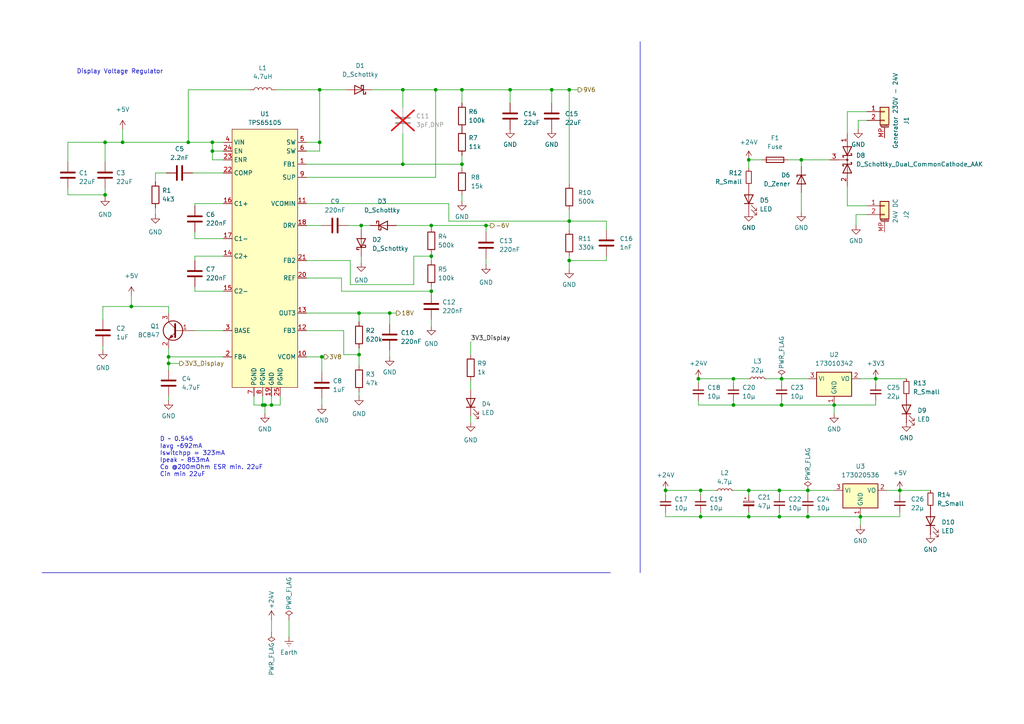
<source format=kicad_sch>
(kicad_sch
	(version 20231120)
	(generator "eeschema")
	(generator_version "8.0")
	(uuid "2e0788da-83c1-4cf9-982c-6e9feead5c48")
	(paper "A4")
	
	(junction
		(at 104.14 102.87)
		(diameter 0)
		(color 0 0 0 0)
		(uuid "02480c99-5394-4e9f-89df-ef38c9643771")
	)
	(junction
		(at 241.935 117.475)
		(diameter 0)
		(color 0 0 0 0)
		(uuid "04a24c58-7e9b-45c6-a81c-e6bd761e890c")
	)
	(junction
		(at 217.17 142.24)
		(diameter 0)
		(color 0 0 0 0)
		(uuid "06c0f182-3f01-4df1-8a91-76bc1a17447c")
	)
	(junction
		(at 226.06 149.86)
		(diameter 0)
		(color 0 0 0 0)
		(uuid "0e4f6690-f270-44bf-b823-20877548d9de")
	)
	(junction
		(at 165.1 75.565)
		(diameter 0)
		(color 0 0 0 0)
		(uuid "0eef11e6-76b0-4b3f-aa84-20f8c99ba4f2")
	)
	(junction
		(at 140.97 65.405)
		(diameter 0)
		(color 0 0 0 0)
		(uuid "111fa979-1c07-45e3-bde0-f5f2517309ef")
	)
	(junction
		(at 234.315 142.24)
		(diameter 0)
		(color 0 0 0 0)
		(uuid "1189832d-f541-4182-85cf-76441db3bde5")
	)
	(junction
		(at 113.03 90.805)
		(diameter 0)
		(color 0 0 0 0)
		(uuid "1aff85bd-376b-4c3c-a19e-28410c588aa7")
	)
	(junction
		(at 203.2 142.24)
		(diameter 0)
		(color 0 0 0 0)
		(uuid "2ab8ada9-cf74-4f1d-a11c-ea239d5d2220")
	)
	(junction
		(at 217.17 46.355)
		(diameter 0)
		(color 0 0 0 0)
		(uuid "2d680fee-d381-4b13-af58-d69b1bf4bdaf")
	)
	(junction
		(at 226.695 109.855)
		(diameter 0)
		(color 0 0 0 0)
		(uuid "328351f1-a0f5-490e-9fe1-872dcb80d8e1")
	)
	(junction
		(at 165.1 26.035)
		(diameter 0)
		(color 0 0 0 0)
		(uuid "344e26dd-0ad0-428f-9526-295351b37e18")
	)
	(junction
		(at 133.985 26.035)
		(diameter 0)
		(color 0 0 0 0)
		(uuid "38c66eb7-fe12-4132-87a9-9f307a3d4eb9")
	)
	(junction
		(at 147.955 26.035)
		(diameter 0)
		(color 0 0 0 0)
		(uuid "3a138e79-1b0d-41eb-a45e-a81d8b3b8874")
	)
	(junction
		(at 76.835 117.475)
		(diameter 0)
		(color 0 0 0 0)
		(uuid "3ae57a23-66e5-4f6a-9822-261b4ca414ba")
	)
	(junction
		(at 254 109.855)
		(diameter 0)
		(color 0 0 0 0)
		(uuid "4511e233-f111-4b3a-b25b-163e7713798c")
	)
	(junction
		(at 193.04 142.24)
		(diameter 0)
		(color 0 0 0 0)
		(uuid "4bc96748-d6a3-4db2-a6e8-1cc644e5753e")
	)
	(junction
		(at 48.895 103.505)
		(diameter 0)
		(color 0 0 0 0)
		(uuid "4c879827-91e5-4a71-a78c-ba2af39ff8cc")
	)
	(junction
		(at 30.48 56.515)
		(diameter 0)
		(color 0 0 0 0)
		(uuid "4e92d78f-ee99-497f-8aff-eb385cd4ceef")
	)
	(junction
		(at 234.315 149.86)
		(diameter 0)
		(color 0 0 0 0)
		(uuid "5503c86b-1be4-41d6-9f38-9ec79f8809d0")
	)
	(junction
		(at 126.365 26.035)
		(diameter 0)
		(color 0 0 0 0)
		(uuid "5549d3d8-ee14-4c4b-a1fd-0e90c51542ae")
	)
	(junction
		(at 226.06 142.24)
		(diameter 0)
		(color 0 0 0 0)
		(uuid "5a4015f9-032d-4d3d-913c-ef451306a780")
	)
	(junction
		(at 125.095 65.405)
		(diameter 0)
		(color 0 0 0 0)
		(uuid "5a704d20-2eda-4d66-87a0-8bb00c328bcf")
	)
	(junction
		(at 92.71 26.035)
		(diameter 0)
		(color 0 0 0 0)
		(uuid "5b385b3a-0445-40da-869e-baa34c1ab9d3")
	)
	(junction
		(at 212.725 109.855)
		(diameter 0)
		(color 0 0 0 0)
		(uuid "5fa5e9ea-85ff-4890-b60a-2622461a3342")
	)
	(junction
		(at 226.695 117.475)
		(diameter 0)
		(color 0 0 0 0)
		(uuid "5fa7211d-a933-4aea-bde3-164e64fe3f63")
	)
	(junction
		(at 212.725 117.475)
		(diameter 0)
		(color 0 0 0 0)
		(uuid "6a04c048-f0f1-48b0-bc1c-71429688fed0")
	)
	(junction
		(at 125.095 84.455)
		(diameter 0)
		(color 0 0 0 0)
		(uuid "7211e033-306c-4f5c-8969-3e6e32dd97c7")
	)
	(junction
		(at 92.71 41.275)
		(diameter 0)
		(color 0 0 0 0)
		(uuid "7402a9dc-42d2-48a3-b1d2-a3f8321a5335")
	)
	(junction
		(at 116.84 26.035)
		(diameter 0)
		(color 0 0 0 0)
		(uuid "7f7c4502-3d42-44e1-a7e5-18625ac30d0c")
	)
	(junction
		(at 260.985 142.24)
		(diameter 0)
		(color 0 0 0 0)
		(uuid "852155d9-75fa-4971-882f-601461e6471e")
	)
	(junction
		(at 48.895 105.41)
		(diameter 0)
		(color 0 0 0 0)
		(uuid "880cbe12-459f-4608-8eb4-4562e51e675d")
	)
	(junction
		(at 104.775 65.405)
		(diameter 0)
		(color 0 0 0 0)
		(uuid "8a4a63e0-e849-40f9-91ee-96af092e47fd")
	)
	(junction
		(at 217.17 149.86)
		(diameter 0)
		(color 0 0 0 0)
		(uuid "8b98e2fb-4d6d-4946-a73a-5b44141d0f81")
	)
	(junction
		(at 61.595 41.275)
		(diameter 0)
		(color 0 0 0 0)
		(uuid "8bd06123-3b1f-4075-822e-b7d3ffc7ad6e")
	)
	(junction
		(at 35.56 41.275)
		(diameter 0)
		(color 0 0 0 0)
		(uuid "946eaa14-4756-4a6c-b144-1058732f0d1c")
	)
	(junction
		(at 232.41 46.355)
		(diameter 0)
		(color 0 0 0 0)
		(uuid "94db514d-ef3e-4902-96b4-9fe23020fd4b")
	)
	(junction
		(at 104.14 90.805)
		(diameter 0)
		(color 0 0 0 0)
		(uuid "98259442-0017-4839-bdf1-ccc12bd3d4f7")
	)
	(junction
		(at 116.84 47.625)
		(diameter 0)
		(color 0 0 0 0)
		(uuid "9f5c1de7-45f5-4975-85f4-4b3a322e112d")
	)
	(junction
		(at 165.1 64.135)
		(diameter 0)
		(color 0 0 0 0)
		(uuid "a1991491-5b08-4a3c-ae36-86e5c0059fef")
	)
	(junction
		(at 125.095 74.295)
		(diameter 0)
		(color 0 0 0 0)
		(uuid "ac6cee30-b003-4257-a4d2-6306d34acee1")
	)
	(junction
		(at 30.48 41.275)
		(diameter 0)
		(color 0 0 0 0)
		(uuid "acd4fa46-8ba8-4b24-9066-b22d8cf3695d")
	)
	(junction
		(at 203.2 149.86)
		(diameter 0)
		(color 0 0 0 0)
		(uuid "bb8147b5-df2f-4f1f-b47e-d53b75aaa380")
	)
	(junction
		(at 249.555 149.86)
		(diameter 0)
		(color 0 0 0 0)
		(uuid "bde9bff5-32a4-42ae-899d-568ddf240b6b")
	)
	(junction
		(at 61.595 43.815)
		(diameter 0)
		(color 0 0 0 0)
		(uuid "c1c24b44-9fed-402f-8691-27fc96c5a404")
	)
	(junction
		(at 54.61 41.275)
		(diameter 0)
		(color 0 0 0 0)
		(uuid "c9b49b51-7016-4f86-93c8-0a5edcbf1dc4")
	)
	(junction
		(at 93.345 103.505)
		(diameter 0)
		(color 0 0 0 0)
		(uuid "d3af76d2-6f6b-4958-8007-465843bcff28")
	)
	(junction
		(at 38.1 88.9)
		(diameter 0)
		(color 0 0 0 0)
		(uuid "e12a7a30-2a13-4e59-a86b-14e9581d754f")
	)
	(junction
		(at 133.985 47.625)
		(diameter 0)
		(color 0 0 0 0)
		(uuid "e164d6d7-daed-4ba2-a4fa-8829f5fa4bf1")
	)
	(junction
		(at 202.565 109.855)
		(diameter 0)
		(color 0 0 0 0)
		(uuid "ea330dce-f339-4a47-abfa-3285e15e9c53")
	)
	(junction
		(at 78.74 117.475)
		(diameter 0)
		(color 0 0 0 0)
		(uuid "eabb1f12-056b-4086-8108-3847910fb0d1")
	)
	(junction
		(at 76.2 117.475)
		(diameter 0)
		(color 0 0 0 0)
		(uuid "eb96f160-0639-40eb-a4cf-f184fd8acebd")
	)
	(junction
		(at 160.02 26.035)
		(diameter 0)
		(color 0 0 0 0)
		(uuid "eecf3a55-a51b-4037-bc03-6c24e0b5c442")
	)
	(wire
		(pts
			(xy 104.14 114.935) (xy 104.14 113.665)
		)
		(stroke
			(width 0)
			(type default)
		)
		(uuid "00823f29-0ed6-4b92-afdd-b2458f8bb606")
	)
	(wire
		(pts
			(xy 245.745 59.69) (xy 245.745 53.975)
		)
		(stroke
			(width 0)
			(type default)
		)
		(uuid "01d5c222-f50c-448c-ab1c-ce44f0e6fca5")
	)
	(wire
		(pts
			(xy 48.895 105.41) (xy 48.895 107.315)
		)
		(stroke
			(width 0)
			(type default)
		)
		(uuid "0799669d-565f-4907-8ed6-4e84a36a826f")
	)
	(wire
		(pts
			(xy 125.095 84.455) (xy 125.095 85.09)
		)
		(stroke
			(width 0)
			(type default)
		)
		(uuid "07ec2872-4565-4fd8-959e-8f2af70ca30b")
	)
	(wire
		(pts
			(xy 45.085 60.325) (xy 45.085 62.23)
		)
		(stroke
			(width 0)
			(type default)
		)
		(uuid "080956e7-576e-44ee-9c9c-360358df7091")
	)
	(wire
		(pts
			(xy 114.935 65.405) (xy 125.095 65.405)
		)
		(stroke
			(width 0)
			(type default)
		)
		(uuid "0a825527-7b27-4b9a-a7f6-00a4872c8489")
	)
	(wire
		(pts
			(xy 99.06 80.645) (xy 99.06 84.455)
		)
		(stroke
			(width 0)
			(type default)
		)
		(uuid "0a831453-75b6-47ab-904c-b600c87ef6b9")
	)
	(wire
		(pts
			(xy 61.595 46.355) (xy 61.595 43.815)
		)
		(stroke
			(width 0)
			(type default)
		)
		(uuid "0ac840e0-b447-402f-b2e4-f37f6065362a")
	)
	(wire
		(pts
			(xy 104.14 90.805) (xy 104.14 93.345)
		)
		(stroke
			(width 0)
			(type default)
		)
		(uuid "0b2e23e4-beac-4bd1-be47-6b52b832fb7c")
	)
	(wire
		(pts
			(xy 140.97 65.405) (xy 142.24 65.405)
		)
		(stroke
			(width 0)
			(type default)
		)
		(uuid "0e047021-d1ef-4727-9754-e9dc1692b3ca")
	)
	(wire
		(pts
			(xy 245.745 32.385) (xy 251.46 32.385)
		)
		(stroke
			(width 0)
			(type default)
		)
		(uuid "0f6fedef-d831-419e-8095-bd13e46f06de")
	)
	(wire
		(pts
			(xy 202.565 109.855) (xy 202.565 111.125)
		)
		(stroke
			(width 0)
			(type default)
		)
		(uuid "0fc213a9-8817-48cf-8836-66336aa93cfa")
	)
	(wire
		(pts
			(xy 88.9 90.805) (xy 104.14 90.805)
		)
		(stroke
			(width 0)
			(type default)
		)
		(uuid "163b8def-cacd-4a76-822e-3fb9e29d98bf")
	)
	(wire
		(pts
			(xy 72.39 26.035) (xy 54.61 26.035)
		)
		(stroke
			(width 0)
			(type default)
		)
		(uuid "17ac2bd9-85ec-48d8-b4ea-5c8f921070e6")
	)
	(wire
		(pts
			(xy 136.525 120.65) (xy 136.525 122.555)
		)
		(stroke
			(width 0)
			(type default)
		)
		(uuid "1964f7d3-f983-4af4-9501-c4191a058a6e")
	)
	(wire
		(pts
			(xy 165.1 60.96) (xy 165.1 64.135)
		)
		(stroke
			(width 0)
			(type default)
		)
		(uuid "19f8f6bd-03e2-4d0d-88e8-d2cde4815ce5")
	)
	(wire
		(pts
			(xy 260.985 148.59) (xy 260.985 149.86)
		)
		(stroke
			(width 0)
			(type default)
		)
		(uuid "1b51f0eb-7bb4-40fd-8a18-b2b7c8dece5a")
	)
	(wire
		(pts
			(xy 133.985 47.625) (xy 133.985 48.895)
		)
		(stroke
			(width 0)
			(type default)
		)
		(uuid "1bee50ad-234a-4553-a3d2-31e3d0fcb897")
	)
	(wire
		(pts
			(xy 125.095 65.405) (xy 140.97 65.405)
		)
		(stroke
			(width 0)
			(type default)
		)
		(uuid "1c0e80f2-a924-48f1-b1a4-5e4b60c86556")
	)
	(wire
		(pts
			(xy 202.565 109.855) (xy 212.725 109.855)
		)
		(stroke
			(width 0)
			(type default)
		)
		(uuid "1d87bcf4-7b10-4fa6-b5d8-4a243a3dec00")
	)
	(wire
		(pts
			(xy 260.985 149.86) (xy 249.555 149.86)
		)
		(stroke
			(width 0)
			(type default)
		)
		(uuid "1eae38f9-6fb6-4b12-919c-8df80453afaa")
	)
	(wire
		(pts
			(xy 92.71 43.815) (xy 92.71 41.275)
		)
		(stroke
			(width 0)
			(type default)
		)
		(uuid "1f385b83-cc47-4a50-b4f9-6e8bb1cc4ede")
	)
	(wire
		(pts
			(xy 76.2 114.935) (xy 76.2 117.475)
		)
		(stroke
			(width 0)
			(type default)
		)
		(uuid "221dba15-c87b-4d35-8df1-58681aea5818")
	)
	(wire
		(pts
			(xy 104.14 100.965) (xy 104.14 102.87)
		)
		(stroke
			(width 0)
			(type default)
		)
		(uuid "222d12e6-fedb-439c-bdcc-9db0625e529b")
	)
	(wire
		(pts
			(xy 48.895 100.965) (xy 48.895 103.505)
		)
		(stroke
			(width 0)
			(type default)
		)
		(uuid "22da2ddb-ad12-4205-b387-df7f05c0291f")
	)
	(wire
		(pts
			(xy 78.74 117.475) (xy 81.28 117.475)
		)
		(stroke
			(width 0)
			(type default)
		)
		(uuid "23471649-e877-40d3-94d4-eef45059f441")
	)
	(wire
		(pts
			(xy 56.515 59.055) (xy 64.77 59.055)
		)
		(stroke
			(width 0)
			(type default)
		)
		(uuid "24c96bfc-e05f-4742-ab89-580e45bdb5bc")
	)
	(wire
		(pts
			(xy 116.84 38.735) (xy 116.84 47.625)
		)
		(stroke
			(width 0)
			(type default)
		)
		(uuid "25928ed3-3d8c-4e5f-aa6c-ff9793b22490")
	)
	(wire
		(pts
			(xy 175.895 66.675) (xy 175.895 64.135)
		)
		(stroke
			(width 0)
			(type default)
		)
		(uuid "27933751-b7f1-48c0-9df9-818b6dfc358c")
	)
	(wire
		(pts
			(xy 226.695 117.475) (xy 241.935 117.475)
		)
		(stroke
			(width 0)
			(type default)
		)
		(uuid "27fdb692-1032-457e-a1eb-5217ad52ed2d")
	)
	(wire
		(pts
			(xy 88.9 65.405) (xy 93.345 65.405)
		)
		(stroke
			(width 0)
			(type default)
		)
		(uuid "2aee96eb-356d-44d9-bb29-b019a73320a5")
	)
	(wire
		(pts
			(xy 217.17 46.355) (xy 220.98 46.355)
		)
		(stroke
			(width 0)
			(type default)
		)
		(uuid "2b7b12dd-87cc-4177-b7c0-9d9cf43eb25a")
	)
	(wire
		(pts
			(xy 249.555 109.855) (xy 254 109.855)
		)
		(stroke
			(width 0)
			(type default)
		)
		(uuid "2c5e1399-a2da-45ff-9723-90f773008009")
	)
	(wire
		(pts
			(xy 130.175 59.055) (xy 130.175 64.135)
		)
		(stroke
			(width 0)
			(type default)
		)
		(uuid "300ab485-da27-45a6-a497-e273fd765e8c")
	)
	(wire
		(pts
			(xy 254 109.855) (xy 254 111.125)
		)
		(stroke
			(width 0)
			(type default)
		)
		(uuid "302dd4f2-4a33-462d-8779-06c1161c641e")
	)
	(wire
		(pts
			(xy 30.48 56.515) (xy 30.48 57.15)
		)
		(stroke
			(width 0)
			(type default)
		)
		(uuid "32d9f44c-5a9a-4fc5-b600-6f1b471ca49c")
	)
	(wire
		(pts
			(xy 202.565 117.475) (xy 212.725 117.475)
		)
		(stroke
			(width 0)
			(type default)
		)
		(uuid "332369f9-b2c1-4afc-8575-ba8f738f7f55")
	)
	(wire
		(pts
			(xy 193.04 142.24) (xy 193.04 143.51)
		)
		(stroke
			(width 0)
			(type default)
		)
		(uuid "3356ecf4-e784-4cfb-92ad-862b46ff013b")
	)
	(wire
		(pts
			(xy 212.725 109.855) (xy 217.17 109.855)
		)
		(stroke
			(width 0)
			(type default)
		)
		(uuid "3614b7ff-5afc-4028-9773-3f0c7087bc24")
	)
	(wire
		(pts
			(xy 175.895 75.565) (xy 175.895 74.295)
		)
		(stroke
			(width 0)
			(type default)
		)
		(uuid "38d260f8-76f5-44dd-9720-2a213e915413")
	)
	(wire
		(pts
			(xy 165.1 75.565) (xy 165.1 78.105)
		)
		(stroke
			(width 0)
			(type default)
		)
		(uuid "3c5f13ae-ad87-44f8-b10b-2a06880895da")
	)
	(wire
		(pts
			(xy 48.895 114.935) (xy 48.895 116.205)
		)
		(stroke
			(width 0)
			(type default)
		)
		(uuid "3e5771b7-425e-4cea-8f07-1611dbbbc8c1")
	)
	(wire
		(pts
			(xy 120.015 74.295) (xy 125.095 74.295)
		)
		(stroke
			(width 0)
			(type default)
		)
		(uuid "3ed12c7c-34f2-4e62-a8b5-51abf30d6efa")
	)
	(wire
		(pts
			(xy 76.835 117.475) (xy 78.74 117.475)
		)
		(stroke
			(width 0)
			(type default)
		)
		(uuid "3fa49fd2-5e38-4518-bcaf-7808cb6d4aed")
	)
	(wire
		(pts
			(xy 88.9 80.645) (xy 99.06 80.645)
		)
		(stroke
			(width 0)
			(type default)
		)
		(uuid "3ffad75b-d711-4886-b77c-cec67b83eda9")
	)
	(wire
		(pts
			(xy 116.84 26.035) (xy 126.365 26.035)
		)
		(stroke
			(width 0)
			(type default)
		)
		(uuid "4053aa73-644b-43ff-bb1b-788caed9bc0c")
	)
	(wire
		(pts
			(xy 140.97 65.405) (xy 140.97 67.31)
		)
		(stroke
			(width 0)
			(type default)
		)
		(uuid "428491b2-7a74-46cd-bdd8-2c392c94f34c")
	)
	(wire
		(pts
			(xy 234.315 149.86) (xy 249.555 149.86)
		)
		(stroke
			(width 0)
			(type default)
		)
		(uuid "44ac89d5-fab8-4881-932b-38f36f429c6a")
	)
	(wire
		(pts
			(xy 19.685 54.61) (xy 19.685 56.515)
		)
		(stroke
			(width 0)
			(type default)
		)
		(uuid "4503344e-d636-487f-aa1d-09061e794e89")
	)
	(wire
		(pts
			(xy 30.48 46.99) (xy 30.48 41.275)
		)
		(stroke
			(width 0)
			(type default)
		)
		(uuid "45f9194a-fefb-4742-9660-7fe8e4d30a8d")
	)
	(wire
		(pts
			(xy 222.25 109.855) (xy 226.695 109.855)
		)
		(stroke
			(width 0)
			(type default)
		)
		(uuid "480bee3c-39e6-407a-89ac-1313197ace6a")
	)
	(wire
		(pts
			(xy 232.41 55.88) (xy 232.41 61.595)
		)
		(stroke
			(width 0)
			(type default)
		)
		(uuid "4a7cbbdd-5cf8-47cb-b2f7-c1bae73c379c")
	)
	(wire
		(pts
			(xy 48.895 103.505) (xy 48.895 105.41)
		)
		(stroke
			(width 0)
			(type default)
		)
		(uuid "4a9bf28b-3854-4f5d-86aa-f17baa6a09f9")
	)
	(wire
		(pts
			(xy 175.895 64.135) (xy 165.1 64.135)
		)
		(stroke
			(width 0)
			(type default)
		)
		(uuid "4adf77c0-8891-473c-b37b-e31840999359")
	)
	(wire
		(pts
			(xy 88.9 51.435) (xy 126.365 51.435)
		)
		(stroke
			(width 0)
			(type default)
		)
		(uuid "4c41f729-a7aa-477e-a842-37838a2b18f0")
	)
	(wire
		(pts
			(xy 93.345 115.57) (xy 93.345 117.475)
		)
		(stroke
			(width 0)
			(type default)
		)
		(uuid "4d35691e-4f3d-41e8-9a99-c92c22cf42d0")
	)
	(wire
		(pts
			(xy 125.095 74.295) (xy 125.095 75.565)
		)
		(stroke
			(width 0)
			(type default)
		)
		(uuid "4e1213c0-0844-4472-8738-ede19ad5a24e")
	)
	(wire
		(pts
			(xy 19.685 46.99) (xy 19.685 41.275)
		)
		(stroke
			(width 0)
			(type default)
		)
		(uuid "4e66fede-4bd0-4b9c-aa91-1d39619d61f3")
	)
	(wire
		(pts
			(xy 133.985 26.035) (xy 133.985 29.845)
		)
		(stroke
			(width 0)
			(type default)
		)
		(uuid "4e9a23db-c1ec-4e36-98bc-5688e1210cd2")
	)
	(wire
		(pts
			(xy 93.345 103.505) (xy 93.98 103.505)
		)
		(stroke
			(width 0)
			(type default)
		)
		(uuid "5042ffc9-f488-4bd7-bd38-fe064d044d8e")
	)
	(wire
		(pts
			(xy 38.1 85.725) (xy 38.1 88.9)
		)
		(stroke
			(width 0)
			(type default)
		)
		(uuid "51649ea1-af40-4422-810d-cdd7e45b347c")
	)
	(wire
		(pts
			(xy 56.515 95.885) (xy 64.77 95.885)
		)
		(stroke
			(width 0)
			(type default)
		)
		(uuid "54264b9f-8dba-4eb3-9bf5-e99612feb0a4")
	)
	(wire
		(pts
			(xy 78.74 114.935) (xy 78.74 117.475)
		)
		(stroke
			(width 0)
			(type default)
		)
		(uuid "55e01c7c-916c-475f-be83-ee46860b0f12")
	)
	(wire
		(pts
			(xy 104.775 74.295) (xy 104.775 76.2)
		)
		(stroke
			(width 0)
			(type default)
		)
		(uuid "57b5aaf8-4711-428a-983d-30d7d03219cf")
	)
	(wire
		(pts
			(xy 133.985 26.035) (xy 147.955 26.035)
		)
		(stroke
			(width 0)
			(type default)
		)
		(uuid "58008270-b81f-49d0-afe4-7fa9bf83ce48")
	)
	(wire
		(pts
			(xy 249.555 149.86) (xy 249.555 152.4)
		)
		(stroke
			(width 0)
			(type default)
		)
		(uuid "59e0d06b-cd48-45c4-a673-afeae9475e71")
	)
	(wire
		(pts
			(xy 226.695 109.855) (xy 234.315 109.855)
		)
		(stroke
			(width 0)
			(type default)
		)
		(uuid "5a092afa-26ce-4acf-9da0-d2d8700de100")
	)
	(wire
		(pts
			(xy 212.725 142.24) (xy 217.17 142.24)
		)
		(stroke
			(width 0)
			(type default)
		)
		(uuid "5ac9dccd-b877-4c45-9b87-2745bb154a56")
	)
	(wire
		(pts
			(xy 19.685 41.275) (xy 30.48 41.275)
		)
		(stroke
			(width 0)
			(type default)
		)
		(uuid "5cd14f0a-b143-4082-9e76-fccb2d9c8aab")
	)
	(wire
		(pts
			(xy 234.315 142.24) (xy 234.315 143.51)
		)
		(stroke
			(width 0)
			(type default)
		)
		(uuid "5ea3e315-df2f-48a8-96ed-2eaa15b323b6")
	)
	(wire
		(pts
			(xy 55.88 50.165) (xy 64.77 50.165)
		)
		(stroke
			(width 0)
			(type default)
		)
		(uuid "617ebabc-9728-49d9-9e00-efeb649c11f6")
	)
	(wire
		(pts
			(xy 147.955 26.035) (xy 160.02 26.035)
		)
		(stroke
			(width 0)
			(type default)
		)
		(uuid "657cd257-f6de-4892-9294-8726d142da8b")
	)
	(wire
		(pts
			(xy 234.315 148.59) (xy 234.315 149.86)
		)
		(stroke
			(width 0)
			(type default)
		)
		(uuid "667d36d3-48b8-4b44-b1fa-ee04e1f5c87d")
	)
	(wire
		(pts
			(xy 56.515 74.295) (xy 64.77 74.295)
		)
		(stroke
			(width 0)
			(type default)
		)
		(uuid "66b80e20-c5b1-452c-9103-9af133e4d706")
	)
	(wire
		(pts
			(xy 104.14 102.87) (xy 99.695 102.87)
		)
		(stroke
			(width 0)
			(type default)
		)
		(uuid "67b76565-5e98-4729-99f3-4273774598b5")
	)
	(wire
		(pts
			(xy 45.085 50.165) (xy 45.085 52.705)
		)
		(stroke
			(width 0)
			(type default)
		)
		(uuid "68479ddf-a13d-466d-a3dd-c310eda8a653")
	)
	(wire
		(pts
			(xy 126.365 26.035) (xy 133.985 26.035)
		)
		(stroke
			(width 0)
			(type default)
		)
		(uuid "6b0e775c-807c-4a32-a894-95f8e30cbef4")
	)
	(wire
		(pts
			(xy 56.515 59.69) (xy 56.515 59.055)
		)
		(stroke
			(width 0)
			(type default)
		)
		(uuid "6dbbb99c-db6b-4ccc-b564-a41e646c330c")
	)
	(wire
		(pts
			(xy 64.77 41.275) (xy 61.595 41.275)
		)
		(stroke
			(width 0)
			(type default)
		)
		(uuid "6e623211-e1cd-4bb0-8c65-12b92a48f710")
	)
	(wire
		(pts
			(xy 88.9 43.815) (xy 92.71 43.815)
		)
		(stroke
			(width 0)
			(type default)
		)
		(uuid "701e3aab-ec5b-4755-bb01-b828558ba117")
	)
	(wire
		(pts
			(xy 212.725 116.205) (xy 212.725 117.475)
		)
		(stroke
			(width 0)
			(type default)
		)
		(uuid "70876b54-5088-4016-b2c6-b9cdcb757352")
	)
	(wire
		(pts
			(xy 226.695 109.855) (xy 226.695 111.125)
		)
		(stroke
			(width 0)
			(type default)
		)
		(uuid "712cf10d-3255-4a39-896b-4c3e9382c6bb")
	)
	(wire
		(pts
			(xy 61.595 41.275) (xy 61.595 43.815)
		)
		(stroke
			(width 0)
			(type default)
		)
		(uuid "73f9ed79-636c-4d16-b0ba-9b534cedcbd4")
	)
	(wire
		(pts
			(xy 126.365 51.435) (xy 126.365 26.035)
		)
		(stroke
			(width 0)
			(type default)
		)
		(uuid "75501156-2b60-4ebc-abfc-4b7c0bc99d2c")
	)
	(wire
		(pts
			(xy 93.345 103.505) (xy 88.9 103.505)
		)
		(stroke
			(width 0)
			(type default)
		)
		(uuid "773e3727-396a-430f-829a-1968126d4e63")
	)
	(wire
		(pts
			(xy 160.02 26.035) (xy 160.02 29.845)
		)
		(stroke
			(width 0)
			(type default)
		)
		(uuid "77434a9a-e97c-4f9b-8efa-a7dc56aa4462")
	)
	(wire
		(pts
			(xy 226.06 142.24) (xy 234.315 142.24)
		)
		(stroke
			(width 0)
			(type default)
		)
		(uuid "77962264-d713-4ddf-a55d-58dc53a2553c")
	)
	(wire
		(pts
			(xy 241.935 117.475) (xy 241.935 120.015)
		)
		(stroke
			(width 0)
			(type default)
		)
		(uuid "79e771bd-867c-48d0-9c84-c44a0cc2997a")
	)
	(wire
		(pts
			(xy 56.515 84.455) (xy 56.515 83.185)
		)
		(stroke
			(width 0)
			(type default)
		)
		(uuid "7a908a54-37ff-4256-af3c-d37a3211a15b")
	)
	(wire
		(pts
			(xy 147.955 26.035) (xy 147.955 29.845)
		)
		(stroke
			(width 0)
			(type default)
		)
		(uuid "7cbe0ff7-148d-4655-918d-3fd6cb63e2aa")
	)
	(wire
		(pts
			(xy 226.06 149.86) (xy 234.315 149.86)
		)
		(stroke
			(width 0)
			(type default)
		)
		(uuid "7cd4b97d-4582-43af-aca8-950338b402d8")
	)
	(wire
		(pts
			(xy 260.985 142.24) (xy 260.985 143.51)
		)
		(stroke
			(width 0)
			(type default)
		)
		(uuid "7d05d595-c664-446c-899f-b00e20cb5d7c")
	)
	(wire
		(pts
			(xy 228.6 46.355) (xy 232.41 46.355)
		)
		(stroke
			(width 0)
			(type default)
		)
		(uuid "83f0a0e4-0e23-480e-abfa-d05b91b18526")
	)
	(wire
		(pts
			(xy 64.77 84.455) (xy 56.515 84.455)
		)
		(stroke
			(width 0)
			(type default)
		)
		(uuid "86f78524-9a71-4576-a34f-c214cf02f681")
	)
	(wire
		(pts
			(xy 251.46 59.69) (xy 245.745 59.69)
		)
		(stroke
			(width 0)
			(type default)
		)
		(uuid "87012fd7-8a04-4de3-b126-2893f3235d87")
	)
	(wire
		(pts
			(xy 93.345 107.95) (xy 93.345 103.505)
		)
		(stroke
			(width 0)
			(type default)
		)
		(uuid "8798140f-a61d-4399-a02f-340a61efc57d")
	)
	(wire
		(pts
			(xy 125.095 73.66) (xy 125.095 74.295)
		)
		(stroke
			(width 0)
			(type default)
		)
		(uuid "88f13fe5-ddc3-4a21-b5bb-3f329bf29ec0")
	)
	(wire
		(pts
			(xy 165.1 64.135) (xy 165.1 66.675)
		)
		(stroke
			(width 0)
			(type default)
		)
		(uuid "897704ad-d967-4d2d-8238-9398ddfd04e8")
	)
	(wire
		(pts
			(xy 125.095 92.71) (xy 125.095 94.615)
		)
		(stroke
			(width 0)
			(type default)
		)
		(uuid "89de10db-0bda-4bc4-9a11-7f45b3fef9be")
	)
	(wire
		(pts
			(xy 217.17 149.86) (xy 226.06 149.86)
		)
		(stroke
			(width 0)
			(type default)
		)
		(uuid "8a27771f-2b91-4f3b-9898-b82752fb21fc")
	)
	(wire
		(pts
			(xy 64.77 69.215) (xy 56.515 69.215)
		)
		(stroke
			(width 0)
			(type default)
		)
		(uuid "8a8dc90e-ea11-473f-9e5a-ccd56726e7dd")
	)
	(wire
		(pts
			(xy 64.77 46.355) (xy 61.595 46.355)
		)
		(stroke
			(width 0)
			(type default)
		)
		(uuid "8acd4fdb-7a63-49b9-921f-6a3c041e95ba")
	)
	(wire
		(pts
			(xy 73.66 117.475) (xy 73.66 114.935)
		)
		(stroke
			(width 0)
			(type default)
		)
		(uuid "8d1114c9-b33d-4f1b-8db3-570129fb19cf")
	)
	(wire
		(pts
			(xy 29.845 100.33) (xy 29.845 101.6)
		)
		(stroke
			(width 0)
			(type default)
		)
		(uuid "8d604371-f602-4f10-8f7d-d7976b912214")
	)
	(wire
		(pts
			(xy 165.1 26.035) (xy 167.64 26.035)
		)
		(stroke
			(width 0)
			(type default)
		)
		(uuid "8df34f58-b9bf-4d62-a0cb-39cfca58113f")
	)
	(wire
		(pts
			(xy 81.28 117.475) (xy 81.28 114.935)
		)
		(stroke
			(width 0)
			(type default)
		)
		(uuid "8e4e0ab3-c78b-4d6b-83be-d326c20004d9")
	)
	(wire
		(pts
			(xy 80.01 26.035) (xy 92.71 26.035)
		)
		(stroke
			(width 0)
			(type default)
		)
		(uuid "8f7a9dab-1d18-4219-bf90-07989e70b3dd")
	)
	(wire
		(pts
			(xy 52.07 105.41) (xy 48.895 105.41)
		)
		(stroke
			(width 0)
			(type default)
		)
		(uuid "94aa258d-f4ad-427f-ba76-7fd9489e4b20")
	)
	(wire
		(pts
			(xy 203.2 142.24) (xy 207.645 142.24)
		)
		(stroke
			(width 0)
			(type default)
		)
		(uuid "94d921d1-88bd-4867-aa9a-cdede2375614")
	)
	(wire
		(pts
			(xy 104.14 102.87) (xy 104.14 106.045)
		)
		(stroke
			(width 0)
			(type default)
		)
		(uuid "956030bd-a931-463c-9702-ffe626dcacb0")
	)
	(wire
		(pts
			(xy 193.04 148.59) (xy 193.04 149.86)
		)
		(stroke
			(width 0)
			(type default)
		)
		(uuid "95e44266-98b9-465d-997c-8e65b0c3d557")
	)
	(wire
		(pts
			(xy 193.04 149.86) (xy 203.2 149.86)
		)
		(stroke
			(width 0)
			(type default)
		)
		(uuid "95ef0836-fe34-4f04-a9c1-a920779ba8c0")
	)
	(wire
		(pts
			(xy 104.775 65.405) (xy 104.775 66.675)
		)
		(stroke
			(width 0)
			(type default)
		)
		(uuid "969bf748-1c2f-4967-9526-ffed487a9abc")
	)
	(wire
		(pts
			(xy 100.965 65.405) (xy 104.775 65.405)
		)
		(stroke
			(width 0)
			(type default)
		)
		(uuid "97431ce8-64bf-4192-aad3-405003b70cfe")
	)
	(wire
		(pts
			(xy 88.9 95.885) (xy 99.695 95.885)
		)
		(stroke
			(width 0)
			(type default)
		)
		(uuid "9a9225e3-868c-4477-b879-f49bba58cc6e")
	)
	(wire
		(pts
			(xy 203.2 142.24) (xy 203.2 143.51)
		)
		(stroke
			(width 0)
			(type default)
		)
		(uuid "9bc2d68c-2a43-4c1e-b669-9820a12d7c87")
	)
	(wire
		(pts
			(xy 193.04 142.24) (xy 203.2 142.24)
		)
		(stroke
			(width 0)
			(type default)
		)
		(uuid "9be69bc9-acb1-4f03-83ec-e3780facc1a4")
	)
	(wire
		(pts
			(xy 226.06 142.24) (xy 226.06 143.51)
		)
		(stroke
			(width 0)
			(type default)
		)
		(uuid "9c20c29c-79a9-4227-bc95-44d50437e955")
	)
	(wire
		(pts
			(xy 78.74 179.705) (xy 78.74 183.515)
		)
		(stroke
			(width 0)
			(type default)
		)
		(uuid "9c24de27-c859-48f7-9157-0b37caf30266")
	)
	(wire
		(pts
			(xy 29.845 88.9) (xy 38.1 88.9)
		)
		(stroke
			(width 0)
			(type default)
		)
		(uuid "9c740c80-d003-43c1-8383-19f33549312b")
	)
	(wire
		(pts
			(xy 125.095 83.185) (xy 125.095 84.455)
		)
		(stroke
			(width 0)
			(type default)
		)
		(uuid "9cdd0481-4694-4c64-b4e1-2ac7094da946")
	)
	(wire
		(pts
			(xy 133.985 45.085) (xy 133.985 47.625)
		)
		(stroke
			(width 0)
			(type default)
		)
		(uuid "9d3a9fba-99dc-4dfe-9ad9-da65da83c5c1")
	)
	(wire
		(pts
			(xy 101.6 82.55) (xy 101.6 75.565)
		)
		(stroke
			(width 0)
			(type default)
		)
		(uuid "9d439632-2771-4b13-b38a-61e86e6e924f")
	)
	(wire
		(pts
			(xy 217.17 148.59) (xy 217.17 149.86)
		)
		(stroke
			(width 0)
			(type default)
		)
		(uuid "9d9a9931-bf71-46df-845b-1ed3d2f68e2f")
	)
	(wire
		(pts
			(xy 217.17 142.24) (xy 226.06 142.24)
		)
		(stroke
			(width 0)
			(type default)
		)
		(uuid "9fb78350-b05c-4e18-96f6-8b518da4b61f")
	)
	(wire
		(pts
			(xy 35.56 41.275) (xy 54.61 41.275)
		)
		(stroke
			(width 0)
			(type default)
		)
		(uuid "a046b0f3-3f83-4557-8cc6-a95126a672fd")
	)
	(wire
		(pts
			(xy 101.6 75.565) (xy 88.9 75.565)
		)
		(stroke
			(width 0)
			(type default)
		)
		(uuid "a05d54da-1a6c-4acd-a749-c01660a4d3b6")
	)
	(wire
		(pts
			(xy 120.015 82.55) (xy 120.015 74.295)
		)
		(stroke
			(width 0)
			(type default)
		)
		(uuid "a1984b4c-5b68-46d4-a8e4-51bc343bb260")
	)
	(wire
		(pts
			(xy 245.745 38.735) (xy 245.745 32.385)
		)
		(stroke
			(width 0)
			(type default)
		)
		(uuid "a39b8dc8-c08e-44c0-8768-dc719002f971")
	)
	(wire
		(pts
			(xy 83.82 179.705) (xy 83.82 184.785)
		)
		(stroke
			(width 0)
			(type default)
		)
		(uuid "a4b66a3a-c778-4b17-bb65-da0c196d1daa")
	)
	(wire
		(pts
			(xy 92.71 41.275) (xy 88.9 41.275)
		)
		(stroke
			(width 0)
			(type default)
		)
		(uuid "a5562132-55e5-411a-9528-caffe9817d7d")
	)
	(wire
		(pts
			(xy 232.41 46.355) (xy 240.665 46.355)
		)
		(stroke
			(width 0)
			(type default)
		)
		(uuid "a586b49d-2519-401a-bb1a-aed73a17439d")
	)
	(wire
		(pts
			(xy 248.92 34.925) (xy 248.92 37.465)
		)
		(stroke
			(width 0)
			(type default)
		)
		(uuid "a7f0cf95-7834-4685-a120-283baf2b87ae")
	)
	(wire
		(pts
			(xy 101.6 82.55) (xy 120.015 82.55)
		)
		(stroke
			(width 0)
			(type default)
		)
		(uuid "a96e3a21-d86c-4df1-b585-ee9dec563426")
	)
	(wire
		(pts
			(xy 136.525 99.06) (xy 136.525 102.87)
		)
		(stroke
			(width 0)
			(type default)
		)
		(uuid "aab218ca-ce2c-4b98-83a0-97efcbb0006d")
	)
	(wire
		(pts
			(xy 116.84 47.625) (xy 133.985 47.625)
		)
		(stroke
			(width 0)
			(type default)
		)
		(uuid "b0d64e1d-c342-40d3-adfb-a13e1cf97f85")
	)
	(wire
		(pts
			(xy 92.71 26.035) (xy 100.33 26.035)
		)
		(stroke
			(width 0)
			(type default)
		)
		(uuid "b2b598d9-ea54-46c4-b198-2854c3ae0964")
	)
	(wire
		(pts
			(xy 212.725 109.855) (xy 212.725 111.125)
		)
		(stroke
			(width 0)
			(type default)
		)
		(uuid "b2d7c7f2-a0f2-4a7b-bd44-25162625cc2c")
	)
	(wire
		(pts
			(xy 232.41 46.355) (xy 232.41 48.26)
		)
		(stroke
			(width 0)
			(type default)
		)
		(uuid "b3813dc4-8c4a-4fe6-b246-060421727897")
	)
	(wire
		(pts
			(xy 125.095 65.405) (xy 125.095 66.04)
		)
		(stroke
			(width 0)
			(type default)
		)
		(uuid "b538a79f-8301-447f-8982-b1cd5d0d1e7d")
	)
	(wire
		(pts
			(xy 104.14 90.805) (xy 113.03 90.805)
		)
		(stroke
			(width 0)
			(type default)
		)
		(uuid "b676435c-79cb-4022-8da4-17b481badd24")
	)
	(wire
		(pts
			(xy 254 109.855) (xy 262.89 109.855)
		)
		(stroke
			(width 0)
			(type default)
		)
		(uuid "b9a869f3-b418-4a3c-b412-633044231c71")
	)
	(wire
		(pts
			(xy 116.84 26.035) (xy 116.84 31.115)
		)
		(stroke
			(width 0)
			(type default)
		)
		(uuid "baa475f9-fa32-498d-8dda-150b6afbd67e")
	)
	(wire
		(pts
			(xy 133.985 56.515) (xy 133.985 58.42)
		)
		(stroke
			(width 0)
			(type default)
		)
		(uuid "bb47b1a4-c6b1-4dee-abb1-87841d3f7ab8")
	)
	(wire
		(pts
			(xy 30.48 41.275) (xy 35.56 41.275)
		)
		(stroke
			(width 0)
			(type default)
		)
		(uuid "bbf18ba4-6465-468f-b6dd-87ab34d93271")
	)
	(wire
		(pts
			(xy 107.95 26.035) (xy 116.84 26.035)
		)
		(stroke
			(width 0)
			(type default)
		)
		(uuid "bc8311a1-3370-43fe-b5ef-6453093ce15f")
	)
	(wire
		(pts
			(xy 104.775 65.405) (xy 107.315 65.405)
		)
		(stroke
			(width 0)
			(type default)
		)
		(uuid "be7b5ac7-c4df-4e35-8db8-1e84491169a5")
	)
	(wire
		(pts
			(xy 248.92 34.925) (xy 251.46 34.925)
		)
		(stroke
			(width 0)
			(type default)
		)
		(uuid "bfc00bab-747c-45e0-907d-9561bb4e313e")
	)
	(wire
		(pts
			(xy 260.985 142.24) (xy 269.875 142.24)
		)
		(stroke
			(width 0)
			(type default)
		)
		(uuid "c059af58-227b-4126-bc75-17672365464e")
	)
	(wire
		(pts
			(xy 61.595 43.815) (xy 64.77 43.815)
		)
		(stroke
			(width 0)
			(type default)
		)
		(uuid "c23f76b7-d61d-429f-bc58-6bc1546c1ccb")
	)
	(wire
		(pts
			(xy 48.895 88.9) (xy 48.895 90.805)
		)
		(stroke
			(width 0)
			(type default)
		)
		(uuid "c47a81a0-8572-4817-a997-173ded2bc84a")
	)
	(wire
		(pts
			(xy 99.695 102.87) (xy 99.695 95.885)
		)
		(stroke
			(width 0)
			(type default)
		)
		(uuid "c600e4a2-59ff-4eb3-b3aa-d29d8905aa43")
	)
	(wire
		(pts
			(xy 92.71 26.035) (xy 92.71 41.275)
		)
		(stroke
			(width 0)
			(type default)
		)
		(uuid "c675f9b7-362f-4a6a-a14c-49ef3e58fba4")
	)
	(wire
		(pts
			(xy 113.03 90.805) (xy 114.935 90.805)
		)
		(stroke
			(width 0)
			(type default)
		)
		(uuid "c70e0b07-9a0c-4e2c-9423-68f7c0d295ad")
	)
	(wire
		(pts
			(xy 54.61 26.035) (xy 54.61 41.275)
		)
		(stroke
			(width 0)
			(type default)
		)
		(uuid "c81f3ce7-5892-49a8-aed5-3d99dcf1b8c2")
	)
	(wire
		(pts
			(xy 212.725 117.475) (xy 226.695 117.475)
		)
		(stroke
			(width 0)
			(type default)
		)
		(uuid "c9b5c6a6-7840-45f7-bf7c-939b5fec923a")
	)
	(wire
		(pts
			(xy 73.66 117.475) (xy 76.2 117.475)
		)
		(stroke
			(width 0)
			(type default)
		)
		(uuid "ca2317ec-4f7e-4a1e-bc9b-1f482c5c144b")
	)
	(wire
		(pts
			(xy 257.175 142.24) (xy 260.985 142.24)
		)
		(stroke
			(width 0)
			(type default)
		)
		(uuid "cc004d13-9add-4e97-845e-3e804265ffd2")
	)
	(wire
		(pts
			(xy 113.03 93.98) (xy 113.03 90.805)
		)
		(stroke
			(width 0)
			(type default)
		)
		(uuid "cea8c313-f55b-4706-a4ce-a07406514fc9")
	)
	(wire
		(pts
			(xy 217.17 142.24) (xy 217.17 143.51)
		)
		(stroke
			(width 0)
			(type default)
		)
		(uuid "ceea175b-8c86-4dc4-ad65-8552da28bb49")
	)
	(wire
		(pts
			(xy 202.565 116.205) (xy 202.565 117.475)
		)
		(stroke
			(width 0)
			(type default)
		)
		(uuid "cf976ad3-d5e8-44a1-ad25-e1f1375f850a")
	)
	(wire
		(pts
			(xy 203.2 148.59) (xy 203.2 149.86)
		)
		(stroke
			(width 0)
			(type default)
		)
		(uuid "d068cbbe-b30f-4096-855c-e4e765fdfc8b")
	)
	(wire
		(pts
			(xy 226.06 148.59) (xy 226.06 149.86)
		)
		(stroke
			(width 0)
			(type default)
		)
		(uuid "d110e9db-9250-42b3-a3d7-2377030b6281")
	)
	(wire
		(pts
			(xy 248.285 62.23) (xy 248.285 65.405)
		)
		(stroke
			(width 0)
			(type default)
		)
		(uuid "d2ab178a-c830-41e7-8c74-ec1e72641c87")
	)
	(wire
		(pts
			(xy 217.17 48.895) (xy 217.17 46.355)
		)
		(stroke
			(width 0)
			(type default)
		)
		(uuid "d2c8035f-dd0f-43b4-85c2-ab9a349eff76")
	)
	(wire
		(pts
			(xy 165.1 75.565) (xy 175.895 75.565)
		)
		(stroke
			(width 0)
			(type default)
		)
		(uuid "d2e88e99-690a-4d37-99f2-7f9516b6f326")
	)
	(wire
		(pts
			(xy 226.695 116.205) (xy 226.695 117.475)
		)
		(stroke
			(width 0)
			(type default)
		)
		(uuid "d3daa0a2-e9bd-4444-ad66-cea4cd3ca5d7")
	)
	(wire
		(pts
			(xy 136.525 110.49) (xy 136.525 113.03)
		)
		(stroke
			(width 0)
			(type default)
		)
		(uuid "d4161612-fd40-48fe-a351-00b7e4adcfbe")
	)
	(wire
		(pts
			(xy 130.175 64.135) (xy 165.1 64.135)
		)
		(stroke
			(width 0)
			(type default)
		)
		(uuid "d5ceb0ee-59a6-4a5b-8b20-e84781423f12")
	)
	(wire
		(pts
			(xy 19.685 56.515) (xy 30.48 56.515)
		)
		(stroke
			(width 0)
			(type default)
		)
		(uuid "d61a543b-9dcd-435b-b998-d906143230cf")
	)
	(wire
		(pts
			(xy 160.02 26.035) (xy 165.1 26.035)
		)
		(stroke
			(width 0)
			(type default)
		)
		(uuid "d67cfc73-2f37-43f5-b169-e6f6da32e183")
	)
	(wire
		(pts
			(xy 165.1 53.34) (xy 165.1 26.035)
		)
		(stroke
			(width 0)
			(type default)
		)
		(uuid "d6da516f-31eb-472e-8e11-fc8eaed560bd")
	)
	(wire
		(pts
			(xy 251.46 62.23) (xy 248.285 62.23)
		)
		(stroke
			(width 0)
			(type default)
		)
		(uuid "dd658e3c-7274-4321-b280-f43d36ee4d16")
	)
	(polyline
		(pts
			(xy 185.674 12.065) (xy 185.674 166.116)
		)
		(stroke
			(width 0)
			(type default)
		)
		(uuid "de12261a-a488-4b78-817c-4b9eb5382cff")
	)
	(wire
		(pts
			(xy 241.935 117.475) (xy 254 117.475)
		)
		(stroke
			(width 0)
			(type default)
		)
		(uuid "de34fdb2-911d-4e50-850b-6065a7d83da0")
	)
	(wire
		(pts
			(xy 254 116.205) (xy 254 117.475)
		)
		(stroke
			(width 0)
			(type default)
		)
		(uuid "e03a3999-a189-4e3a-9992-e15734b4284e")
	)
	(wire
		(pts
			(xy 38.1 88.9) (xy 48.895 88.9)
		)
		(stroke
			(width 0)
			(type default)
		)
		(uuid "e1a33295-b560-45c6-8354-41493a75e6ac")
	)
	(wire
		(pts
			(xy 76.2 117.475) (xy 76.835 117.475)
		)
		(stroke
			(width 0)
			(type default)
		)
		(uuid "e27ec589-21f0-4132-bba5-5f01ebec4ed6")
	)
	(wire
		(pts
			(xy 234.315 142.24) (xy 241.935 142.24)
		)
		(stroke
			(width 0)
			(type default)
		)
		(uuid "e3e45f86-75c2-4a7b-8e12-738d3f6ab87b")
	)
	(wire
		(pts
			(xy 76.835 120.015) (xy 76.835 117.475)
		)
		(stroke
			(width 0)
			(type default)
		)
		(uuid "e5d29de3-76d9-4d1f-bd48-1db3511cdccc")
	)
	(wire
		(pts
			(xy 56.515 67.31) (xy 56.515 69.215)
		)
		(stroke
			(width 0)
			(type default)
		)
		(uuid "e6b0c24b-4150-4332-a7c7-0d39e7f824ea")
	)
	(polyline
		(pts
			(xy 177.038 166.116) (xy 12.192 166.116)
		)
		(stroke
			(width 0)
			(type default)
		)
		(uuid "ebb4d48e-7fd2-4425-bfc3-8c97a2151f56")
	)
	(wire
		(pts
			(xy 30.48 54.61) (xy 30.48 56.515)
		)
		(stroke
			(width 0)
			(type default)
		)
		(uuid "ece631b4-0e02-43fb-b41a-644be4704600")
	)
	(wire
		(pts
			(xy 35.56 37.465) (xy 35.56 41.275)
		)
		(stroke
			(width 0)
			(type default)
		)
		(uuid "f1386fce-793d-4913-a953-a88c993a5b95")
	)
	(wire
		(pts
			(xy 88.9 59.055) (xy 130.175 59.055)
		)
		(stroke
			(width 0)
			(type default)
		)
		(uuid "f3562cc0-2151-446c-bd56-2a5bee7be719")
	)
	(wire
		(pts
			(xy 140.97 74.93) (xy 140.97 76.835)
		)
		(stroke
			(width 0)
			(type default)
		)
		(uuid "f3d8f24c-b507-44f7-8732-b3c371928ecb")
	)
	(wire
		(pts
			(xy 125.095 84.455) (xy 99.06 84.455)
		)
		(stroke
			(width 0)
			(type default)
		)
		(uuid "f6449bb3-8d7c-4b3a-9a15-2919c2df39af")
	)
	(wire
		(pts
			(xy 113.03 101.6) (xy 113.03 103.505)
		)
		(stroke
			(width 0)
			(type default)
		)
		(uuid "f7be613d-7fb5-4dc4-b02c-1351c2aa01c7")
	)
	(wire
		(pts
			(xy 29.845 92.71) (xy 29.845 88.9)
		)
		(stroke
			(width 0)
			(type default)
		)
		(uuid "f8e84344-ce9e-4c5e-97bc-74f941bbd8a0")
	)
	(wire
		(pts
			(xy 48.26 50.165) (xy 45.085 50.165)
		)
		(stroke
			(width 0)
			(type default)
		)
		(uuid "f9e3e4aa-9ed3-42cc-837e-7d4db58a8c93")
	)
	(wire
		(pts
			(xy 88.9 47.625) (xy 116.84 47.625)
		)
		(stroke
			(width 0)
			(type default)
		)
		(uuid "fadc7548-00c4-4b95-815e-4752d586b062")
	)
	(wire
		(pts
			(xy 54.61 41.275) (xy 61.595 41.275)
		)
		(stroke
			(width 0)
			(type default)
		)
		(uuid "fb9dd6eb-a407-465c-bdd0-9e6702cd7114")
	)
	(wire
		(pts
			(xy 165.1 74.295) (xy 165.1 75.565)
		)
		(stroke
			(width 0)
			(type default)
		)
		(uuid "fdb7f7ec-34ca-408a-8796-515229f08d2a")
	)
	(wire
		(pts
			(xy 203.2 149.86) (xy 217.17 149.86)
		)
		(stroke
			(width 0)
			(type default)
		)
		(uuid "ff5aa988-d6c5-4cd5-82e2-efeba6acf235")
	)
	(wire
		(pts
			(xy 56.515 75.565) (xy 56.515 74.295)
		)
		(stroke
			(width 0)
			(type default)
		)
		(uuid "fff3473a-487e-4977-8567-12d8ad2c7bb6")
	)
	(wire
		(pts
			(xy 64.77 103.505) (xy 48.895 103.505)
		)
		(stroke
			(width 0)
			(type default)
		)
		(uuid "fff59099-86ec-467f-bb16-15a656a10544")
	)
	(text "Display Voltage Regulator"
		(exclude_from_sim no)
		(at 22.225 21.59 0)
		(effects
			(font
				(size 1.27 1.27)
			)
			(justify left bottom)
		)
		(uuid "1f474138-6b54-4b9f-883a-725cd7720b17")
	)
	(text "D ~ 0.545\nIavg ~692mA\nIswitchpp = 323mA\nIpeak ~ 853mA\nCo @200mOhm ESR min. 22uF\nCin min 22uF"
		(exclude_from_sim no)
		(at 46.355 138.43 0)
		(effects
			(font
				(size 1.27 1.27)
			)
			(justify left bottom)
		)
		(uuid "33680474-88a3-4d9f-8dec-4a0171750541")
	)
	(label "3V3_Display"
		(at 136.525 99.06 0)
		(effects
			(font
				(size 1.27 1.27)
			)
			(justify left bottom)
		)
		(uuid "5b6ad534-6e9c-4ace-9ff6-45d2d419853a")
	)
	(hierarchical_label "-6V"
		(shape output)
		(at 142.24 65.405 0)
		(effects
			(font
				(size 1.27 1.27)
			)
			(justify left)
		)
		(uuid "10a1f8b7-7c59-4a9f-b5fd-6b76bd4e4d31")
	)
	(hierarchical_label "3V8"
		(shape output)
		(at 93.98 103.505 0)
		(effects
			(font
				(size 1.27 1.27)
			)
			(justify left)
		)
		(uuid "1bdbdf6f-be11-4d84-9a73-803e320634e5")
	)
	(hierarchical_label "9V6"
		(shape output)
		(at 167.64 26.035 0)
		(effects
			(font
				(size 1.27 1.27)
			)
			(justify left)
		)
		(uuid "6962b2c5-bb1b-42d5-a7f3-8e7e10364e54")
	)
	(hierarchical_label "18V"
		(shape output)
		(at 114.935 90.805 0)
		(effects
			(font
				(size 1.27 1.27)
			)
			(justify left)
		)
		(uuid "7170a6be-81dc-41bb-96f9-c4f8e678cf95")
	)
	(hierarchical_label "3V3_Display"
		(shape output)
		(at 52.07 105.41 0)
		(effects
			(font
				(size 1.27 1.27)
			)
			(justify left)
		)
		(uuid "8a5139f5-172e-4e5d-8d26-2bb63149f8dd")
	)
	(symbol
		(lib_id "power:GND")
		(at 241.935 120.015 0)
		(unit 1)
		(exclude_from_sim no)
		(in_bom yes)
		(on_board yes)
		(dnp no)
		(fields_autoplaced yes)
		(uuid "0097b9e9-f135-4212-abcf-461c3487287a")
		(property "Reference" "#PWR028"
			(at 241.935 126.365 0)
			(effects
				(font
					(size 1.27 1.27)
				)
				(hide yes)
			)
		)
		(property "Value" "GND"
			(at 241.935 124.46 0)
			(effects
				(font
					(size 1.27 1.27)
				)
			)
		)
		(property "Footprint" ""
			(at 241.935 120.015 0)
			(effects
				(font
					(size 1.27 1.27)
				)
				(hide yes)
			)
		)
		(property "Datasheet" ""
			(at 241.935 120.015 0)
			(effects
				(font
					(size 1.27 1.27)
				)
				(hide yes)
			)
		)
		(property "Description" "Power symbol creates a global label with name \"GND\" , ground"
			(at 241.935 120.015 0)
			(effects
				(font
					(size 1.27 1.27)
				)
				(hide yes)
			)
		)
		(pin "1"
			(uuid "1d3f4457-f9c7-448b-9324-3e5ab268d5f5")
		)
		(instances
			(project "FT25-Charger"
				(path "/0dca9b66-f638-4727-874b-1b91b6921c17/91c9895f-7dce-429f-866f-2980d966c967"
					(reference "#PWR028")
					(unit 1)
				)
			)
		)
	)
	(symbol
		(lib_id "power:GND")
		(at 140.97 76.835 0)
		(unit 1)
		(exclude_from_sim no)
		(in_bom yes)
		(on_board yes)
		(dnp no)
		(fields_autoplaced yes)
		(uuid "0211d642-bfd2-42bb-92be-ef43fe816b16")
		(property "Reference" "#PWR019"
			(at 140.97 83.185 0)
			(effects
				(font
					(size 1.27 1.27)
				)
				(hide yes)
			)
		)
		(property "Value" "GND"
			(at 140.97 81.915 0)
			(effects
				(font
					(size 1.27 1.27)
				)
			)
		)
		(property "Footprint" ""
			(at 140.97 76.835 0)
			(effects
				(font
					(size 1.27 1.27)
				)
				(hide yes)
			)
		)
		(property "Datasheet" ""
			(at 140.97 76.835 0)
			(effects
				(font
					(size 1.27 1.27)
				)
				(hide yes)
			)
		)
		(property "Description" "Power symbol creates a global label with name \"GND\" , ground"
			(at 140.97 76.835 0)
			(effects
				(font
					(size 1.27 1.27)
				)
				(hide yes)
			)
		)
		(pin "1"
			(uuid "337ed4d5-a2c3-4d8b-88c2-bd90cf166f21")
		)
		(instances
			(project "FT25-Charger"
				(path "/0dca9b66-f638-4727-874b-1b91b6921c17/91c9895f-7dce-429f-866f-2980d966c967"
					(reference "#PWR019")
					(unit 1)
				)
			)
		)
	)
	(symbol
		(lib_id "Device:R")
		(at 125.095 79.375 0)
		(unit 1)
		(exclude_from_sim no)
		(in_bom yes)
		(on_board yes)
		(dnp no)
		(fields_autoplaced yes)
		(uuid "024057f2-71de-48fe-b865-441d4b893af6")
		(property "Reference" "R5"
			(at 127 78.1049 0)
			(effects
				(font
					(size 1.27 1.27)
				)
				(justify left)
			)
		)
		(property "Value" "100k"
			(at 127 80.6449 0)
			(effects
				(font
					(size 1.27 1.27)
				)
				(justify left)
			)
		)
		(property "Footprint" "Resistor_SMD:R_0603_1608Metric"
			(at 123.317 79.375 90)
			(effects
				(font
					(size 1.27 1.27)
				)
				(hide yes)
			)
		)
		(property "Datasheet" "~"
			(at 125.095 79.375 0)
			(effects
				(font
					(size 1.27 1.27)
				)
				(hide yes)
			)
		)
		(property "Description" ""
			(at 125.095 79.375 0)
			(effects
				(font
					(size 1.27 1.27)
				)
				(hide yes)
			)
		)
		(pin "1"
			(uuid "5e5b5d5e-12bf-4a44-8d25-4d8e8a4fd7bf")
		)
		(pin "2"
			(uuid "ec527aca-aedf-4a45-bb8b-9af3a031ecb6")
		)
		(instances
			(project "FT25-Charger"
				(path "/0dca9b66-f638-4727-874b-1b91b6921c17/91c9895f-7dce-429f-866f-2980d966c967"
					(reference "R5")
					(unit 1)
				)
			)
		)
	)
	(symbol
		(lib_id "power:PWR_FLAG")
		(at 78.74 183.515 180)
		(unit 1)
		(exclude_from_sim no)
		(in_bom yes)
		(on_board yes)
		(dnp no)
		(uuid "0586f22e-7298-4e44-94ab-3de20e1bdd44")
		(property "Reference" "#FLG01"
			(at 78.74 185.42 0)
			(effects
				(font
					(size 1.27 1.27)
				)
				(hide yes)
			)
		)
		(property "Value" "PWR_FLAG"
			(at 78.74 191.135 90)
			(effects
				(font
					(size 1.27 1.27)
				)
			)
		)
		(property "Footprint" ""
			(at 78.74 183.515 0)
			(effects
				(font
					(size 1.27 1.27)
				)
				(hide yes)
			)
		)
		(property "Datasheet" "~"
			(at 78.74 183.515 0)
			(effects
				(font
					(size 1.27 1.27)
				)
				(hide yes)
			)
		)
		(property "Description" "Special symbol for telling ERC where power comes from"
			(at 78.74 183.515 0)
			(effects
				(font
					(size 1.27 1.27)
				)
				(hide yes)
			)
		)
		(pin "1"
			(uuid "5d415866-93f2-477f-af05-776f16d5095c")
		)
		(instances
			(project "FT25-Charger"
				(path "/0dca9b66-f638-4727-874b-1b91b6921c17/91c9895f-7dce-429f-866f-2980d966c967"
					(reference "#FLG01")
					(unit 1)
				)
			)
		)
	)
	(symbol
		(lib_id "Connector_Generic_MountingPin:Conn_01x02_MountingPin")
		(at 256.54 32.385 0)
		(unit 1)
		(exclude_from_sim no)
		(in_bom yes)
		(on_board yes)
		(dnp no)
		(uuid "06896810-f0f6-4d5b-bd44-7b61fd6dcf73")
		(property "Reference" "J1"
			(at 262.89 36.195 90)
			(effects
				(font
					(size 1.27 1.27)
				)
				(justify left)
			)
		)
		(property "Value" "Generator 230V - 24V"
			(at 259.715 43.18 90)
			(effects
				(font
					(size 1.27 1.27)
				)
				(justify left)
			)
		)
		(property "Footprint" "FaSTTUBe_connectors:Micro_Mate-N-Lok_2p_vertical"
			(at 256.54 32.385 0)
			(effects
				(font
					(size 1.27 1.27)
				)
				(hide yes)
			)
		)
		(property "Datasheet" "~"
			(at 256.54 32.385 0)
			(effects
				(font
					(size 1.27 1.27)
				)
				(hide yes)
			)
		)
		(property "Description" "Generic connectable mounting pin connector, single row, 01x02, script generated (kicad-library-utils/schlib/autogen/connector/)"
			(at 256.54 32.385 0)
			(effects
				(font
					(size 1.27 1.27)
				)
				(hide yes)
			)
		)
		(pin "2"
			(uuid "d36f966d-023f-49ea-9eb7-7771c5072bcb")
		)
		(pin "1"
			(uuid "2a69f439-106c-4ada-b718-089d7adfce09")
		)
		(pin "MP"
			(uuid "ed8aa45d-1523-4bd5-849b-d48ffebbe6f9")
		)
		(instances
			(project "FT25-Charger"
				(path "/0dca9b66-f638-4727-874b-1b91b6921c17/91c9895f-7dce-429f-866f-2980d966c967"
					(reference "J1")
					(unit 1)
				)
			)
		)
	)
	(symbol
		(lib_id "power:+24V")
		(at 217.17 46.355 0)
		(unit 1)
		(exclude_from_sim no)
		(in_bom yes)
		(on_board yes)
		(dnp no)
		(fields_autoplaced yes)
		(uuid "0ebe9d61-67b0-4e17-a2a4-f9e6c46e61b7")
		(property "Reference" "#PWR025"
			(at 217.17 50.165 0)
			(effects
				(font
					(size 1.27 1.27)
				)
				(hide yes)
			)
		)
		(property "Value" "+24V"
			(at 217.17 41.275 0)
			(effects
				(font
					(size 1.27 1.27)
				)
			)
		)
		(property "Footprint" ""
			(at 217.17 46.355 0)
			(effects
				(font
					(size 1.27 1.27)
				)
				(hide yes)
			)
		)
		(property "Datasheet" ""
			(at 217.17 46.355 0)
			(effects
				(font
					(size 1.27 1.27)
				)
				(hide yes)
			)
		)
		(property "Description" "Power symbol creates a global label with name \"+24V\""
			(at 217.17 46.355 0)
			(effects
				(font
					(size 1.27 1.27)
				)
				(hide yes)
			)
		)
		(pin "1"
			(uuid "6ca15951-0ac5-498a-9e41-e26f62a39d2c")
		)
		(instances
			(project "FT25-Charger"
				(path "/0dca9b66-f638-4727-874b-1b91b6921c17/91c9895f-7dce-429f-866f-2980d966c967"
					(reference "#PWR025")
					(unit 1)
				)
			)
		)
	)
	(symbol
		(lib_id "Device:C")
		(at 30.48 50.8 0)
		(unit 1)
		(exclude_from_sim no)
		(in_bom yes)
		(on_board yes)
		(dnp no)
		(fields_autoplaced yes)
		(uuid "1c59b83d-0227-4cba-9115-ab41eaff0620")
		(property "Reference" "C3"
			(at 33.655 50.165 0)
			(effects
				(font
					(size 1.27 1.27)
				)
				(justify left)
			)
		)
		(property "Value" "22uF"
			(at 33.655 52.705 0)
			(effects
				(font
					(size 1.27 1.27)
				)
				(justify left)
			)
		)
		(property "Footprint" "Capacitor_SMD:C_1206_3216Metric"
			(at 31.4452 54.61 0)
			(effects
				(font
					(size 1.27 1.27)
				)
				(hide yes)
			)
		)
		(property "Datasheet" "~"
			(at 30.48 50.8 0)
			(effects
				(font
					(size 1.27 1.27)
				)
				(hide yes)
			)
		)
		(property "Description" ""
			(at 30.48 50.8 0)
			(effects
				(font
					(size 1.27 1.27)
				)
				(hide yes)
			)
		)
		(pin "1"
			(uuid "f857f49e-5297-4d90-a581-b3fe81b9fa26")
		)
		(pin "2"
			(uuid "bab1ab93-a59d-4f5d-8874-2c63a7174d4c")
		)
		(instances
			(project "FT25-Charger"
				(path "/0dca9b66-f638-4727-874b-1b91b6921c17/91c9895f-7dce-429f-866f-2980d966c967"
					(reference "C3")
					(unit 1)
				)
			)
		)
	)
	(symbol
		(lib_id "Device:C_Small")
		(at 202.565 113.665 0)
		(unit 1)
		(exclude_from_sim no)
		(in_bom yes)
		(on_board yes)
		(dnp no)
		(fields_autoplaced yes)
		(uuid "1cd5afde-c1c7-43bb-834e-bc765a3e4d1f")
		(property "Reference" "C18"
			(at 205.105 112.4012 0)
			(effects
				(font
					(size 1.27 1.27)
				)
				(justify left)
			)
		)
		(property "Value" "10µ"
			(at 205.105 114.9412 0)
			(effects
				(font
					(size 1.27 1.27)
				)
				(justify left)
			)
		)
		(property "Footprint" "Capacitor_SMD:C_1206_3216Metric"
			(at 202.565 113.665 0)
			(effects
				(font
					(size 1.27 1.27)
				)
				(hide yes)
			)
		)
		(property "Datasheet" "~"
			(at 202.565 113.665 0)
			(effects
				(font
					(size 1.27 1.27)
				)
				(hide yes)
			)
		)
		(property "Description" "Unpolarized capacitor, X5R"
			(at 202.565 113.665 0)
			(effects
				(font
					(size 1.27 1.27)
				)
				(hide yes)
			)
		)
		(pin "2"
			(uuid "e928f51f-2947-4e29-870b-a93b81ae9f25")
		)
		(pin "1"
			(uuid "b1b83dc6-28e5-43d1-88b9-0c0d908bcc90")
		)
		(instances
			(project "FT25-Charger"
				(path "/0dca9b66-f638-4727-874b-1b91b6921c17/91c9895f-7dce-429f-866f-2980d966c967"
					(reference "C18")
					(unit 1)
				)
			)
		)
	)
	(symbol
		(lib_id "Device:C")
		(at 113.03 97.79 0)
		(unit 1)
		(exclude_from_sim no)
		(in_bom yes)
		(on_board yes)
		(dnp no)
		(fields_autoplaced yes)
		(uuid "1e16c2ea-8979-4194-900b-b39273384441")
		(property "Reference" "C10"
			(at 116.205 96.5199 0)
			(effects
				(font
					(size 1.27 1.27)
				)
				(justify left)
			)
		)
		(property "Value" "220nF"
			(at 116.205 99.0599 0)
			(effects
				(font
					(size 1.27 1.27)
				)
				(justify left)
			)
		)
		(property "Footprint" "Capacitor_SMD:C_0603_1608Metric"
			(at 113.9952 101.6 0)
			(effects
				(font
					(size 1.27 1.27)
				)
				(hide yes)
			)
		)
		(property "Datasheet" "~"
			(at 113.03 97.79 0)
			(effects
				(font
					(size 1.27 1.27)
				)
				(hide yes)
			)
		)
		(property "Description" ""
			(at 113.03 97.79 0)
			(effects
				(font
					(size 1.27 1.27)
				)
				(hide yes)
			)
		)
		(pin "1"
			(uuid "ec0c1143-4510-4286-9389-87cd650b86d4")
		)
		(pin "2"
			(uuid "6fe99ab7-3088-45cb-85df-063262941798")
		)
		(instances
			(project "FT25-Charger"
				(path "/0dca9b66-f638-4727-874b-1b91b6921c17/91c9895f-7dce-429f-866f-2980d966c967"
					(reference "C10")
					(unit 1)
				)
			)
		)
	)
	(symbol
		(lib_id "Device:C")
		(at 52.07 50.165 270)
		(unit 1)
		(exclude_from_sim no)
		(in_bom yes)
		(on_board yes)
		(dnp no)
		(fields_autoplaced yes)
		(uuid "219793c2-bb1c-42ce-a2a8-4030e2360022")
		(property "Reference" "C5"
			(at 52.07 43.18 90)
			(effects
				(font
					(size 1.27 1.27)
				)
			)
		)
		(property "Value" "2.2nF"
			(at 52.07 45.72 90)
			(effects
				(font
					(size 1.27 1.27)
				)
			)
		)
		(property "Footprint" "Capacitor_SMD:C_0603_1608Metric"
			(at 48.26 51.1302 0)
			(effects
				(font
					(size 1.27 1.27)
				)
				(hide yes)
			)
		)
		(property "Datasheet" "~"
			(at 52.07 50.165 0)
			(effects
				(font
					(size 1.27 1.27)
				)
				(hide yes)
			)
		)
		(property "Description" ""
			(at 52.07 50.165 0)
			(effects
				(font
					(size 1.27 1.27)
				)
				(hide yes)
			)
		)
		(pin "1"
			(uuid "adafc0ed-c738-447b-a40d-fdf25f85c087")
		)
		(pin "2"
			(uuid "0c1051c6-8fa9-48ad-b108-7d5d6ffd99b3")
		)
		(instances
			(project "FT25-Charger"
				(path "/0dca9b66-f638-4727-874b-1b91b6921c17/91c9895f-7dce-429f-866f-2980d966c967"
					(reference "C5")
					(unit 1)
				)
			)
		)
	)
	(symbol
		(lib_id "power:GND")
		(at 133.985 58.42 0)
		(unit 1)
		(exclude_from_sim no)
		(in_bom yes)
		(on_board yes)
		(dnp no)
		(fields_autoplaced yes)
		(uuid "356957a9-33e2-4be6-b4a7-c1e718e459bc")
		(property "Reference" "#PWR017"
			(at 133.985 64.77 0)
			(effects
				(font
					(size 1.27 1.27)
				)
				(hide yes)
			)
		)
		(property "Value" "GND"
			(at 133.985 62.865 0)
			(effects
				(font
					(size 1.27 1.27)
				)
			)
		)
		(property "Footprint" ""
			(at 133.985 58.42 0)
			(effects
				(font
					(size 1.27 1.27)
				)
				(hide yes)
			)
		)
		(property "Datasheet" ""
			(at 133.985 58.42 0)
			(effects
				(font
					(size 1.27 1.27)
				)
				(hide yes)
			)
		)
		(property "Description" "Power symbol creates a global label with name \"GND\" , ground"
			(at 133.985 58.42 0)
			(effects
				(font
					(size 1.27 1.27)
				)
				(hide yes)
			)
		)
		(pin "1"
			(uuid "3ea0bb13-9062-4809-af56-3e4e9a288ad3")
		)
		(instances
			(project "FT25-Charger"
				(path "/0dca9b66-f638-4727-874b-1b91b6921c17/91c9895f-7dce-429f-866f-2980d966c967"
					(reference "#PWR017")
					(unit 1)
				)
			)
		)
	)
	(symbol
		(lib_id "power:+3V3")
		(at 254 109.855 0)
		(unit 1)
		(exclude_from_sim no)
		(in_bom yes)
		(on_board yes)
		(dnp no)
		(fields_autoplaced yes)
		(uuid "3744e53c-eedd-4b25-91ee-ee95cba9c227")
		(property "Reference" "#PWR032"
			(at 254 113.665 0)
			(effects
				(font
					(size 1.27 1.27)
				)
				(hide yes)
			)
		)
		(property "Value" "+3V3"
			(at 254 105.41 0)
			(effects
				(font
					(size 1.27 1.27)
				)
			)
		)
		(property "Footprint" ""
			(at 254 109.855 0)
			(effects
				(font
					(size 1.27 1.27)
				)
				(hide yes)
			)
		)
		(property "Datasheet" ""
			(at 254 109.855 0)
			(effects
				(font
					(size 1.27 1.27)
				)
				(hide yes)
			)
		)
		(property "Description" "Power symbol creates a global label with name \"+3V3\""
			(at 254 109.855 0)
			(effects
				(font
					(size 1.27 1.27)
				)
				(hide yes)
			)
		)
		(pin "1"
			(uuid "e4f7c178-5b94-4935-9e4e-07b494defc80")
		)
		(instances
			(project "FT25-Charger"
				(path "/0dca9b66-f638-4727-874b-1b91b6921c17/91c9895f-7dce-429f-866f-2980d966c967"
					(reference "#PWR032")
					(unit 1)
				)
			)
		)
	)
	(symbol
		(lib_id "power:GND")
		(at 136.525 122.555 0)
		(unit 1)
		(exclude_from_sim no)
		(in_bom yes)
		(on_board yes)
		(dnp no)
		(fields_autoplaced yes)
		(uuid "38b5c490-0a2d-44ef-9df5-decc4f53117c")
		(property "Reference" "#PWR018"
			(at 136.525 128.905 0)
			(effects
				(font
					(size 1.27 1.27)
				)
				(hide yes)
			)
		)
		(property "Value" "GND"
			(at 136.525 127.635 0)
			(effects
				(font
					(size 1.27 1.27)
				)
			)
		)
		(property "Footprint" ""
			(at 136.525 122.555 0)
			(effects
				(font
					(size 1.27 1.27)
				)
				(hide yes)
			)
		)
		(property "Datasheet" ""
			(at 136.525 122.555 0)
			(effects
				(font
					(size 1.27 1.27)
				)
				(hide yes)
			)
		)
		(property "Description" "Power symbol creates a global label with name \"GND\" , ground"
			(at 136.525 122.555 0)
			(effects
				(font
					(size 1.27 1.27)
				)
				(hide yes)
			)
		)
		(pin "1"
			(uuid "6491f74a-1afe-447b-a09f-c28ae4474241")
		)
		(instances
			(project "FT25-Charger"
				(path "/0dca9b66-f638-4727-874b-1b91b6921c17/91c9895f-7dce-429f-866f-2980d966c967"
					(reference "#PWR018")
					(unit 1)
				)
			)
		)
	)
	(symbol
		(lib_id "Device:L_Small")
		(at 210.185 142.24 90)
		(unit 1)
		(exclude_from_sim no)
		(in_bom yes)
		(on_board yes)
		(dnp no)
		(fields_autoplaced yes)
		(uuid "3e882de1-e1e6-4020-96e9-e2d958e62a35")
		(property "Reference" "L2"
			(at 210.185 137.16 90)
			(effects
				(font
					(size 1.27 1.27)
				)
			)
		)
		(property "Value" "4.7µ"
			(at 210.185 139.7 90)
			(effects
				(font
					(size 1.27 1.27)
				)
			)
		)
		(property "Footprint" ""
			(at 210.185 142.24 0)
			(effects
				(font
					(size 1.27 1.27)
				)
				(hide yes)
			)
		)
		(property "Datasheet" "~"
			(at 210.185 142.24 0)
			(effects
				(font
					(size 1.27 1.27)
				)
				(hide yes)
			)
		)
		(property "Description" "Inductor, small symbol"
			(at 210.185 142.24 0)
			(effects
				(font
					(size 1.27 1.27)
				)
				(hide yes)
			)
		)
		(pin "1"
			(uuid "992d52fc-ec90-4654-afe4-6258af698a5f")
		)
		(pin "2"
			(uuid "ad2532e3-bfed-4997-8809-269d81f5bfeb")
		)
		(instances
			(project "FT25-Charger"
				(path "/0dca9b66-f638-4727-874b-1b91b6921c17/91c9895f-7dce-429f-866f-2980d966c967"
					(reference "L2")
					(unit 1)
				)
			)
		)
	)
	(symbol
		(lib_name "+5V_1")
		(lib_id "power:+5V")
		(at 260.985 142.24 0)
		(unit 1)
		(exclude_from_sim no)
		(in_bom yes)
		(on_board yes)
		(dnp no)
		(fields_autoplaced yes)
		(uuid "401c3214-0ec5-4c80-a433-21a79dc5db8b")
		(property "Reference" "#PWR033"
			(at 260.985 146.05 0)
			(effects
				(font
					(size 1.27 1.27)
				)
				(hide yes)
			)
		)
		(property "Value" "+5V"
			(at 260.985 137.16 0)
			(effects
				(font
					(size 1.27 1.27)
				)
			)
		)
		(property "Footprint" ""
			(at 260.985 142.24 0)
			(effects
				(font
					(size 1.27 1.27)
				)
				(hide yes)
			)
		)
		(property "Datasheet" ""
			(at 260.985 142.24 0)
			(effects
				(font
					(size 1.27 1.27)
				)
				(hide yes)
			)
		)
		(property "Description" "Power symbol creates a global label with name \"+5V\""
			(at 260.985 142.24 0)
			(effects
				(font
					(size 1.27 1.27)
				)
				(hide yes)
			)
		)
		(pin "1"
			(uuid "6b647960-4296-4b72-9b22-ddff559c35e7")
		)
		(instances
			(project "FT25-Charger"
				(path "/0dca9b66-f638-4727-874b-1b91b6921c17/91c9895f-7dce-429f-866f-2980d966c967"
					(reference "#PWR033")
					(unit 1)
				)
			)
		)
	)
	(symbol
		(lib_id "Device:R")
		(at 136.525 106.68 0)
		(unit 1)
		(exclude_from_sim no)
		(in_bom yes)
		(on_board yes)
		(dnp no)
		(fields_autoplaced yes)
		(uuid "40553ddf-86e2-4018-877b-f3e545149b48")
		(property "Reference" "R9"
			(at 138.43 105.4099 0)
			(effects
				(font
					(size 1.27 1.27)
				)
				(justify left)
			)
		)
		(property "Value" "1k"
			(at 138.43 107.9499 0)
			(effects
				(font
					(size 1.27 1.27)
				)
				(justify left)
			)
		)
		(property "Footprint" "Resistor_SMD:R_0603_1608Metric"
			(at 134.747 106.68 90)
			(effects
				(font
					(size 1.27 1.27)
				)
				(hide yes)
			)
		)
		(property "Datasheet" "~"
			(at 136.525 106.68 0)
			(effects
				(font
					(size 1.27 1.27)
				)
				(hide yes)
			)
		)
		(property "Description" ""
			(at 136.525 106.68 0)
			(effects
				(font
					(size 1.27 1.27)
				)
				(hide yes)
			)
		)
		(pin "1"
			(uuid "ac507b26-2575-4a2f-89db-687510f76c6e")
		)
		(pin "2"
			(uuid "0d7325fe-3705-4896-b183-c9601dd4cf4c")
		)
		(instances
			(project "FT25-Charger"
				(path "/0dca9b66-f638-4727-874b-1b91b6921c17/91c9895f-7dce-429f-866f-2980d966c967"
					(reference "R9")
					(unit 1)
				)
			)
		)
	)
	(symbol
		(lib_id "power:PWR_FLAG")
		(at 226.695 109.855 0)
		(unit 1)
		(exclude_from_sim no)
		(in_bom yes)
		(on_board yes)
		(dnp no)
		(uuid "408c6483-87f2-405e-bfee-f06d04c092e0")
		(property "Reference" "#FLG02"
			(at 226.695 107.95 0)
			(effects
				(font
					(size 1.27 1.27)
				)
				(hide yes)
			)
		)
		(property "Value" "PWR_FLAG"
			(at 226.695 102.235 90)
			(effects
				(font
					(size 1.27 1.27)
				)
			)
		)
		(property "Footprint" ""
			(at 226.695 109.855 0)
			(effects
				(font
					(size 1.27 1.27)
				)
				(hide yes)
			)
		)
		(property "Datasheet" "~"
			(at 226.695 109.855 0)
			(effects
				(font
					(size 1.27 1.27)
				)
				(hide yes)
			)
		)
		(property "Description" "Special symbol for telling ERC where power comes from"
			(at 226.695 109.855 0)
			(effects
				(font
					(size 1.27 1.27)
				)
				(hide yes)
			)
		)
		(pin "1"
			(uuid "c86b90c9-75ef-424f-8c4c-cb58d4bdc274")
		)
		(instances
			(project "FT25-Charger"
				(path "/0dca9b66-f638-4727-874b-1b91b6921c17/91c9895f-7dce-429f-866f-2980d966c967"
					(reference "#FLG02")
					(unit 1)
				)
			)
		)
	)
	(symbol
		(lib_id "Device:L")
		(at 76.2 26.035 90)
		(unit 1)
		(exclude_from_sim no)
		(in_bom yes)
		(on_board yes)
		(dnp no)
		(fields_autoplaced yes)
		(uuid "41ce5080-6c35-46a8-b152-ec5d5e38c0d5")
		(property "Reference" "L1"
			(at 76.2 19.685 90)
			(effects
				(font
					(size 1.27 1.27)
				)
			)
		)
		(property "Value" "4.7uH"
			(at 76.2 22.225 90)
			(effects
				(font
					(size 1.27 1.27)
				)
			)
		)
		(property "Footprint" "Inductor_SMD:L_Bourns-SRN6028"
			(at 76.2 26.035 0)
			(effects
				(font
					(size 1.27 1.27)
				)
				(hide yes)
			)
		)
		(property "Datasheet" "~"
			(at 76.2 26.035 0)
			(effects
				(font
					(size 1.27 1.27)
				)
				(hide yes)
			)
		)
		(property "Description" ""
			(at 76.2 26.035 0)
			(effects
				(font
					(size 1.27 1.27)
				)
				(hide yes)
			)
		)
		(pin "1"
			(uuid "273fae3c-c7b7-4597-a542-8796225b9ebb")
		)
		(pin "2"
			(uuid "f5448276-445b-46ec-99fa-664de47c6fc1")
		)
		(instances
			(project "FT25-Charger"
				(path "/0dca9b66-f638-4727-874b-1b91b6921c17/91c9895f-7dce-429f-866f-2980d966c967"
					(reference "L1")
					(unit 1)
				)
			)
		)
	)
	(symbol
		(lib_id "Device:R")
		(at 125.095 69.85 0)
		(unit 1)
		(exclude_from_sim no)
		(in_bom yes)
		(on_board yes)
		(dnp no)
		(fields_autoplaced yes)
		(uuid "41e3df13-2623-4118-97ae-3098f05859b0")
		(property "Reference" "R4"
			(at 127 68.5799 0)
			(effects
				(font
					(size 1.27 1.27)
				)
				(justify left)
			)
		)
		(property "Value" "500k"
			(at 127 71.1199 0)
			(effects
				(font
					(size 1.27 1.27)
				)
				(justify left)
			)
		)
		(property "Footprint" "Resistor_SMD:R_0603_1608Metric"
			(at 123.317 69.85 90)
			(effects
				(font
					(size 1.27 1.27)
				)
				(hide yes)
			)
		)
		(property "Datasheet" "~"
			(at 125.095 69.85 0)
			(effects
				(font
					(size 1.27 1.27)
				)
				(hide yes)
			)
		)
		(property "Description" ""
			(at 125.095 69.85 0)
			(effects
				(font
					(size 1.27 1.27)
				)
				(hide yes)
			)
		)
		(pin "1"
			(uuid "d139a671-56af-4528-9de5-aa9bdbfcaf1e")
		)
		(pin "2"
			(uuid "4ab99c98-5160-4013-bbf4-fd4c9e7493ff")
		)
		(instances
			(project "FT25-Charger"
				(path "/0dca9b66-f638-4727-874b-1b91b6921c17/91c9895f-7dce-429f-866f-2980d966c967"
					(reference "R4")
					(unit 1)
				)
			)
		)
	)
	(symbol
		(lib_id "Device:D_Schottky")
		(at 104.775 70.485 90)
		(unit 1)
		(exclude_from_sim no)
		(in_bom yes)
		(on_board yes)
		(dnp no)
		(fields_autoplaced yes)
		(uuid "4392524e-6a2c-46ec-addb-3241aafaf715")
		(property "Reference" "D2"
			(at 107.95 69.5324 90)
			(effects
				(font
					(size 1.27 1.27)
				)
				(justify right)
			)
		)
		(property "Value" "D_Schottky"
			(at 107.95 72.0724 90)
			(effects
				(font
					(size 1.27 1.27)
				)
				(justify right)
			)
		)
		(property "Footprint" "Diode_SMD:D_SMA"
			(at 104.775 70.485 0)
			(effects
				(font
					(size 1.27 1.27)
				)
				(hide yes)
			)
		)
		(property "Datasheet" "~"
			(at 104.775 70.485 0)
			(effects
				(font
					(size 1.27 1.27)
				)
				(hide yes)
			)
		)
		(property "Description" ""
			(at 104.775 70.485 0)
			(effects
				(font
					(size 1.27 1.27)
				)
				(hide yes)
			)
		)
		(pin "1"
			(uuid "79daa8b6-c776-4956-94b8-29b8d57f9465")
		)
		(pin "2"
			(uuid "2c148d7e-1197-4f6e-ae44-e303a5e7e49d")
		)
		(instances
			(project "FT25-Charger"
				(path "/0dca9b66-f638-4727-874b-1b91b6921c17/91c9895f-7dce-429f-866f-2980d966c967"
					(reference "D2")
					(unit 1)
				)
			)
		)
	)
	(symbol
		(lib_id "Device:C_Small")
		(at 226.695 113.665 0)
		(unit 1)
		(exclude_from_sim no)
		(in_bom yes)
		(on_board yes)
		(dnp no)
		(fields_autoplaced yes)
		(uuid "46d4c4c9-9fa7-48ee-965f-f49e6d99d712")
		(property "Reference" "C23"
			(at 229.235 112.4012 0)
			(effects
				(font
					(size 1.27 1.27)
				)
				(justify left)
			)
		)
		(property "Value" "10µ"
			(at 229.235 114.9412 0)
			(effects
				(font
					(size 1.27 1.27)
				)
				(justify left)
			)
		)
		(property "Footprint" "Capacitor_SMD:C_1206_3216Metric"
			(at 226.695 113.665 0)
			(effects
				(font
					(size 1.27 1.27)
				)
				(hide yes)
			)
		)
		(property "Datasheet" "~"
			(at 226.695 113.665 0)
			(effects
				(font
					(size 1.27 1.27)
				)
				(hide yes)
			)
		)
		(property "Description" "Unpolarized capacitor, X5R"
			(at 226.695 113.665 0)
			(effects
				(font
					(size 1.27 1.27)
				)
				(hide yes)
			)
		)
		(pin "2"
			(uuid "f04dd1d4-e508-420b-b401-4de0002bdeca")
		)
		(pin "1"
			(uuid "e9a64173-59d0-4d7e-a4b3-219daa1aff2b")
		)
		(instances
			(project "FT25-Charger"
				(path "/0dca9b66-f638-4727-874b-1b91b6921c17/91c9895f-7dce-429f-866f-2980d966c967"
					(reference "C23")
					(unit 1)
				)
			)
		)
	)
	(symbol
		(lib_id "Device:C")
		(at 93.345 111.76 0)
		(unit 1)
		(exclude_from_sim no)
		(in_bom yes)
		(on_board yes)
		(dnp no)
		(fields_autoplaced yes)
		(uuid "4b9d3aaa-4f75-42e6-a8d8-542443ea0f4f")
		(property "Reference" "C8"
			(at 96.52 110.4899 0)
			(effects
				(font
					(size 1.27 1.27)
				)
				(justify left)
			)
		)
		(property "Value" "1uF"
			(at 96.52 113.0299 0)
			(effects
				(font
					(size 1.27 1.27)
				)
				(justify left)
			)
		)
		(property "Footprint" "Capacitor_SMD:C_0603_1608Metric"
			(at 94.3102 115.57 0)
			(effects
				(font
					(size 1.27 1.27)
				)
				(hide yes)
			)
		)
		(property "Datasheet" "~"
			(at 93.345 111.76 0)
			(effects
				(font
					(size 1.27 1.27)
				)
				(hide yes)
			)
		)
		(property "Description" ""
			(at 93.345 111.76 0)
			(effects
				(font
					(size 1.27 1.27)
				)
				(hide yes)
			)
		)
		(pin "1"
			(uuid "01eec1f3-a653-40ad-b4ea-534a90d81500")
		)
		(pin "2"
			(uuid "1675fa7b-11cd-4f82-9a83-71252db08f10")
		)
		(instances
			(project "FT25-Charger"
				(path "/0dca9b66-f638-4727-874b-1b91b6921c17/91c9895f-7dce-429f-866f-2980d966c967"
					(reference "C8")
					(unit 1)
				)
			)
		)
	)
	(symbol
		(lib_id "Device:D_Schottky")
		(at 104.14 26.035 180)
		(unit 1)
		(exclude_from_sim no)
		(in_bom yes)
		(on_board yes)
		(dnp no)
		(fields_autoplaced yes)
		(uuid "4f6f05b6-9711-4a1a-b7f5-89dc045629e2")
		(property "Reference" "D1"
			(at 104.4575 19.05 0)
			(effects
				(font
					(size 1.27 1.27)
				)
			)
		)
		(property "Value" "D_Schottky"
			(at 104.4575 21.59 0)
			(effects
				(font
					(size 1.27 1.27)
				)
			)
		)
		(property "Footprint" "Diode_SMD:D_SMA"
			(at 104.14 26.035 0)
			(effects
				(font
					(size 1.27 1.27)
				)
				(hide yes)
			)
		)
		(property "Datasheet" "~"
			(at 104.14 26.035 0)
			(effects
				(font
					(size 1.27 1.27)
				)
				(hide yes)
			)
		)
		(property "Description" ""
			(at 104.14 26.035 0)
			(effects
				(font
					(size 1.27 1.27)
				)
				(hide yes)
			)
		)
		(pin "1"
			(uuid "1214dba8-394d-4de9-9b03-d268636e476e")
		)
		(pin "2"
			(uuid "73873b7f-dd50-4937-bd2a-549bdcce4e00")
		)
		(instances
			(project "FT25-Charger"
				(path "/0dca9b66-f638-4727-874b-1b91b6921c17/91c9895f-7dce-429f-866f-2980d966c967"
					(reference "D1")
					(unit 1)
				)
			)
		)
	)
	(symbol
		(lib_id "Device:LED")
		(at 269.875 151.13 90)
		(unit 1)
		(exclude_from_sim no)
		(in_bom yes)
		(on_board yes)
		(dnp no)
		(fields_autoplaced yes)
		(uuid "52227d5c-5628-4328-9718-a73a14e1790e")
		(property "Reference" "D10"
			(at 273.05 151.4474 90)
			(effects
				(font
					(size 1.27 1.27)
				)
				(justify right)
			)
		)
		(property "Value" "LED"
			(at 273.05 153.9874 90)
			(effects
				(font
					(size 1.27 1.27)
				)
				(justify right)
			)
		)
		(property "Footprint" "LED_SMD:LED_0603_1608Metric"
			(at 269.875 151.13 0)
			(effects
				(font
					(size 1.27 1.27)
				)
				(hide yes)
			)
		)
		(property "Datasheet" "~"
			(at 269.875 151.13 0)
			(effects
				(font
					(size 1.27 1.27)
				)
				(hide yes)
			)
		)
		(property "Description" "Light emitting diode"
			(at 269.875 151.13 0)
			(effects
				(font
					(size 1.27 1.27)
				)
				(hide yes)
			)
		)
		(pin "1"
			(uuid "c3920319-7c4e-4b2a-a449-d6da3c8f86e2")
		)
		(pin "2"
			(uuid "0fb84552-f8f9-4fb3-ac79-de0caeccdcad")
		)
		(instances
			(project "FT25-Charger"
				(path "/0dca9b66-f638-4727-874b-1b91b6921c17/91c9895f-7dce-429f-866f-2980d966c967"
					(reference "D10")
					(unit 1)
				)
			)
		)
	)
	(symbol
		(lib_id "power:GND")
		(at 104.775 76.2 0)
		(unit 1)
		(exclude_from_sim no)
		(in_bom yes)
		(on_board yes)
		(dnp no)
		(fields_autoplaced yes)
		(uuid "55870a90-29bb-41b8-b6e7-a97da0042946")
		(property "Reference" "#PWR014"
			(at 104.775 82.55 0)
			(effects
				(font
					(size 1.27 1.27)
				)
				(hide yes)
			)
		)
		(property "Value" "GND"
			(at 104.775 81.28 0)
			(effects
				(font
					(size 1.27 1.27)
				)
			)
		)
		(property "Footprint" ""
			(at 104.775 76.2 0)
			(effects
				(font
					(size 1.27 1.27)
				)
				(hide yes)
			)
		)
		(property "Datasheet" ""
			(at 104.775 76.2 0)
			(effects
				(font
					(size 1.27 1.27)
				)
				(hide yes)
			)
		)
		(property "Description" "Power symbol creates a global label with name \"GND\" , ground"
			(at 104.775 76.2 0)
			(effects
				(font
					(size 1.27 1.27)
				)
				(hide yes)
			)
		)
		(pin "1"
			(uuid "0b8f1627-d427-46b5-86e6-42f90656d395")
		)
		(instances
			(project "FT25-Charger"
				(path "/0dca9b66-f638-4727-874b-1b91b6921c17/91c9895f-7dce-429f-866f-2980d966c967"
					(reference "#PWR014")
					(unit 1)
				)
			)
		)
	)
	(symbol
		(lib_id "power:GND")
		(at 30.48 57.15 0)
		(unit 1)
		(exclude_from_sim no)
		(in_bom yes)
		(on_board yes)
		(dnp no)
		(fields_autoplaced yes)
		(uuid "5d50c6ba-9398-49b1-bdf4-bd5b4abf04aa")
		(property "Reference" "#PWR02"
			(at 30.48 63.5 0)
			(effects
				(font
					(size 1.27 1.27)
				)
				(hide yes)
			)
		)
		(property "Value" "GND"
			(at 30.48 62.23 0)
			(effects
				(font
					(size 1.27 1.27)
				)
			)
		)
		(property "Footprint" ""
			(at 30.48 57.15 0)
			(effects
				(font
					(size 1.27 1.27)
				)
				(hide yes)
			)
		)
		(property "Datasheet" ""
			(at 30.48 57.15 0)
			(effects
				(font
					(size 1.27 1.27)
				)
				(hide yes)
			)
		)
		(property "Description" "Power symbol creates a global label with name \"GND\" , ground"
			(at 30.48 57.15 0)
			(effects
				(font
					(size 1.27 1.27)
				)
				(hide yes)
			)
		)
		(pin "1"
			(uuid "4c8606f1-8220-4257-8d59-72d32ddd81d4")
		)
		(instances
			(project "FT25-Charger"
				(path "/0dca9b66-f638-4727-874b-1b91b6921c17/91c9895f-7dce-429f-866f-2980d966c967"
					(reference "#PWR02")
					(unit 1)
				)
			)
		)
	)
	(symbol
		(lib_id "TPS6510x:TPS65105")
		(at 77.47 74.295 0)
		(unit 1)
		(exclude_from_sim no)
		(in_bom yes)
		(on_board yes)
		(dnp no)
		(uuid "5eeb9d87-21d0-4fe2-ba3d-e4993ede6a1a")
		(property "Reference" "U1"
			(at 76.835 33.02 0)
			(effects
				(font
					(size 1.27 1.27)
				)
			)
		)
		(property "Value" "TPS65105"
			(at 76.835 35.56 0)
			(effects
				(font
					(size 1.27 1.27)
				)
			)
		)
		(property "Footprint" "Package_SO:HTSSOP-24-1EP_4.4x7.8mm_P0.65mm_EP3.4x7.8mm_Mask2.4x4.68mm"
			(at 77.47 34.925 0)
			(effects
				(font
					(size 1.27 1.27)
				)
				(hide yes)
			)
		)
		(property "Datasheet" "https://www.ti.com/lit/ds/symlink/tps65101.pdf?HQS=dis-mous-null-mousermode-dsf-pf-null-wwe&ts=1672757737464&ref_url=https%253A%252F%252Fwww.mouser.co.uk%252F"
			(at 77.47 34.925 0)
			(effects
				(font
					(size 1.27 1.27)
				)
				(hide yes)
			)
		)
		(property "Description" ""
			(at 77.47 74.295 0)
			(effects
				(font
					(size 1.27 1.27)
				)
				(hide yes)
			)
		)
		(pin "1"
			(uuid "da91077e-a48f-4745-84d0-1ba9b49e8a00")
		)
		(pin "10"
			(uuid "d2be711a-9c3b-4a1d-b12d-01f471c96221")
		)
		(pin "11"
			(uuid "ab1dfed3-9ad3-40c9-a3d3-fd41bebb36b6")
		)
		(pin "12"
			(uuid "436ab1e1-1334-4f94-857d-06aea374522a")
		)
		(pin "13"
			(uuid "3348e683-4e50-4878-9d42-61a274bd943e")
		)
		(pin "14"
			(uuid "024100ff-a68b-4a8f-920f-8de2346a6050")
		)
		(pin "15"
			(uuid "23b9c9b8-0fe2-47b7-8305-29446bc19392")
		)
		(pin "16"
			(uuid "39667286-723b-44c2-a5b6-95da961bb79c")
		)
		(pin "17"
			(uuid "0284ea28-ec15-4c5b-b8c7-271d7cd728c2")
		)
		(pin "18"
			(uuid "6fbfcb51-08d4-4c2e-ac9d-ce6991657222")
		)
		(pin "19"
			(uuid "b8a6aa3c-fccf-402c-aa4b-7d5832eb05af")
		)
		(pin "2"
			(uuid "9c94c2f4-6beb-48b5-a54c-4122626f444d")
		)
		(pin "20"
			(uuid "e67e7178-f460-4360-b76a-4719d306cc19")
		)
		(pin "21"
			(uuid "3ce2ee0c-8062-4929-9a66-0f5da8233e56")
		)
		(pin "22"
			(uuid "9aae0c5c-a018-4ee2-b3fb-54a1d109ab92")
		)
		(pin "23"
			(uuid "4f5c0240-0216-4895-a2e7-2dda28f39a97")
		)
		(pin "24"
			(uuid "e19b24f7-2983-4953-be64-3c0d0feeea3a")
		)
		(pin "25"
			(uuid "cba70898-1709-4009-b23e-775447ca8aac")
		)
		(pin "3"
			(uuid "1a7ed60b-1472-4bf5-a496-f29d4e3221cc")
		)
		(pin "4"
			(uuid "b45b783f-970a-40a1-8d84-2edf02d324ec")
		)
		(pin "5"
			(uuid "032fd7a7-a5ad-4ae1-a7c8-b2dda5cb8734")
		)
		(pin "6"
			(uuid "ff736285-577f-4a2c-bc8c-577615cf0fed")
		)
		(pin "7"
			(uuid "6469732f-d877-4b48-b48e-ab0997e2edf3")
		)
		(pin "8"
			(uuid "9c4380b4-d97a-4b9a-86e4-322d97f60237")
		)
		(pin "9"
			(uuid "a38b4ef8-13b5-42b7-9d17-a000d32216d1")
		)
		(instances
			(project "FT25-Charger"
				(path "/0dca9b66-f638-4727-874b-1b91b6921c17/91c9895f-7dce-429f-866f-2980d966c967"
					(reference "U1")
					(unit 1)
				)
			)
		)
	)
	(symbol
		(lib_id "Device:LED")
		(at 217.17 57.785 90)
		(unit 1)
		(exclude_from_sim no)
		(in_bom yes)
		(on_board yes)
		(dnp no)
		(fields_autoplaced yes)
		(uuid "6005bdc1-d8b1-40ef-aff7-c4510e1fab62")
		(property "Reference" "D5"
			(at 220.345 58.1024 90)
			(effects
				(font
					(size 1.27 1.27)
				)
				(justify right)
			)
		)
		(property "Value" "LED"
			(at 220.345 60.6424 90)
			(effects
				(font
					(size 1.27 1.27)
				)
				(justify right)
			)
		)
		(property "Footprint" "LED_SMD:LED_0603_1608Metric"
			(at 217.17 57.785 0)
			(effects
				(font
					(size 1.27 1.27)
				)
				(hide yes)
			)
		)
		(property "Datasheet" "~"
			(at 217.17 57.785 0)
			(effects
				(font
					(size 1.27 1.27)
				)
				(hide yes)
			)
		)
		(property "Description" "Light emitting diode"
			(at 217.17 57.785 0)
			(effects
				(font
					(size 1.27 1.27)
				)
				(hide yes)
			)
		)
		(pin "1"
			(uuid "df9486d5-0b45-4c10-9c24-c37345168d8e")
		)
		(pin "2"
			(uuid "26b41669-4483-4792-9ae4-11e6779d0021")
		)
		(instances
			(project "FT25-Charger"
				(path "/0dca9b66-f638-4727-874b-1b91b6921c17/91c9895f-7dce-429f-866f-2980d966c967"
					(reference "D5")
					(unit 1)
				)
			)
		)
	)
	(symbol
		(lib_id "power:GND")
		(at 269.875 154.94 0)
		(unit 1)
		(exclude_from_sim no)
		(in_bom yes)
		(on_board yes)
		(dnp no)
		(fields_autoplaced yes)
		(uuid "648916e7-d058-4174-8896-12f87f44e5dc")
		(property "Reference" "#PWR035"
			(at 269.875 161.29 0)
			(effects
				(font
					(size 1.27 1.27)
				)
				(hide yes)
			)
		)
		(property "Value" "GND"
			(at 269.875 159.385 0)
			(effects
				(font
					(size 1.27 1.27)
				)
			)
		)
		(property "Footprint" ""
			(at 269.875 154.94 0)
			(effects
				(font
					(size 1.27 1.27)
				)
				(hide yes)
			)
		)
		(property "Datasheet" ""
			(at 269.875 154.94 0)
			(effects
				(font
					(size 1.27 1.27)
				)
				(hide yes)
			)
		)
		(property "Description" "Power symbol creates a global label with name \"GND\" , ground"
			(at 269.875 154.94 0)
			(effects
				(font
					(size 1.27 1.27)
				)
				(hide yes)
			)
		)
		(pin "1"
			(uuid "ff3b91a1-9082-4b2c-85c2-277022cb7ab7")
		)
		(instances
			(project "FT25-Charger"
				(path "/0dca9b66-f638-4727-874b-1b91b6921c17/91c9895f-7dce-429f-866f-2980d966c967"
					(reference "#PWR035")
					(unit 1)
				)
			)
		)
	)
	(symbol
		(lib_id "Regulator_Linear:LD1117S12TR_SOT223")
		(at 241.935 109.855 0)
		(unit 1)
		(exclude_from_sim no)
		(in_bom yes)
		(on_board yes)
		(dnp no)
		(fields_autoplaced yes)
		(uuid "6581db89-2b3b-44c1-97f9-94f17d1a447e")
		(property "Reference" "U2"
			(at 241.935 102.87 0)
			(effects
				(font
					(size 1.27 1.27)
				)
			)
		)
		(property "Value" "173010342"
			(at 241.935 105.41 0)
			(effects
				(font
					(size 1.27 1.27)
				)
			)
		)
		(property "Footprint" "Charger:173010542"
			(at 241.935 104.775 0)
			(effects
				(font
					(size 1.27 1.27)
				)
				(hide yes)
			)
		)
		(property "Datasheet" "https://www.we-online.com/components/products/datasheet/173010342.pdf"
			(at 244.475 116.205 0)
			(effects
				(font
					(size 1.27 1.27)
				)
				(hide yes)
			)
		)
		(property "Description" "800mA Fixed Low Drop Positive Voltage Regulator, Fixed Output 1.2V, SOT-223"
			(at 241.935 109.855 0)
			(effects
				(font
					(size 1.27 1.27)
				)
				(hide yes)
			)
		)
		(pin "1"
			(uuid "fe80c938-66d4-49ae-b3e8-7645d5bb7502")
		)
		(pin "2"
			(uuid "0ac30713-bff3-434f-96c3-fba8dc0b31d7")
		)
		(pin "3"
			(uuid "24162cc5-8fee-4e18-b63a-fcbb33e3a9af")
		)
		(instances
			(project "FT25-Charger"
				(path "/0dca9b66-f638-4727-874b-1b91b6921c17/91c9895f-7dce-429f-866f-2980d966c967"
					(reference "U2")
					(unit 1)
				)
			)
		)
	)
	(symbol
		(lib_id "Device:R_Small")
		(at 217.17 51.435 0)
		(mirror y)
		(unit 1)
		(exclude_from_sim no)
		(in_bom yes)
		(on_board yes)
		(dnp no)
		(uuid "66e30763-8187-460f-9920-ac1f86bcb40e")
		(property "Reference" "R12"
			(at 215.265 50.1649 0)
			(effects
				(font
					(size 1.27 1.27)
				)
				(justify left)
			)
		)
		(property "Value" "R_Small"
			(at 215.265 52.7049 0)
			(effects
				(font
					(size 1.27 1.27)
				)
				(justify left)
			)
		)
		(property "Footprint" "Resistor_SMD:R_0603_1608Metric"
			(at 217.17 51.435 0)
			(effects
				(font
					(size 1.27 1.27)
				)
				(hide yes)
			)
		)
		(property "Datasheet" "~"
			(at 217.17 51.435 0)
			(effects
				(font
					(size 1.27 1.27)
				)
				(hide yes)
			)
		)
		(property "Description" "Resistor, small symbol"
			(at 217.17 51.435 0)
			(effects
				(font
					(size 1.27 1.27)
				)
				(hide yes)
			)
		)
		(pin "1"
			(uuid "786c6b56-fb6e-43b5-81d2-ae86caf68900")
		)
		(pin "2"
			(uuid "d51a8d7c-c569-4c8e-9cb9-11536d2af6f8")
		)
		(instances
			(project "FT25-Charger"
				(path "/0dca9b66-f638-4727-874b-1b91b6921c17/91c9895f-7dce-429f-866f-2980d966c967"
					(reference "R12")
					(unit 1)
				)
			)
		)
	)
	(symbol
		(lib_id "power:GND")
		(at 262.89 122.555 0)
		(unit 1)
		(exclude_from_sim no)
		(in_bom yes)
		(on_board yes)
		(dnp no)
		(fields_autoplaced yes)
		(uuid "6b6163c7-cb44-4f88-8a1f-230e96dce114")
		(property "Reference" "#PWR034"
			(at 262.89 128.905 0)
			(effects
				(font
					(size 1.27 1.27)
				)
				(hide yes)
			)
		)
		(property "Value" "GND"
			(at 262.89 127 0)
			(effects
				(font
					(size 1.27 1.27)
				)
			)
		)
		(property "Footprint" ""
			(at 262.89 122.555 0)
			(effects
				(font
					(size 1.27 1.27)
				)
				(hide yes)
			)
		)
		(property "Datasheet" ""
			(at 262.89 122.555 0)
			(effects
				(font
					(size 1.27 1.27)
				)
				(hide yes)
			)
		)
		(property "Description" "Power symbol creates a global label with name \"GND\" , ground"
			(at 262.89 122.555 0)
			(effects
				(font
					(size 1.27 1.27)
				)
				(hide yes)
			)
		)
		(pin "1"
			(uuid "fc1ff36e-43c7-40d0-888f-f777d1125263")
		)
		(instances
			(project "FT25-Charger"
				(path "/0dca9b66-f638-4727-874b-1b91b6921c17/91c9895f-7dce-429f-866f-2980d966c967"
					(reference "#PWR034")
					(unit 1)
				)
			)
		)
	)
	(symbol
		(lib_id "power:PWR_FLAG")
		(at 234.315 142.24 0)
		(unit 1)
		(exclude_from_sim no)
		(in_bom yes)
		(on_board yes)
		(dnp no)
		(uuid "6c775150-4340-4403-9a83-f0c87262367d")
		(property "Reference" "#FLG03"
			(at 234.315 140.335 0)
			(effects
				(font
					(size 1.27 1.27)
				)
				(hide yes)
			)
		)
		(property "Value" "PWR_FLAG"
			(at 234.315 134.62 90)
			(effects
				(font
					(size 1.27 1.27)
				)
			)
		)
		(property "Footprint" ""
			(at 234.315 142.24 0)
			(effects
				(font
					(size 1.27 1.27)
				)
				(hide yes)
			)
		)
		(property "Datasheet" "~"
			(at 234.315 142.24 0)
			(effects
				(font
					(size 1.27 1.27)
				)
				(hide yes)
			)
		)
		(property "Description" "Special symbol for telling ERC where power comes from"
			(at 234.315 142.24 0)
			(effects
				(font
					(size 1.27 1.27)
				)
				(hide yes)
			)
		)
		(pin "1"
			(uuid "1fee4c9e-4f66-4a7d-be24-b85940186b0d")
		)
		(instances
			(project "FT25-Charger"
				(path "/0dca9b66-f638-4727-874b-1b91b6921c17/91c9895f-7dce-429f-866f-2980d966c967"
					(reference "#FLG03")
					(unit 1)
				)
			)
		)
	)
	(symbol
		(lib_id "power:+5V")
		(at 35.56 37.465 0)
		(unit 1)
		(exclude_from_sim no)
		(in_bom yes)
		(on_board yes)
		(dnp no)
		(fields_autoplaced yes)
		(uuid "6d3fa04a-778a-4fd3-b4e9-c37eebf34814")
		(property "Reference" "#PWR03"
			(at 35.56 41.275 0)
			(effects
				(font
					(size 1.27 1.27)
				)
				(hide yes)
			)
		)
		(property "Value" "+5V"
			(at 35.56 31.75 0)
			(effects
				(font
					(size 1.27 1.27)
				)
			)
		)
		(property "Footprint" ""
			(at 35.56 37.465 0)
			(effects
				(font
					(size 1.27 1.27)
				)
				(hide yes)
			)
		)
		(property "Datasheet" ""
			(at 35.56 37.465 0)
			(effects
				(font
					(size 1.27 1.27)
				)
				(hide yes)
			)
		)
		(property "Description" ""
			(at 35.56 37.465 0)
			(effects
				(font
					(size 1.27 1.27)
				)
				(hide yes)
			)
		)
		(pin "1"
			(uuid "ec6c9656-0420-4c64-a66a-72cd878c4094")
		)
		(instances
			(project "FT25-Charger"
				(path "/0dca9b66-f638-4727-874b-1b91b6921c17/91c9895f-7dce-429f-866f-2980d966c967"
					(reference "#PWR03")
					(unit 1)
				)
			)
		)
	)
	(symbol
		(lib_id "power:PWR_FLAG")
		(at 83.82 179.705 0)
		(unit 1)
		(exclude_from_sim no)
		(in_bom yes)
		(on_board yes)
		(dnp no)
		(uuid "726ddd95-b201-41b0-b73e-035ec7466359")
		(property "Reference" "#FLG05"
			(at 83.82 177.8 0)
			(effects
				(font
					(size 1.27 1.27)
				)
				(hide yes)
			)
		)
		(property "Value" "PWR_FLAG"
			(at 83.82 172.085 90)
			(effects
				(font
					(size 1.27 1.27)
				)
			)
		)
		(property "Footprint" ""
			(at 83.82 179.705 0)
			(effects
				(font
					(size 1.27 1.27)
				)
				(hide yes)
			)
		)
		(property "Datasheet" "~"
			(at 83.82 179.705 0)
			(effects
				(font
					(size 1.27 1.27)
				)
				(hide yes)
			)
		)
		(property "Description" "Special symbol for telling ERC where power comes from"
			(at 83.82 179.705 0)
			(effects
				(font
					(size 1.27 1.27)
				)
				(hide yes)
			)
		)
		(pin "1"
			(uuid "27a51069-9427-4421-b55c-4b3468adf692")
		)
		(instances
			(project "FT25-Charger"
				(path "/0dca9b66-f638-4727-874b-1b91b6921c17/91c9895f-7dce-429f-866f-2980d966c967"
					(reference "#FLG05")
					(unit 1)
				)
			)
		)
	)
	(symbol
		(lib_id "Device:C")
		(at 97.155 65.405 90)
		(unit 1)
		(exclude_from_sim no)
		(in_bom yes)
		(on_board yes)
		(dnp no)
		(fields_autoplaced yes)
		(uuid "7337ee22-ce2c-44b2-9160-1fc5f436a206")
		(property "Reference" "C9"
			(at 97.155 58.42 90)
			(effects
				(font
					(size 1.27 1.27)
				)
			)
		)
		(property "Value" "220nF"
			(at 97.155 60.96 90)
			(effects
				(font
					(size 1.27 1.27)
				)
			)
		)
		(property "Footprint" "Capacitor_SMD:C_0603_1608Metric"
			(at 100.965 64.4398 0)
			(effects
				(font
					(size 1.27 1.27)
				)
				(hide yes)
			)
		)
		(property "Datasheet" "~"
			(at 97.155 65.405 0)
			(effects
				(font
					(size 1.27 1.27)
				)
				(hide yes)
			)
		)
		(property "Description" ""
			(at 97.155 65.405 0)
			(effects
				(font
					(size 1.27 1.27)
				)
				(hide yes)
			)
		)
		(pin "1"
			(uuid "d852ebd2-273e-4177-aa7c-cd8137c46803")
		)
		(pin "2"
			(uuid "e774608f-79dd-448f-a240-03e077db1968")
		)
		(instances
			(project "FT25-Charger"
				(path "/0dca9b66-f638-4727-874b-1b91b6921c17/91c9895f-7dce-429f-866f-2980d966c967"
					(reference "C9")
					(unit 1)
				)
			)
		)
	)
	(symbol
		(lib_id "Regulator_Linear:LD1117S12TR_SOT223")
		(at 249.555 142.24 0)
		(unit 1)
		(exclude_from_sim no)
		(in_bom yes)
		(on_board yes)
		(dnp no)
		(fields_autoplaced yes)
		(uuid "766cd1f4-7a16-4730-be17-f2bd264f3acb")
		(property "Reference" "U3"
			(at 249.555 135.255 0)
			(effects
				(font
					(size 1.27 1.27)
				)
			)
		)
		(property "Value" "173020536"
			(at 249.555 137.795 0)
			(effects
				(font
					(size 1.27 1.27)
				)
			)
		)
		(property "Footprint" "Charger:173010542"
			(at 249.555 137.16 0)
			(effects
				(font
					(size 1.27 1.27)
				)
				(hide yes)
			)
		)
		(property "Datasheet" "https://www.we-online.com/components/products/datasheet/173020536.pdf"
			(at 252.095 148.59 0)
			(effects
				(font
					(size 1.27 1.27)
				)
				(hide yes)
			)
		)
		(property "Description" "800mA Fixed Low Drop Positive Voltage Regulator, Fixed Output 1.2V, SOT-223"
			(at 249.555 142.24 0)
			(effects
				(font
					(size 1.27 1.27)
				)
				(hide yes)
			)
		)
		(pin "1"
			(uuid "b7882165-0e27-45d3-a632-2523529cc7ac")
		)
		(pin "2"
			(uuid "2a559e95-b5b2-4b27-a790-34196a8ff191")
		)
		(pin "3"
			(uuid "b73d4622-0a91-44cb-ac0f-678373ae6e92")
		)
		(instances
			(project "FT25-Charger"
				(path "/0dca9b66-f638-4727-874b-1b91b6921c17/91c9895f-7dce-429f-866f-2980d966c967"
					(reference "U3")
					(unit 1)
				)
			)
		)
	)
	(symbol
		(lib_id "Device:C")
		(at 56.515 79.375 0)
		(unit 1)
		(exclude_from_sim no)
		(in_bom yes)
		(on_board yes)
		(dnp no)
		(fields_autoplaced yes)
		(uuid "76b74c98-e3f6-47dc-ad39-d82b7a7c4349")
		(property "Reference" "C7"
			(at 59.69 78.1049 0)
			(effects
				(font
					(size 1.27 1.27)
				)
				(justify left)
			)
		)
		(property "Value" "220nF"
			(at 59.69 80.6449 0)
			(effects
				(font
					(size 1.27 1.27)
				)
				(justify left)
			)
		)
		(property "Footprint" "Capacitor_SMD:C_0603_1608Metric"
			(at 57.4802 83.185 0)
			(effects
				(font
					(size 1.27 1.27)
				)
				(hide yes)
			)
		)
		(property "Datasheet" "~"
			(at 56.515 79.375 0)
			(effects
				(font
					(size 1.27 1.27)
				)
				(hide yes)
			)
		)
		(property "Description" ""
			(at 56.515 79.375 0)
			(effects
				(font
					(size 1.27 1.27)
				)
				(hide yes)
			)
		)
		(pin "1"
			(uuid "7350c42d-bdf6-415c-9f3b-b6a26d005f17")
		)
		(pin "2"
			(uuid "0eaf7066-5ca5-415e-91f3-d2845c502e73")
		)
		(instances
			(project "FT25-Charger"
				(path "/0dca9b66-f638-4727-874b-1b91b6921c17/91c9895f-7dce-429f-866f-2980d966c967"
					(reference "C7")
					(unit 1)
				)
			)
		)
	)
	(symbol
		(lib_id "Device:R_Small")
		(at 262.89 112.395 0)
		(unit 1)
		(exclude_from_sim no)
		(in_bom yes)
		(on_board yes)
		(dnp no)
		(fields_autoplaced yes)
		(uuid "7869ef9e-26b4-460c-9d8e-0f097c21cf5c")
		(property "Reference" "R13"
			(at 264.795 111.1249 0)
			(effects
				(font
					(size 1.27 1.27)
				)
				(justify left)
			)
		)
		(property "Value" "R_Small"
			(at 264.795 113.6649 0)
			(effects
				(font
					(size 1.27 1.27)
				)
				(justify left)
			)
		)
		(property "Footprint" "Resistor_SMD:R_0603_1608Metric"
			(at 262.89 112.395 0)
			(effects
				(font
					(size 1.27 1.27)
				)
				(hide yes)
			)
		)
		(property "Datasheet" "~"
			(at 262.89 112.395 0)
			(effects
				(font
					(size 1.27 1.27)
				)
				(hide yes)
			)
		)
		(property "Description" "Resistor, small symbol"
			(at 262.89 112.395 0)
			(effects
				(font
					(size 1.27 1.27)
				)
				(hide yes)
			)
		)
		(pin "1"
			(uuid "7cedff04-297e-41b3-ba7c-4aa9be4ee018")
		)
		(pin "2"
			(uuid "b38cb478-9de7-48c5-8b32-30e37ad2e3bc")
		)
		(instances
			(project "FT25-Charger"
				(path "/0dca9b66-f638-4727-874b-1b91b6921c17/91c9895f-7dce-429f-866f-2980d966c967"
					(reference "R13")
					(unit 1)
				)
			)
		)
	)
	(symbol
		(lib_id "power:GND")
		(at 160.02 37.465 0)
		(unit 1)
		(exclude_from_sim no)
		(in_bom yes)
		(on_board yes)
		(dnp no)
		(fields_autoplaced yes)
		(uuid "79a6140a-15bb-4555-bb1c-a8c7a8812816")
		(property "Reference" "#PWR021"
			(at 160.02 43.815 0)
			(effects
				(font
					(size 1.27 1.27)
				)
				(hide yes)
			)
		)
		(property "Value" "GND"
			(at 160.02 41.91 0)
			(effects
				(font
					(size 1.27 1.27)
				)
			)
		)
		(property "Footprint" ""
			(at 160.02 37.465 0)
			(effects
				(font
					(size 1.27 1.27)
				)
				(hide yes)
			)
		)
		(property "Datasheet" ""
			(at 160.02 37.465 0)
			(effects
				(font
					(size 1.27 1.27)
				)
				(hide yes)
			)
		)
		(property "Description" "Power symbol creates a global label with name \"GND\" , ground"
			(at 160.02 37.465 0)
			(effects
				(font
					(size 1.27 1.27)
				)
				(hide yes)
			)
		)
		(pin "1"
			(uuid "64d38606-5e70-4cb0-bc92-656530c959b3")
		)
		(instances
			(project "FT25-Charger"
				(path "/0dca9b66-f638-4727-874b-1b91b6921c17/91c9895f-7dce-429f-866f-2980d966c967"
					(reference "#PWR021")
					(unit 1)
				)
			)
		)
	)
	(symbol
		(lib_id "Device:C_Small")
		(at 193.04 146.05 0)
		(unit 1)
		(exclude_from_sim no)
		(in_bom yes)
		(on_board yes)
		(dnp no)
		(fields_autoplaced yes)
		(uuid "7a704174-118a-4b4c-9a78-55b503339d8c")
		(property "Reference" "C17"
			(at 195.58 144.7862 0)
			(effects
				(font
					(size 1.27 1.27)
				)
				(justify left)
			)
		)
		(property "Value" "10µ"
			(at 195.58 147.3262 0)
			(effects
				(font
					(size 1.27 1.27)
				)
				(justify left)
			)
		)
		(property "Footprint" "Capacitor_SMD:C_1206_3216Metric"
			(at 193.04 146.05 0)
			(effects
				(font
					(size 1.27 1.27)
				)
				(hide yes)
			)
		)
		(property "Datasheet" "~"
			(at 193.04 146.05 0)
			(effects
				(font
					(size 1.27 1.27)
				)
				(hide yes)
			)
		)
		(property "Description" "Unpolarized capacitor, X5R"
			(at 193.04 146.05 0)
			(effects
				(font
					(size 1.27 1.27)
				)
				(hide yes)
			)
		)
		(pin "2"
			(uuid "0bb0e7f1-ddca-4a8c-b9d9-86aab54c267c")
		)
		(pin "1"
			(uuid "5adcdf8c-27cb-4625-b966-3d6d494f81b6")
		)
		(instances
			(project "FT25-Charger"
				(path "/0dca9b66-f638-4727-874b-1b91b6921c17/91c9895f-7dce-429f-866f-2980d966c967"
					(reference "C17")
					(unit 1)
				)
			)
		)
	)
	(symbol
		(lib_id "power:GND")
		(at 104.14 114.935 0)
		(unit 1)
		(exclude_from_sim no)
		(in_bom yes)
		(on_board yes)
		(dnp no)
		(fields_autoplaced yes)
		(uuid "81c79f52-fd2a-4270-925e-aca847c1911e")
		(property "Reference" "#PWR013"
			(at 104.14 121.285 0)
			(effects
				(font
					(size 1.27 1.27)
				)
				(hide yes)
			)
		)
		(property "Value" "GND"
			(at 104.14 120.015 0)
			(effects
				(font
					(size 1.27 1.27)
				)
			)
		)
		(property "Footprint" ""
			(at 104.14 114.935 0)
			(effects
				(font
					(size 1.27 1.27)
				)
				(hide yes)
			)
		)
		(property "Datasheet" ""
			(at 104.14 114.935 0)
			(effects
				(font
					(size 1.27 1.27)
				)
				(hide yes)
			)
		)
		(property "Description" "Power symbol creates a global label with name \"GND\" , ground"
			(at 104.14 114.935 0)
			(effects
				(font
					(size 1.27 1.27)
				)
				(hide yes)
			)
		)
		(pin "1"
			(uuid "5dd41b32-670d-4548-a438-b1a2583ed137")
		)
		(instances
			(project "FT25-Charger"
				(path "/0dca9b66-f638-4727-874b-1b91b6921c17/91c9895f-7dce-429f-866f-2980d966c967"
					(reference "#PWR013")
					(unit 1)
				)
			)
		)
	)
	(symbol
		(lib_id "power:GND")
		(at 147.955 37.465 0)
		(unit 1)
		(exclude_from_sim no)
		(in_bom yes)
		(on_board yes)
		(dnp no)
		(fields_autoplaced yes)
		(uuid "825b16ea-df0a-4321-ba26-1a684d7ff835")
		(property "Reference" "#PWR020"
			(at 147.955 43.815 0)
			(effects
				(font
					(size 1.27 1.27)
				)
				(hide yes)
			)
		)
		(property "Value" "GND"
			(at 147.955 41.91 0)
			(effects
				(font
					(size 1.27 1.27)
				)
			)
		)
		(property "Footprint" ""
			(at 147.955 37.465 0)
			(effects
				(font
					(size 1.27 1.27)
				)
				(hide yes)
			)
		)
		(property "Datasheet" ""
			(at 147.955 37.465 0)
			(effects
				(font
					(size 1.27 1.27)
				)
				(hide yes)
			)
		)
		(property "Description" "Power symbol creates a global label with name \"GND\" , ground"
			(at 147.955 37.465 0)
			(effects
				(font
					(size 1.27 1.27)
				)
				(hide yes)
			)
		)
		(pin "1"
			(uuid "6c221de3-1504-460c-af73-84310d72ff13")
		)
		(instances
			(project "FT25-Charger"
				(path "/0dca9b66-f638-4727-874b-1b91b6921c17/91c9895f-7dce-429f-866f-2980d966c967"
					(reference "#PWR020")
					(unit 1)
				)
			)
		)
	)
	(symbol
		(lib_id "Device:C_Small")
		(at 203.2 146.05 0)
		(unit 1)
		(exclude_from_sim no)
		(in_bom yes)
		(on_board yes)
		(dnp no)
		(fields_autoplaced yes)
		(uuid "8296d8c5-38de-4125-a485-446d9758f8f2")
		(property "Reference" "C19"
			(at 205.74 144.7862 0)
			(effects
				(font
					(size 1.27 1.27)
				)
				(justify left)
			)
		)
		(property "Value" "10µ"
			(at 205.74 147.3262 0)
			(effects
				(font
					(size 1.27 1.27)
				)
				(justify left)
			)
		)
		(property "Footprint" "Capacitor_SMD:C_1206_3216Metric"
			(at 203.2 146.05 0)
			(effects
				(font
					(size 1.27 1.27)
				)
				(hide yes)
			)
		)
		(property "Datasheet" "~"
			(at 203.2 146.05 0)
			(effects
				(font
					(size 1.27 1.27)
				)
				(hide yes)
			)
		)
		(property "Description" "Unpolarized capacitor, X5R"
			(at 203.2 146.05 0)
			(effects
				(font
					(size 1.27 1.27)
				)
				(hide yes)
			)
		)
		(pin "2"
			(uuid "59345752-1a92-4ff9-ba6c-893e2ef2fbdc")
		)
		(pin "1"
			(uuid "4a3410e7-7978-4377-83c3-2ee81b882411")
		)
		(instances
			(project "FT25-Charger"
				(path "/0dca9b66-f638-4727-874b-1b91b6921c17/91c9895f-7dce-429f-866f-2980d966c967"
					(reference "C19")
					(unit 1)
				)
			)
		)
	)
	(symbol
		(lib_id "power:GND")
		(at 248.285 65.405 0)
		(mirror y)
		(unit 1)
		(exclude_from_sim no)
		(in_bom yes)
		(on_board yes)
		(dnp no)
		(fields_autoplaced yes)
		(uuid "854c002b-fe1f-42e2-bf7c-117374ccd672")
		(property "Reference" "#PWR029"
			(at 248.285 71.755 0)
			(effects
				(font
					(size 1.27 1.27)
				)
				(hide yes)
			)
		)
		(property "Value" "GND"
			(at 248.285 69.85 0)
			(effects
				(font
					(size 1.27 1.27)
				)
			)
		)
		(property "Footprint" ""
			(at 248.285 65.405 0)
			(effects
				(font
					(size 1.27 1.27)
				)
				(hide yes)
			)
		)
		(property "Datasheet" ""
			(at 248.285 65.405 0)
			(effects
				(font
					(size 1.27 1.27)
				)
				(hide yes)
			)
		)
		(property "Description" "Power symbol creates a global label with name \"GND\" , ground"
			(at 248.285 65.405 0)
			(effects
				(font
					(size 1.27 1.27)
				)
				(hide yes)
			)
		)
		(pin "1"
			(uuid "3c959850-6429-4dac-822a-cc6530d26f45")
		)
		(instances
			(project "FT25-Charger"
				(path "/0dca9b66-f638-4727-874b-1b91b6921c17/91c9895f-7dce-429f-866f-2980d966c967"
					(reference "#PWR029")
					(unit 1)
				)
			)
		)
	)
	(symbol
		(lib_id "Transistor_BJT:BC847")
		(at 51.435 95.885 0)
		(mirror y)
		(unit 1)
		(exclude_from_sim no)
		(in_bom yes)
		(on_board yes)
		(dnp no)
		(fields_autoplaced yes)
		(uuid "85673b5f-21f1-42e3-a738-3c9ba0739a9f")
		(property "Reference" "Q1"
			(at 46.355 94.6149 0)
			(effects
				(font
					(size 1.27 1.27)
				)
				(justify left)
			)
		)
		(property "Value" "BC847"
			(at 46.355 97.1549 0)
			(effects
				(font
					(size 1.27 1.27)
				)
				(justify left)
			)
		)
		(property "Footprint" "Package_TO_SOT_SMD:SOT-23"
			(at 46.355 97.79 0)
			(effects
				(font
					(size 1.27 1.27)
					(italic yes)
				)
				(justify left)
				(hide yes)
			)
		)
		(property "Datasheet" "http://www.infineon.com/dgdl/Infineon-BC847SERIES_BC848SERIES_BC849SERIES_BC850SERIES-DS-v01_01-en.pdf?fileId=db3a304314dca389011541d4630a1657"
			(at 51.435 95.885 0)
			(effects
				(font
					(size 1.27 1.27)
				)
				(justify left)
				(hide yes)
			)
		)
		(property "Description" ""
			(at 51.435 95.885 0)
			(effects
				(font
					(size 1.27 1.27)
				)
				(hide yes)
			)
		)
		(pin "1"
			(uuid "405288a8-40e0-474e-abea-cd4daa7e4a71")
		)
		(pin "2"
			(uuid "9d270c9e-295f-4b46-acbc-8140fbefdb33")
		)
		(pin "3"
			(uuid "55bff022-53c8-4cbe-b685-0fdd039ae42b")
		)
		(instances
			(project "FT25-Charger"
				(path "/0dca9b66-f638-4727-874b-1b91b6921c17/91c9895f-7dce-429f-866f-2980d966c967"
					(reference "Q1")
					(unit 1)
				)
			)
		)
	)
	(symbol
		(lib_id "Device:C")
		(at 116.84 34.925 0)
		(unit 1)
		(exclude_from_sim no)
		(in_bom yes)
		(on_board yes)
		(dnp yes)
		(fields_autoplaced yes)
		(uuid "88b2feae-416a-4c2d-8b93-c52d05d8b369")
		(property "Reference" "C11"
			(at 120.65 33.6549 0)
			(effects
				(font
					(size 1.27 1.27)
				)
				(justify left)
			)
		)
		(property "Value" "3pF,DNP"
			(at 120.65 36.1949 0)
			(effects
				(font
					(size 1.27 1.27)
				)
				(justify left)
			)
		)
		(property "Footprint" "Capacitor_SMD:C_0603_1608Metric"
			(at 117.8052 38.735 0)
			(effects
				(font
					(size 1.27 1.27)
				)
				(hide yes)
			)
		)
		(property "Datasheet" "~"
			(at 116.84 34.925 0)
			(effects
				(font
					(size 1.27 1.27)
				)
				(hide yes)
			)
		)
		(property "Description" ""
			(at 116.84 34.925 0)
			(effects
				(font
					(size 1.27 1.27)
				)
				(hide yes)
			)
		)
		(pin "1"
			(uuid "135d5dd7-507b-4553-9fd7-27de6dc92960")
		)
		(pin "2"
			(uuid "c0de4c4c-7b9b-4cc0-ae6f-ffe5a900d266")
		)
		(instances
			(project "FT25-Charger"
				(path "/0dca9b66-f638-4727-874b-1b91b6921c17/91c9895f-7dce-429f-866f-2980d966c967"
					(reference "C11")
					(unit 1)
				)
			)
		)
	)
	(symbol
		(lib_id "Device:C_Polarized_Small")
		(at 217.17 146.05 0)
		(unit 1)
		(exclude_from_sim no)
		(in_bom yes)
		(on_board yes)
		(dnp no)
		(fields_autoplaced yes)
		(uuid "8e3e4ce7-fd80-411a-bae8-e3b7b371f81a")
		(property "Reference" "C21"
			(at 219.71 144.2338 0)
			(effects
				(font
					(size 1.27 1.27)
				)
				(justify left)
			)
		)
		(property "Value" "47µ"
			(at 219.71 146.7738 0)
			(effects
				(font
					(size 1.27 1.27)
				)
				(justify left)
			)
		)
		(property "Footprint" ""
			(at 217.17 146.05 0)
			(effects
				(font
					(size 1.27 1.27)
				)
				(hide yes)
			)
		)
		(property "Datasheet" "~"
			(at 217.17 146.05 0)
			(effects
				(font
					(size 1.27 1.27)
				)
				(hide yes)
			)
		)
		(property "Description" "Polarized capacitor, small symbol"
			(at 217.17 146.05 0)
			(effects
				(font
					(size 1.27 1.27)
				)
				(hide yes)
			)
		)
		(pin "1"
			(uuid "b633d14b-c385-4d63-a323-4bbe75b6f1b6")
		)
		(pin "2"
			(uuid "277416e4-0441-436d-9454-0762d7bdc2f5")
		)
		(instances
			(project "FT25-Charger"
				(path "/0dca9b66-f638-4727-874b-1b91b6921c17/91c9895f-7dce-429f-866f-2980d966c967"
					(reference "C21")
					(unit 1)
				)
			)
		)
	)
	(symbol
		(lib_id "power:GND")
		(at 217.17 61.595 0)
		(mirror y)
		(unit 1)
		(exclude_from_sim no)
		(in_bom yes)
		(on_board yes)
		(dnp no)
		(fields_autoplaced yes)
		(uuid "992831a6-f6cf-4778-92f6-bf4748be7819")
		(property "Reference" "#PWR026"
			(at 217.17 67.945 0)
			(effects
				(font
					(size 1.27 1.27)
				)
				(hide yes)
			)
		)
		(property "Value" "GND"
			(at 217.17 66.04 0)
			(effects
				(font
					(size 1.27 1.27)
				)
			)
		)
		(property "Footprint" ""
			(at 217.17 61.595 0)
			(effects
				(font
					(size 1.27 1.27)
				)
				(hide yes)
			)
		)
		(property "Datasheet" ""
			(at 217.17 61.595 0)
			(effects
				(font
					(size 1.27 1.27)
				)
				(hide yes)
			)
		)
		(property "Description" "Power symbol creates a global label with name \"GND\" , ground"
			(at 217.17 61.595 0)
			(effects
				(font
					(size 1.27 1.27)
				)
				(hide yes)
			)
		)
		(pin "1"
			(uuid "9bc2a1e8-fd6b-4851-8ffc-6c1d6fa02c62")
		)
		(instances
			(project "FT25-Charger"
				(path "/0dca9b66-f638-4727-874b-1b91b6921c17/91c9895f-7dce-429f-866f-2980d966c967"
					(reference "#PWR026")
					(unit 1)
				)
			)
		)
	)
	(symbol
		(lib_id "power:GND")
		(at 45.085 62.23 0)
		(unit 1)
		(exclude_from_sim no)
		(in_bom yes)
		(on_board yes)
		(dnp no)
		(fields_autoplaced yes)
		(uuid "9d7bfdc7-00d1-4e4c-9625-8792ffc76474")
		(property "Reference" "#PWR05"
			(at 45.085 68.58 0)
			(effects
				(font
					(size 1.27 1.27)
				)
				(hide yes)
			)
		)
		(property "Value" "GND"
			(at 45.085 67.31 0)
			(effects
				(font
					(size 1.27 1.27)
				)
			)
		)
		(property "Footprint" ""
			(at 45.085 62.23 0)
			(effects
				(font
					(size 1.27 1.27)
				)
				(hide yes)
			)
		)
		(property "Datasheet" ""
			(at 45.085 62.23 0)
			(effects
				(font
					(size 1.27 1.27)
				)
				(hide yes)
			)
		)
		(property "Description" "Power symbol creates a global label with name \"GND\" , ground"
			(at 45.085 62.23 0)
			(effects
				(font
					(size 1.27 1.27)
				)
				(hide yes)
			)
		)
		(pin "1"
			(uuid "0ecf53f4-9c0c-47c8-8528-04a68b450269")
		)
		(instances
			(project "FT25-Charger"
				(path "/0dca9b66-f638-4727-874b-1b91b6921c17/91c9895f-7dce-429f-866f-2980d966c967"
					(reference "#PWR05")
					(unit 1)
				)
			)
		)
	)
	(symbol
		(lib_id "power:+24V")
		(at 202.565 109.855 0)
		(unit 1)
		(exclude_from_sim no)
		(in_bom yes)
		(on_board yes)
		(dnp no)
		(fields_autoplaced yes)
		(uuid "9d7e8418-f8d4-41fe-a4ce-07720b2ad11d")
		(property "Reference" "#PWR024"
			(at 202.565 113.665 0)
			(effects
				(font
					(size 1.27 1.27)
				)
				(hide yes)
			)
		)
		(property "Value" "+24V"
			(at 202.565 105.41 0)
			(effects
				(font
					(size 1.27 1.27)
				)
			)
		)
		(property "Footprint" ""
			(at 202.565 109.855 0)
			(effects
				(font
					(size 1.27 1.27)
				)
				(hide yes)
			)
		)
		(property "Datasheet" ""
			(at 202.565 109.855 0)
			(effects
				(font
					(size 1.27 1.27)
				)
				(hide yes)
			)
		)
		(property "Description" "Power symbol creates a global label with name \"+24V\""
			(at 202.565 109.855 0)
			(effects
				(font
					(size 1.27 1.27)
				)
				(hide yes)
			)
		)
		(pin "1"
			(uuid "ac961686-c765-4756-94ba-ce0044bb3a3c")
		)
		(instances
			(project "FT25-Charger"
				(path "/0dca9b66-f638-4727-874b-1b91b6921c17/91c9895f-7dce-429f-866f-2980d966c967"
					(reference "#PWR024")
					(unit 1)
				)
			)
		)
	)
	(symbol
		(lib_id "Device:R")
		(at 165.1 57.15 0)
		(unit 1)
		(exclude_from_sim no)
		(in_bom yes)
		(on_board yes)
		(dnp no)
		(fields_autoplaced yes)
		(uuid "9fe33b16-85f0-4ee3-92e9-d587d8dcac12")
		(property "Reference" "R10"
			(at 167.64 55.8799 0)
			(effects
				(font
					(size 1.27 1.27)
				)
				(justify left)
			)
		)
		(property "Value" "500k"
			(at 167.64 58.4199 0)
			(effects
				(font
					(size 1.27 1.27)
				)
				(justify left)
			)
		)
		(property "Footprint" "Resistor_SMD:R_0603_1608Metric"
			(at 163.322 57.15 90)
			(effects
				(font
					(size 1.27 1.27)
				)
				(hide yes)
			)
		)
		(property "Datasheet" "~"
			(at 165.1 57.15 0)
			(effects
				(font
					(size 1.27 1.27)
				)
				(hide yes)
			)
		)
		(property "Description" ""
			(at 165.1 57.15 0)
			(effects
				(font
					(size 1.27 1.27)
				)
				(hide yes)
			)
		)
		(pin "1"
			(uuid "ace44c63-fa6a-45ca-9471-eb9f477b3b0a")
		)
		(pin "2"
			(uuid "35c8ad29-32ee-4dea-8df9-a43f002a8676")
		)
		(instances
			(project "FT25-Charger"
				(path "/0dca9b66-f638-4727-874b-1b91b6921c17/91c9895f-7dce-429f-866f-2980d966c967"
					(reference "R10")
					(unit 1)
				)
			)
		)
	)
	(symbol
		(lib_id "power:GND")
		(at 93.345 117.475 0)
		(unit 1)
		(exclude_from_sim no)
		(in_bom yes)
		(on_board yes)
		(dnp no)
		(fields_autoplaced yes)
		(uuid "a0d5fb3b-2480-4f49-bc15-4dd6256a9e2d")
		(property "Reference" "#PWR011"
			(at 93.345 123.825 0)
			(effects
				(font
					(size 1.27 1.27)
				)
				(hide yes)
			)
		)
		(property "Value" "GND"
			(at 93.345 121.92 0)
			(effects
				(font
					(size 1.27 1.27)
				)
			)
		)
		(property "Footprint" ""
			(at 93.345 117.475 0)
			(effects
				(font
					(size 1.27 1.27)
				)
				(hide yes)
			)
		)
		(property "Datasheet" ""
			(at 93.345 117.475 0)
			(effects
				(font
					(size 1.27 1.27)
				)
				(hide yes)
			)
		)
		(property "Description" "Power symbol creates a global label with name \"GND\" , ground"
			(at 93.345 117.475 0)
			(effects
				(font
					(size 1.27 1.27)
				)
				(hide yes)
			)
		)
		(pin "1"
			(uuid "3a05bfcc-02f1-479c-b0cc-728af540781e")
		)
		(instances
			(project "FT25-Charger"
				(path "/0dca9b66-f638-4727-874b-1b91b6921c17/91c9895f-7dce-429f-866f-2980d966c967"
					(reference "#PWR011")
					(unit 1)
				)
			)
		)
	)
	(symbol
		(lib_id "Device:R_Small")
		(at 269.875 144.78 0)
		(unit 1)
		(exclude_from_sim no)
		(in_bom yes)
		(on_board yes)
		(dnp no)
		(fields_autoplaced yes)
		(uuid "a30390ba-fb76-4038-ba9e-55cbbf5f59e9")
		(property "Reference" "R14"
			(at 271.78 143.5099 0)
			(effects
				(font
					(size 1.27 1.27)
				)
				(justify left)
			)
		)
		(property "Value" "R_Small"
			(at 271.78 146.0499 0)
			(effects
				(font
					(size 1.27 1.27)
				)
				(justify left)
			)
		)
		(property "Footprint" "Resistor_SMD:R_0603_1608Metric"
			(at 269.875 144.78 0)
			(effects
				(font
					(size 1.27 1.27)
				)
				(hide yes)
			)
		)
		(property "Datasheet" "~"
			(at 269.875 144.78 0)
			(effects
				(font
					(size 1.27 1.27)
				)
				(hide yes)
			)
		)
		(property "Description" "Resistor, small symbol"
			(at 269.875 144.78 0)
			(effects
				(font
					(size 1.27 1.27)
				)
				(hide yes)
			)
		)
		(pin "1"
			(uuid "9bc63386-2bec-4954-ab36-15a758b09f55")
		)
		(pin "2"
			(uuid "1745c5e4-d5a1-48c9-94d5-d1a8827d623a")
		)
		(instances
			(project "FT25-Charger"
				(path "/0dca9b66-f638-4727-874b-1b91b6921c17/91c9895f-7dce-429f-866f-2980d966c967"
					(reference "R14")
					(unit 1)
				)
			)
		)
	)
	(symbol
		(lib_id "Device:D_Schottky")
		(at 111.125 65.405 0)
		(unit 1)
		(exclude_from_sim no)
		(in_bom yes)
		(on_board yes)
		(dnp no)
		(fields_autoplaced yes)
		(uuid "a9bf9249-0c50-40cf-801a-b526f2f444db")
		(property "Reference" "D3"
			(at 110.8075 58.42 0)
			(effects
				(font
					(size 1.27 1.27)
				)
			)
		)
		(property "Value" "D_Schottky"
			(at 110.8075 60.96 0)
			(effects
				(font
					(size 1.27 1.27)
				)
			)
		)
		(property "Footprint" "Diode_SMD:D_SMA"
			(at 111.125 65.405 0)
			(effects
				(font
					(size 1.27 1.27)
				)
				(hide yes)
			)
		)
		(property "Datasheet" "~"
			(at 111.125 65.405 0)
			(effects
				(font
					(size 1.27 1.27)
				)
				(hide yes)
			)
		)
		(property "Description" ""
			(at 111.125 65.405 0)
			(effects
				(font
					(size 1.27 1.27)
				)
				(hide yes)
			)
		)
		(pin "1"
			(uuid "aa36fa53-9bd4-478c-896f-cc14744151e4")
		)
		(pin "2"
			(uuid "63d3a157-9e19-4fd7-8a23-5ab873ed5c1c")
		)
		(instances
			(project "FT25-Charger"
				(path "/0dca9b66-f638-4727-874b-1b91b6921c17/91c9895f-7dce-429f-866f-2980d966c967"
					(reference "D3")
					(unit 1)
				)
			)
		)
	)
	(symbol
		(lib_id "Connector_Generic_MountingPin:Conn_01x02_MountingPin")
		(at 256.54 59.69 0)
		(unit 1)
		(exclude_from_sim no)
		(in_bom yes)
		(on_board yes)
		(dnp no)
		(uuid "aab266a7-c833-433b-9023-4b1d64051ff0")
		(property "Reference" "J2"
			(at 262.89 63.5 90)
			(effects
				(font
					(size 1.27 1.27)
				)
				(justify left)
			)
		)
		(property "Value" "24V DC"
			(at 259.715 64.77 90)
			(effects
				(font
					(size 1.27 1.27)
				)
				(justify left)
			)
		)
		(property "Footprint" "FaSTTUBe_connectors:Micro_Mate-N-Lok_2p_vertical"
			(at 256.54 59.69 0)
			(effects
				(font
					(size 1.27 1.27)
				)
				(hide yes)
			)
		)
		(property "Datasheet" "~"
			(at 256.54 59.69 0)
			(effects
				(font
					(size 1.27 1.27)
				)
				(hide yes)
			)
		)
		(property "Description" "Generic connectable mounting pin connector, single row, 01x02, script generated (kicad-library-utils/schlib/autogen/connector/)"
			(at 256.54 59.69 0)
			(effects
				(font
					(size 1.27 1.27)
				)
				(hide yes)
			)
		)
		(pin "2"
			(uuid "b5b7768f-d185-448e-9006-60fa7da6563b")
		)
		(pin "1"
			(uuid "4cba4547-8773-4fe8-bf42-a9fb5590cd41")
		)
		(pin "MP"
			(uuid "1706b4f4-08b5-4c3a-8f09-bfd57a5f90ed")
		)
		(instances
			(project "FT25-Charger"
				(path "/0dca9b66-f638-4727-874b-1b91b6921c17/91c9895f-7dce-429f-866f-2980d966c967"
					(reference "J2")
					(unit 1)
				)
			)
		)
	)
	(symbol
		(lib_id "Device:C")
		(at 125.095 88.9 0)
		(unit 1)
		(exclude_from_sim no)
		(in_bom yes)
		(on_board yes)
		(dnp no)
		(fields_autoplaced yes)
		(uuid "adf696a4-f8bc-41cf-b103-89365607ed28")
		(property "Reference" "C12"
			(at 128.27 87.6299 0)
			(effects
				(font
					(size 1.27 1.27)
				)
				(justify left)
			)
		)
		(property "Value" "220nF"
			(at 128.27 90.1699 0)
			(effects
				(font
					(size 1.27 1.27)
				)
				(justify left)
			)
		)
		(property "Footprint" "Capacitor_SMD:C_0603_1608Metric"
			(at 126.0602 92.71 0)
			(effects
				(font
					(size 1.27 1.27)
				)
				(hide yes)
			)
		)
		(property "Datasheet" "~"
			(at 125.095 88.9 0)
			(effects
				(font
					(size 1.27 1.27)
				)
				(hide yes)
			)
		)
		(property "Description" ""
			(at 125.095 88.9 0)
			(effects
				(font
					(size 1.27 1.27)
				)
				(hide yes)
			)
		)
		(pin "1"
			(uuid "267074c7-a722-4161-acac-9ad71a0e7696")
		)
		(pin "2"
			(uuid "67fcd9dc-34cc-45cc-9871-a6daf3f65625")
		)
		(instances
			(project "FT25-Charger"
				(path "/0dca9b66-f638-4727-874b-1b91b6921c17/91c9895f-7dce-429f-866f-2980d966c967"
					(reference "C12")
					(unit 1)
				)
			)
		)
	)
	(symbol
		(lib_id "Device:C")
		(at 140.97 71.12 0)
		(unit 1)
		(exclude_from_sim no)
		(in_bom yes)
		(on_board yes)
		(dnp no)
		(fields_autoplaced yes)
		(uuid "ae4526bc-6c26-4380-9e22-ad9dd432d562")
		(property "Reference" "C13"
			(at 144.78 69.8499 0)
			(effects
				(font
					(size 1.27 1.27)
				)
				(justify left)
			)
		)
		(property "Value" "220nF"
			(at 144.78 72.3899 0)
			(effects
				(font
					(size 1.27 1.27)
				)
				(justify left)
			)
		)
		(property "Footprint" "Capacitor_SMD:C_0603_1608Metric"
			(at 141.9352 74.93 0)
			(effects
				(font
					(size 1.27 1.27)
				)
				(hide yes)
			)
		)
		(property "Datasheet" "~"
			(at 140.97 71.12 0)
			(effects
				(font
					(size 1.27 1.27)
				)
				(hide yes)
			)
		)
		(property "Description" ""
			(at 140.97 71.12 0)
			(effects
				(font
					(size 1.27 1.27)
				)
				(hide yes)
			)
		)
		(pin "1"
			(uuid "b05cf92b-88d8-4b23-9606-0ac250b9eeb4")
		)
		(pin "2"
			(uuid "515328e2-11fb-4a48-996e-6ca604e59bbd")
		)
		(instances
			(project "FT25-Charger"
				(path "/0dca9b66-f638-4727-874b-1b91b6921c17/91c9895f-7dce-429f-866f-2980d966c967"
					(reference "C13")
					(unit 1)
				)
			)
		)
	)
	(symbol
		(lib_id "Device:D_Zener")
		(at 232.41 52.07 90)
		(mirror x)
		(unit 1)
		(exclude_from_sim no)
		(in_bom yes)
		(on_board yes)
		(dnp no)
		(uuid "b206d71a-caf9-446a-b6c7-f9d75643de48")
		(property "Reference" "D6"
			(at 229.235 50.7999 90)
			(effects
				(font
					(size 1.27 1.27)
				)
				(justify left)
			)
		)
		(property "Value" "D_Zener"
			(at 229.235 53.3399 90)
			(effects
				(font
					(size 1.27 1.27)
				)
				(justify left)
			)
		)
		(property "Footprint" ""
			(at 232.41 52.07 0)
			(effects
				(font
					(size 1.27 1.27)
				)
				(hide yes)
			)
		)
		(property "Datasheet" "~"
			(at 232.41 52.07 0)
			(effects
				(font
					(size 1.27 1.27)
				)
				(hide yes)
			)
		)
		(property "Description" "Zener diode"
			(at 232.41 52.07 0)
			(effects
				(font
					(size 1.27 1.27)
				)
				(hide yes)
			)
		)
		(pin "1"
			(uuid "73d0ab82-03e6-4718-b18b-29ae8c6b4e87")
		)
		(pin "2"
			(uuid "521a6d80-5fdf-4043-8685-0d5da485e81c")
		)
		(instances
			(project "FT25-Charger"
				(path "/0dca9b66-f638-4727-874b-1b91b6921c17/91c9895f-7dce-429f-866f-2980d966c967"
					(reference "D6")
					(unit 1)
				)
			)
		)
	)
	(symbol
		(lib_id "Device:C_Small")
		(at 260.985 146.05 0)
		(unit 1)
		(exclude_from_sim no)
		(in_bom yes)
		(on_board yes)
		(dnp no)
		(fields_autoplaced yes)
		(uuid "b22e39ac-5ed1-43de-97b8-1cfc3c3ef6a5")
		(property "Reference" "C26"
			(at 264.16 144.7862 0)
			(effects
				(font
					(size 1.27 1.27)
				)
				(justify left)
			)
		)
		(property "Value" "22µ"
			(at 264.16 147.3262 0)
			(effects
				(font
					(size 1.27 1.27)
				)
				(justify left)
			)
		)
		(property "Footprint" "Capacitor_SMD:C_1206_3216Metric"
			(at 260.985 146.05 0)
			(effects
				(font
					(size 1.27 1.27)
				)
				(hide yes)
			)
		)
		(property "Datasheet" "~"
			(at 260.985 146.05 0)
			(effects
				(font
					(size 1.27 1.27)
				)
				(hide yes)
			)
		)
		(property "Description" "Unpolarized capacitor, X5R"
			(at 260.985 146.05 0)
			(effects
				(font
					(size 1.27 1.27)
				)
				(hide yes)
			)
		)
		(pin "2"
			(uuid "2e13824a-5229-4949-ad8c-486c6ae7fa20")
		)
		(pin "1"
			(uuid "2ee4cfa9-fcd8-419d-a6ac-1631711de5bd")
		)
		(instances
			(project "FT25-Charger"
				(path "/0dca9b66-f638-4727-874b-1b91b6921c17/91c9895f-7dce-429f-866f-2980d966c967"
					(reference "C26")
					(unit 1)
				)
			)
		)
	)
	(symbol
		(lib_id "power:GND")
		(at 248.92 37.465 0)
		(mirror y)
		(unit 1)
		(exclude_from_sim no)
		(in_bom yes)
		(on_board yes)
		(dnp no)
		(fields_autoplaced yes)
		(uuid "b27d7ee8-cf54-481e-8cbf-1203eedd7252")
		(property "Reference" "#PWR030"
			(at 248.92 43.815 0)
			(effects
				(font
					(size 1.27 1.27)
				)
				(hide yes)
			)
		)
		(property "Value" "GND"
			(at 248.92 41.91 0)
			(effects
				(font
					(size 1.27 1.27)
				)
			)
		)
		(property "Footprint" ""
			(at 248.92 37.465 0)
			(effects
				(font
					(size 1.27 1.27)
				)
				(hide yes)
			)
		)
		(property "Datasheet" ""
			(at 248.92 37.465 0)
			(effects
				(font
					(size 1.27 1.27)
				)
				(hide yes)
			)
		)
		(property "Description" "Power symbol creates a global label with name \"GND\" , ground"
			(at 248.92 37.465 0)
			(effects
				(font
					(size 1.27 1.27)
				)
				(hide yes)
			)
		)
		(pin "1"
			(uuid "81026bb4-7fa9-4298-82ff-ff8a2aa25117")
		)
		(instances
			(project "FT25-Charger"
				(path "/0dca9b66-f638-4727-874b-1b91b6921c17/91c9895f-7dce-429f-866f-2980d966c967"
					(reference "#PWR030")
					(unit 1)
				)
			)
		)
	)
	(symbol
		(lib_id "Device:C_Small")
		(at 212.725 113.665 0)
		(unit 1)
		(exclude_from_sim no)
		(in_bom yes)
		(on_board yes)
		(dnp no)
		(fields_autoplaced yes)
		(uuid "b3bba295-e7f2-465e-9950-c0a76a757bde")
		(property "Reference" "C20"
			(at 215.265 112.4012 0)
			(effects
				(font
					(size 1.27 1.27)
				)
				(justify left)
			)
		)
		(property "Value" "10µ"
			(at 215.265 114.9412 0)
			(effects
				(font
					(size 1.27 1.27)
				)
				(justify left)
			)
		)
		(property "Footprint" "Capacitor_SMD:C_1206_3216Metric"
			(at 212.725 113.665 0)
			(effects
				(font
					(size 1.27 1.27)
				)
				(hide yes)
			)
		)
		(property "Datasheet" "~"
			(at 212.725 113.665 0)
			(effects
				(font
					(size 1.27 1.27)
				)
				(hide yes)
			)
		)
		(property "Description" "Unpolarized capacitor, X5R"
			(at 212.725 113.665 0)
			(effects
				(font
					(size 1.27 1.27)
				)
				(hide yes)
			)
		)
		(pin "2"
			(uuid "08b830f5-0789-4949-ab54-ae22e5d48505")
		)
		(pin "1"
			(uuid "ae82723b-926c-480e-8895-9163658f48ac")
		)
		(instances
			(project "FT25-Charger"
				(path "/0dca9b66-f638-4727-874b-1b91b6921c17/91c9895f-7dce-429f-866f-2980d966c967"
					(reference "C20")
					(unit 1)
				)
			)
		)
	)
	(symbol
		(lib_id "Device:D_Schottky_Dual_CommonCathode_AAK")
		(at 245.745 46.355 270)
		(unit 1)
		(exclude_from_sim no)
		(in_bom yes)
		(on_board yes)
		(dnp no)
		(fields_autoplaced yes)
		(uuid "b45221c6-7476-432e-b549-b544c3750518")
		(property "Reference" "D8"
			(at 248.285 45.0849 90)
			(effects
				(font
					(size 1.27 1.27)
				)
				(justify left)
			)
		)
		(property "Value" "D_Schottky_Dual_CommonCathode_AAK"
			(at 248.285 47.6249 90)
			(effects
				(font
					(size 1.27 1.27)
				)
				(justify left)
			)
		)
		(property "Footprint" ""
			(at 245.745 46.355 0)
			(effects
				(font
					(size 1.27 1.27)
				)
				(hide yes)
			)
		)
		(property "Datasheet" "~"
			(at 245.745 46.355 0)
			(effects
				(font
					(size 1.27 1.27)
				)
				(hide yes)
			)
		)
		(property "Description" "Dual Schottky diode, common cathode on pin 3"
			(at 245.745 46.355 0)
			(effects
				(font
					(size 1.27 1.27)
				)
				(hide yes)
			)
		)
		(pin "3"
			(uuid "262fa990-c21d-4361-abf9-7c83940a3413")
		)
		(pin "2"
			(uuid "21be0a23-9f1c-486e-9c15-be0fb89ed7a2")
		)
		(pin "1"
			(uuid "e7909f08-e539-4256-ade2-1307dfcfd30b")
		)
		(instances
			(project "FT25-Charger"
				(path "/0dca9b66-f638-4727-874b-1b91b6921c17/91c9895f-7dce-429f-866f-2980d966c967"
					(reference "D8")
					(unit 1)
				)
			)
		)
	)
	(symbol
		(lib_id "power:GND")
		(at 165.1 78.105 0)
		(unit 1)
		(exclude_from_sim no)
		(in_bom yes)
		(on_board yes)
		(dnp no)
		(fields_autoplaced yes)
		(uuid "b474e914-f770-4c69-ad9b-3db56b4234c1")
		(property "Reference" "#PWR022"
			(at 165.1 84.455 0)
			(effects
				(font
					(size 1.27 1.27)
				)
				(hide yes)
			)
		)
		(property "Value" "GND"
			(at 165.1 82.55 0)
			(effects
				(font
					(size 1.27 1.27)
				)
			)
		)
		(property "Footprint" ""
			(at 165.1 78.105 0)
			(effects
				(font
					(size 1.27 1.27)
				)
				(hide yes)
			)
		)
		(property "Datasheet" ""
			(at 165.1 78.105 0)
			(effects
				(font
					(size 1.27 1.27)
				)
				(hide yes)
			)
		)
		(property "Description" "Power symbol creates a global label with name \"GND\" , ground"
			(at 165.1 78.105 0)
			(effects
				(font
					(size 1.27 1.27)
				)
				(hide yes)
			)
		)
		(pin "1"
			(uuid "cde45184-0f1f-454a-b811-d562d787ae7a")
		)
		(instances
			(project "FT25-Charger"
				(path "/0dca9b66-f638-4727-874b-1b91b6921c17/91c9895f-7dce-429f-866f-2980d966c967"
					(reference "#PWR022")
					(unit 1)
				)
			)
		)
	)
	(symbol
		(lib_id "Device:R")
		(at 104.14 97.155 0)
		(unit 1)
		(exclude_from_sim no)
		(in_bom yes)
		(on_board yes)
		(dnp no)
		(fields_autoplaced yes)
		(uuid "b47ae682-3588-4edd-931f-d5b8777063ec")
		(property "Reference" "R2"
			(at 106.045 95.8849 0)
			(effects
				(font
					(size 1.27 1.27)
				)
				(justify left)
			)
		)
		(property "Value" "620k"
			(at 106.045 98.4249 0)
			(effects
				(font
					(size 1.27 1.27)
				)
				(justify left)
			)
		)
		(property "Footprint" "Resistor_SMD:R_0603_1608Metric"
			(at 102.362 97.155 90)
			(effects
				(font
					(size 1.27 1.27)
				)
				(hide yes)
			)
		)
		(property "Datasheet" "~"
			(at 104.14 97.155 0)
			(effects
				(font
					(size 1.27 1.27)
				)
				(hide yes)
			)
		)
		(property "Description" ""
			(at 104.14 97.155 0)
			(effects
				(font
					(size 1.27 1.27)
				)
				(hide yes)
			)
		)
		(pin "1"
			(uuid "a3beb96b-f783-455e-8e56-4e624df8d9e4")
		)
		(pin "2"
			(uuid "44896530-52c4-45e9-ae32-0dd1cdcb05a5")
		)
		(instances
			(project "FT25-Charger"
				(path "/0dca9b66-f638-4727-874b-1b91b6921c17/91c9895f-7dce-429f-866f-2980d966c967"
					(reference "R2")
					(unit 1)
				)
			)
		)
	)
	(symbol
		(lib_id "power:+24V")
		(at 193.04 142.24 0)
		(unit 1)
		(exclude_from_sim no)
		(in_bom yes)
		(on_board yes)
		(dnp no)
		(fields_autoplaced yes)
		(uuid "b5229a72-dd1c-49a5-837c-57c572b5dc50")
		(property "Reference" "#PWR023"
			(at 193.04 146.05 0)
			(effects
				(font
					(size 1.27 1.27)
				)
				(hide yes)
			)
		)
		(property "Value" "+24V"
			(at 193.04 137.795 0)
			(effects
				(font
					(size 1.27 1.27)
				)
			)
		)
		(property "Footprint" ""
			(at 193.04 142.24 0)
			(effects
				(font
					(size 1.27 1.27)
				)
				(hide yes)
			)
		)
		(property "Datasheet" ""
			(at 193.04 142.24 0)
			(effects
				(font
					(size 1.27 1.27)
				)
				(hide yes)
			)
		)
		(property "Description" "Power symbol creates a global label with name \"+24V\""
			(at 193.04 142.24 0)
			(effects
				(font
					(size 1.27 1.27)
				)
				(hide yes)
			)
		)
		(pin "1"
			(uuid "3d5d3c47-b603-4a6b-a7b1-8af42a799e92")
		)
		(instances
			(project "FT25-Charger"
				(path "/0dca9b66-f638-4727-874b-1b91b6921c17/91c9895f-7dce-429f-866f-2980d966c967"
					(reference "#PWR023")
					(unit 1)
				)
			)
		)
	)
	(symbol
		(lib_id "Device:C")
		(at 175.895 70.485 0)
		(unit 1)
		(exclude_from_sim no)
		(in_bom yes)
		(on_board yes)
		(dnp no)
		(fields_autoplaced yes)
		(uuid "b5ef1d72-e69d-4fb9-a847-eaccc19d397d")
		(property "Reference" "C16"
			(at 179.705 69.2149 0)
			(effects
				(font
					(size 1.27 1.27)
				)
				(justify left)
			)
		)
		(property "Value" "1nF"
			(at 179.705 71.7549 0)
			(effects
				(font
					(size 1.27 1.27)
				)
				(justify left)
			)
		)
		(property "Footprint" "Capacitor_SMD:C_0603_1608Metric"
			(at 176.8602 74.295 0)
			(effects
				(font
					(size 1.27 1.27)
				)
				(hide yes)
			)
		)
		(property "Datasheet" "~"
			(at 175.895 70.485 0)
			(effects
				(font
					(size 1.27 1.27)
				)
				(hide yes)
			)
		)
		(property "Description" ""
			(at 175.895 70.485 0)
			(effects
				(font
					(size 1.27 1.27)
				)
				(hide yes)
			)
		)
		(pin "1"
			(uuid "9757f894-370c-4381-abdf-bde3d30f2aa2")
		)
		(pin "2"
			(uuid "675d7078-b174-457e-8444-42d1a02cc329")
		)
		(instances
			(project "FT25-Charger"
				(path "/0dca9b66-f638-4727-874b-1b91b6921c17/91c9895f-7dce-429f-866f-2980d966c967"
					(reference "C16")
					(unit 1)
				)
			)
		)
	)
	(symbol
		(lib_id "Device:R")
		(at 165.1 70.485 0)
		(unit 1)
		(exclude_from_sim no)
		(in_bom yes)
		(on_board yes)
		(dnp no)
		(fields_autoplaced yes)
		(uuid "b703343f-2397-4367-ab92-ba9b9cab354c")
		(property "Reference" "R11"
			(at 167.64 69.2149 0)
			(effects
				(font
					(size 1.27 1.27)
				)
				(justify left)
			)
		)
		(property "Value" "330k"
			(at 167.64 71.7549 0)
			(effects
				(font
					(size 1.27 1.27)
				)
				(justify left)
			)
		)
		(property "Footprint" "Resistor_SMD:R_0603_1608Metric"
			(at 163.322 70.485 90)
			(effects
				(font
					(size 1.27 1.27)
				)
				(hide yes)
			)
		)
		(property "Datasheet" "~"
			(at 165.1 70.485 0)
			(effects
				(font
					(size 1.27 1.27)
				)
				(hide yes)
			)
		)
		(property "Description" ""
			(at 165.1 70.485 0)
			(effects
				(font
					(size 1.27 1.27)
				)
				(hide yes)
			)
		)
		(pin "1"
			(uuid "c1ddf345-0e1f-455b-b34c-60accc009655")
		)
		(pin "2"
			(uuid "a4a1ef86-1c4a-47f9-89f0-646ccf981458")
		)
		(instances
			(project "FT25-Charger"
				(path "/0dca9b66-f638-4727-874b-1b91b6921c17/91c9895f-7dce-429f-866f-2980d966c967"
					(reference "R11")
					(unit 1)
				)
			)
		)
	)
	(symbol
		(lib_id "Device:C")
		(at 56.515 63.5 0)
		(unit 1)
		(exclude_from_sim no)
		(in_bom yes)
		(on_board yes)
		(dnp no)
		(fields_autoplaced yes)
		(uuid "b78150c7-b578-43e5-8782-47e7c7589a4e")
		(property "Reference" "C6"
			(at 59.69 62.2299 0)
			(effects
				(font
					(size 1.27 1.27)
				)
				(justify left)
			)
		)
		(property "Value" "220nF"
			(at 59.69 64.7699 0)
			(effects
				(font
					(size 1.27 1.27)
				)
				(justify left)
			)
		)
		(property "Footprint" "Capacitor_SMD:C_0603_1608Metric"
			(at 57.4802 67.31 0)
			(effects
				(font
					(size 1.27 1.27)
				)
				(hide yes)
			)
		)
		(property "Datasheet" "~"
			(at 56.515 63.5 0)
			(effects
				(font
					(size 1.27 1.27)
				)
				(hide yes)
			)
		)
		(property "Description" ""
			(at 56.515 63.5 0)
			(effects
				(font
					(size 1.27 1.27)
				)
				(hide yes)
			)
		)
		(pin "1"
			(uuid "02189cc5-9fc9-4f7b-9e70-b76df41bd743")
		)
		(pin "2"
			(uuid "8e9cf6a8-6d3d-498d-900f-b369570d5036")
		)
		(instances
			(project "FT25-Charger"
				(path "/0dca9b66-f638-4727-874b-1b91b6921c17/91c9895f-7dce-429f-866f-2980d966c967"
					(reference "C6")
					(unit 1)
				)
			)
		)
	)
	(symbol
		(lib_id "Device:C")
		(at 147.955 33.655 0)
		(unit 1)
		(exclude_from_sim no)
		(in_bom yes)
		(on_board yes)
		(dnp no)
		(fields_autoplaced yes)
		(uuid "b899bd65-14e4-4d1f-99d4-f8de1e389178")
		(property "Reference" "C14"
			(at 151.765 33.02 0)
			(effects
				(font
					(size 1.27 1.27)
				)
				(justify left)
			)
		)
		(property "Value" "22uF"
			(at 151.765 35.56 0)
			(effects
				(font
					(size 1.27 1.27)
				)
				(justify left)
			)
		)
		(property "Footprint" "Capacitor_SMD:C_1206_3216Metric"
			(at 148.9202 37.465 0)
			(effects
				(font
					(size 1.27 1.27)
				)
				(hide yes)
			)
		)
		(property "Datasheet" "~"
			(at 147.955 33.655 0)
			(effects
				(font
					(size 1.27 1.27)
				)
				(hide yes)
			)
		)
		(property "Description" ""
			(at 147.955 33.655 0)
			(effects
				(font
					(size 1.27 1.27)
				)
				(hide yes)
			)
		)
		(pin "1"
			(uuid "d48309b8-c2af-41bb-9d5e-d7931442d9eb")
		)
		(pin "2"
			(uuid "e0325d44-e405-41ff-9484-b16fd3cbaf98")
		)
		(instances
			(project "FT25-Charger"
				(path "/0dca9b66-f638-4727-874b-1b91b6921c17/91c9895f-7dce-429f-866f-2980d966c967"
					(reference "C14")
					(unit 1)
				)
			)
		)
	)
	(symbol
		(lib_id "power:+5V")
		(at 38.1 85.725 0)
		(unit 1)
		(exclude_from_sim no)
		(in_bom yes)
		(on_board yes)
		(dnp no)
		(fields_autoplaced yes)
		(uuid "bb1fad1a-46da-42db-b640-7880c87bf30e")
		(property "Reference" "#PWR04"
			(at 38.1 89.535 0)
			(effects
				(font
					(size 1.27 1.27)
				)
				(hide yes)
			)
		)
		(property "Value" "+5V"
			(at 38.1 80.01 0)
			(effects
				(font
					(size 1.27 1.27)
				)
			)
		)
		(property "Footprint" ""
			(at 38.1 85.725 0)
			(effects
				(font
					(size 1.27 1.27)
				)
				(hide yes)
			)
		)
		(property "Datasheet" ""
			(at 38.1 85.725 0)
			(effects
				(font
					(size 1.27 1.27)
				)
				(hide yes)
			)
		)
		(property "Description" ""
			(at 38.1 85.725 0)
			(effects
				(font
					(size 1.27 1.27)
				)
				(hide yes)
			)
		)
		(pin "1"
			(uuid "7fcb0fca-fef7-479c-8077-9d079c12f59e")
		)
		(instances
			(project "FT25-Charger"
				(path "/0dca9b66-f638-4727-874b-1b91b6921c17/91c9895f-7dce-429f-866f-2980d966c967"
					(reference "#PWR04")
					(unit 1)
				)
			)
		)
	)
	(symbol
		(lib_id "power:Earth")
		(at 83.82 184.785 0)
		(unit 1)
		(exclude_from_sim no)
		(in_bom yes)
		(on_board yes)
		(dnp no)
		(fields_autoplaced yes)
		(uuid "bbd2efd4-48b9-472e-88e3-26df0e8b1d69")
		(property "Reference" "#PWR09"
			(at 83.82 191.135 0)
			(effects
				(font
					(size 1.27 1.27)
				)
				(hide yes)
			)
		)
		(property "Value" "Earth"
			(at 83.82 189.23 0)
			(effects
				(font
					(size 1.27 1.27)
				)
			)
		)
		(property "Footprint" ""
			(at 83.82 184.785 0)
			(effects
				(font
					(size 1.27 1.27)
				)
				(hide yes)
			)
		)
		(property "Datasheet" "~"
			(at 83.82 184.785 0)
			(effects
				(font
					(size 1.27 1.27)
				)
				(hide yes)
			)
		)
		(property "Description" "Power symbol creates a global label with name \"Earth\""
			(at 83.82 184.785 0)
			(effects
				(font
					(size 1.27 1.27)
				)
				(hide yes)
			)
		)
		(pin "1"
			(uuid "75e29459-b957-47e5-af53-db65f281bcbc")
		)
		(instances
			(project "FT25-Charger"
				(path "/0dca9b66-f638-4727-874b-1b91b6921c17/91c9895f-7dce-429f-866f-2980d966c967"
					(reference "#PWR09")
					(unit 1)
				)
			)
		)
	)
	(symbol
		(lib_id "power:GND")
		(at 249.555 152.4 0)
		(unit 1)
		(exclude_from_sim no)
		(in_bom yes)
		(on_board yes)
		(dnp no)
		(fields_autoplaced yes)
		(uuid "bfcf298c-b9c1-4993-b4c5-87caa7a8ba40")
		(property "Reference" "#PWR031"
			(at 249.555 158.75 0)
			(effects
				(font
					(size 1.27 1.27)
				)
				(hide yes)
			)
		)
		(property "Value" "GND"
			(at 249.555 156.845 0)
			(effects
				(font
					(size 1.27 1.27)
				)
			)
		)
		(property "Footprint" ""
			(at 249.555 152.4 0)
			(effects
				(font
					(size 1.27 1.27)
				)
				(hide yes)
			)
		)
		(property "Datasheet" ""
			(at 249.555 152.4 0)
			(effects
				(font
					(size 1.27 1.27)
				)
				(hide yes)
			)
		)
		(property "Description" "Power symbol creates a global label with name \"GND\" , ground"
			(at 249.555 152.4 0)
			(effects
				(font
					(size 1.27 1.27)
				)
				(hide yes)
			)
		)
		(pin "1"
			(uuid "fd69e992-4c83-44e0-96e6-8e5ba9579809")
		)
		(instances
			(project "FT25-Charger"
				(path "/0dca9b66-f638-4727-874b-1b91b6921c17/91c9895f-7dce-429f-866f-2980d966c967"
					(reference "#PWR031")
					(unit 1)
				)
			)
		)
	)
	(symbol
		(lib_id "power:GND")
		(at 29.845 101.6 0)
		(unit 1)
		(exclude_from_sim no)
		(in_bom yes)
		(on_board yes)
		(dnp no)
		(fields_autoplaced yes)
		(uuid "c261590b-5040-4d98-9fa9-45191fe04f91")
		(property "Reference" "#PWR01"
			(at 29.845 107.95 0)
			(effects
				(font
					(size 1.27 1.27)
				)
				(hide yes)
			)
		)
		(property "Value" "GND"
			(at 29.845 106.68 0)
			(effects
				(font
					(size 1.27 1.27)
				)
			)
		)
		(property "Footprint" ""
			(at 29.845 101.6 0)
			(effects
				(font
					(size 1.27 1.27)
				)
				(hide yes)
			)
		)
		(property "Datasheet" ""
			(at 29.845 101.6 0)
			(effects
				(font
					(size 1.27 1.27)
				)
				(hide yes)
			)
		)
		(property "Description" "Power symbol creates a global label with name \"GND\" , ground"
			(at 29.845 101.6 0)
			(effects
				(font
					(size 1.27 1.27)
				)
				(hide yes)
			)
		)
		(pin "1"
			(uuid "86435764-f19d-4891-bf10-9af5376b8ec6")
		)
		(instances
			(project "FT25-Charger"
				(path "/0dca9b66-f638-4727-874b-1b91b6921c17/91c9895f-7dce-429f-866f-2980d966c967"
					(reference "#PWR01")
					(unit 1)
				)
			)
		)
	)
	(symbol
		(lib_id "power:+24V")
		(at 78.74 179.705 0)
		(unit 1)
		(exclude_from_sim no)
		(in_bom yes)
		(on_board yes)
		(dnp no)
		(uuid "c691bef3-44b3-4e7a-b94c-22bc259eed91")
		(property "Reference" "#PWR08"
			(at 78.74 183.515 0)
			(effects
				(font
					(size 1.27 1.27)
				)
				(hide yes)
			)
		)
		(property "Value" "+24V"
			(at 78.74 173.99 90)
			(effects
				(font
					(size 1.27 1.27)
				)
			)
		)
		(property "Footprint" ""
			(at 78.74 179.705 0)
			(effects
				(font
					(size 1.27 1.27)
				)
				(hide yes)
			)
		)
		(property "Datasheet" ""
			(at 78.74 179.705 0)
			(effects
				(font
					(size 1.27 1.27)
				)
				(hide yes)
			)
		)
		(property "Description" "Power symbol creates a global label with name \"+24V\""
			(at 78.74 179.705 0)
			(effects
				(font
					(size 1.27 1.27)
				)
				(hide yes)
			)
		)
		(pin "1"
			(uuid "53470ea1-cc8e-4f6e-859e-5e60176ba6f5")
		)
		(instances
			(project "FT25-Charger"
				(path "/0dca9b66-f638-4727-874b-1b91b6921c17/91c9895f-7dce-429f-866f-2980d966c967"
					(reference "#PWR08")
					(unit 1)
				)
			)
		)
	)
	(symbol
		(lib_id "Device:R")
		(at 133.985 52.705 0)
		(unit 1)
		(exclude_from_sim no)
		(in_bom yes)
		(on_board yes)
		(dnp no)
		(fields_autoplaced yes)
		(uuid "c6dae52e-837b-4de3-babd-98f93479d794")
		(property "Reference" "R8"
			(at 136.525 51.4349 0)
			(effects
				(font
					(size 1.27 1.27)
				)
				(justify left)
			)
		)
		(property "Value" "15k"
			(at 136.525 53.9749 0)
			(effects
				(font
					(size 1.27 1.27)
				)
				(justify left)
			)
		)
		(property "Footprint" "Resistor_SMD:R_0603_1608Metric"
			(at 132.207 52.705 90)
			(effects
				(font
					(size 1.27 1.27)
				)
				(hide yes)
			)
		)
		(property "Datasheet" "~"
			(at 133.985 52.705 0)
			(effects
				(font
					(size 1.27 1.27)
				)
				(hide yes)
			)
		)
		(property "Description" ""
			(at 133.985 52.705 0)
			(effects
				(font
					(size 1.27 1.27)
				)
				(hide yes)
			)
		)
		(pin "1"
			(uuid "a65dbada-86b5-4c3f-8aed-a56679407d04")
		)
		(pin "2"
			(uuid "9125f2bf-5ffd-46b3-b6a9-0730dbb4c199")
		)
		(instances
			(project "FT25-Charger"
				(path "/0dca9b66-f638-4727-874b-1b91b6921c17/91c9895f-7dce-429f-866f-2980d966c967"
					(reference "R8")
					(unit 1)
				)
			)
		)
	)
	(symbol
		(lib_id "Device:LED")
		(at 262.89 118.745 90)
		(unit 1)
		(exclude_from_sim no)
		(in_bom yes)
		(on_board yes)
		(dnp no)
		(fields_autoplaced yes)
		(uuid "cbec974c-aac7-4ac5-a673-79f87d84350c")
		(property "Reference" "D9"
			(at 266.065 119.0624 90)
			(effects
				(font
					(size 1.27 1.27)
				)
				(justify right)
			)
		)
		(property "Value" "LED"
			(at 266.065 121.6024 90)
			(effects
				(font
					(size 1.27 1.27)
				)
				(justify right)
			)
		)
		(property "Footprint" "LED_SMD:LED_0603_1608Metric"
			(at 262.89 118.745 0)
			(effects
				(font
					(size 1.27 1.27)
				)
				(hide yes)
			)
		)
		(property "Datasheet" "~"
			(at 262.89 118.745 0)
			(effects
				(font
					(size 1.27 1.27)
				)
				(hide yes)
			)
		)
		(property "Description" "Light emitting diode"
			(at 262.89 118.745 0)
			(effects
				(font
					(size 1.27 1.27)
				)
				(hide yes)
			)
		)
		(pin "1"
			(uuid "17d49c01-5cc8-4722-95e2-bac37f4b3a8f")
		)
		(pin "2"
			(uuid "1e14e33e-9f78-450a-9ae3-baa794f6dac3")
		)
		(instances
			(project "FT25-Charger"
				(path "/0dca9b66-f638-4727-874b-1b91b6921c17/91c9895f-7dce-429f-866f-2980d966c967"
					(reference "D9")
					(unit 1)
				)
			)
		)
	)
	(symbol
		(lib_id "Device:C")
		(at 48.895 111.125 0)
		(unit 1)
		(exclude_from_sim no)
		(in_bom yes)
		(on_board yes)
		(dnp no)
		(fields_autoplaced yes)
		(uuid "cd30e3b3-c9fd-4977-a929-04390fe9f93f")
		(property "Reference" "C4"
			(at 52.705 109.8549 0)
			(effects
				(font
					(size 1.27 1.27)
				)
				(justify left)
			)
		)
		(property "Value" "4.7uF"
			(at 52.705 112.3949 0)
			(effects
				(font
					(size 1.27 1.27)
				)
				(justify left)
			)
		)
		(property "Footprint" "Capacitor_SMD:C_0603_1608Metric"
			(at 49.8602 114.935 0)
			(effects
				(font
					(size 1.27 1.27)
				)
				(hide yes)
			)
		)
		(property "Datasheet" "~"
			(at 48.895 111.125 0)
			(effects
				(font
					(size 1.27 1.27)
				)
				(hide yes)
			)
		)
		(property "Description" ""
			(at 48.895 111.125 0)
			(effects
				(font
					(size 1.27 1.27)
				)
				(hide yes)
			)
		)
		(pin "1"
			(uuid "2ad31ba1-ec87-447f-a069-2974d481e02d")
		)
		(pin "2"
			(uuid "14b36cca-bde1-48e6-a034-7da2dce235f5")
		)
		(instances
			(project "FT25-Charger"
				(path "/0dca9b66-f638-4727-874b-1b91b6921c17/91c9895f-7dce-429f-866f-2980d966c967"
					(reference "C4")
					(unit 1)
				)
			)
		)
	)
	(symbol
		(lib_id "Device:C")
		(at 19.685 50.8 0)
		(unit 1)
		(exclude_from_sim no)
		(in_bom yes)
		(on_board yes)
		(dnp no)
		(fields_autoplaced yes)
		(uuid "d20c7052-32f4-4aa7-9cb5-e0c8a5f8e3e8")
		(property "Reference" "C1"
			(at 22.86 50.165 0)
			(effects
				(font
					(size 1.27 1.27)
				)
				(justify left)
			)
		)
		(property "Value" "22uF"
			(at 22.86 52.705 0)
			(effects
				(font
					(size 1.27 1.27)
				)
				(justify left)
			)
		)
		(property "Footprint" "Capacitor_SMD:C_1206_3216Metric"
			(at 20.6502 54.61 0)
			(effects
				(font
					(size 1.27 1.27)
				)
				(hide yes)
			)
		)
		(property "Datasheet" "~"
			(at 19.685 50.8 0)
			(effects
				(font
					(size 1.27 1.27)
				)
				(hide yes)
			)
		)
		(property "Description" ""
			(at 19.685 50.8 0)
			(effects
				(font
					(size 1.27 1.27)
				)
				(hide yes)
			)
		)
		(pin "1"
			(uuid "332255a3-7d73-4c91-9048-1d3774ce7c9b")
		)
		(pin "2"
			(uuid "5dbc0a76-f3d8-4a1c-bc4b-50cfb777ee1a")
		)
		(instances
			(project "FT25-Charger"
				(path "/0dca9b66-f638-4727-874b-1b91b6921c17/91c9895f-7dce-429f-866f-2980d966c967"
					(reference "C1")
					(unit 1)
				)
			)
		)
	)
	(symbol
		(lib_id "Device:C_Small")
		(at 234.315 146.05 0)
		(unit 1)
		(exclude_from_sim no)
		(in_bom yes)
		(on_board yes)
		(dnp no)
		(fields_autoplaced yes)
		(uuid "d38b654c-0abb-4a57-acbc-693072b727b3")
		(property "Reference" "C24"
			(at 236.855 144.7862 0)
			(effects
				(font
					(size 1.27 1.27)
				)
				(justify left)
			)
		)
		(property "Value" "10µ"
			(at 236.855 147.3262 0)
			(effects
				(font
					(size 1.27 1.27)
				)
				(justify left)
			)
		)
		(property "Footprint" "Capacitor_SMD:C_1206_3216Metric"
			(at 234.315 146.05 0)
			(effects
				(font
					(size 1.27 1.27)
				)
				(hide yes)
			)
		)
		(property "Datasheet" "~"
			(at 234.315 146.05 0)
			(effects
				(font
					(size 1.27 1.27)
				)
				(hide yes)
			)
		)
		(property "Description" "Unpolarized capacitor, X5R"
			(at 234.315 146.05 0)
			(effects
				(font
					(size 1.27 1.27)
				)
				(hide yes)
			)
		)
		(pin "2"
			(uuid "ed234903-b9df-4cd9-8984-71f3813e9e59")
		)
		(pin "1"
			(uuid "e52c98ed-a2c4-4956-b1e2-daa0179518e7")
		)
		(instances
			(project "FT25-Charger"
				(path "/0dca9b66-f638-4727-874b-1b91b6921c17/91c9895f-7dce-429f-866f-2980d966c967"
					(reference "C24")
					(unit 1)
				)
			)
		)
	)
	(symbol
		(lib_id "power:GND")
		(at 76.835 120.015 0)
		(unit 1)
		(exclude_from_sim no)
		(in_bom yes)
		(on_board yes)
		(dnp no)
		(fields_autoplaced yes)
		(uuid "d67daea6-766b-463d-930a-a52fec442bdd")
		(property "Reference" "#PWR07"
			(at 76.835 126.365 0)
			(effects
				(font
					(size 1.27 1.27)
				)
				(hide yes)
			)
		)
		(property "Value" "GND"
			(at 76.835 124.46 0)
			(effects
				(font
					(size 1.27 1.27)
				)
			)
		)
		(property "Footprint" ""
			(at 76.835 120.015 0)
			(effects
				(font
					(size 1.27 1.27)
				)
				(hide yes)
			)
		)
		(property "Datasheet" ""
			(at 76.835 120.015 0)
			(effects
				(font
					(size 1.27 1.27)
				)
				(hide yes)
			)
		)
		(property "Description" "Power symbol creates a global label with name \"GND\" , ground"
			(at 76.835 120.015 0)
			(effects
				(font
					(size 1.27 1.27)
				)
				(hide yes)
			)
		)
		(pin "1"
			(uuid "308bad4a-15e7-4b3c-9c6b-e170c3e3eff1")
		)
		(instances
			(project "FT25-Charger"
				(path "/0dca9b66-f638-4727-874b-1b91b6921c17/91c9895f-7dce-429f-866f-2980d966c967"
					(reference "#PWR07")
					(unit 1)
				)
			)
		)
	)
	(symbol
		(lib_id "Device:R")
		(at 45.085 56.515 0)
		(unit 1)
		(exclude_from_sim no)
		(in_bom yes)
		(on_board yes)
		(dnp no)
		(fields_autoplaced yes)
		(uuid "dae4f771-4608-4352-91ca-987819d9f2ad")
		(property "Reference" "R1"
			(at 46.99 55.2449 0)
			(effects
				(font
					(size 1.27 1.27)
				)
				(justify left)
			)
		)
		(property "Value" "4k3"
			(at 46.99 57.7849 0)
			(effects
				(font
					(size 1.27 1.27)
				)
				(justify left)
			)
		)
		(property "Footprint" "Resistor_SMD:R_0603_1608Metric"
			(at 43.307 56.515 90)
			(effects
				(font
					(size 1.27 1.27)
				)
				(hide yes)
			)
		)
		(property "Datasheet" "~"
			(at 45.085 56.515 0)
			(effects
				(font
					(size 1.27 1.27)
				)
				(hide yes)
			)
		)
		(property "Description" ""
			(at 45.085 56.515 0)
			(effects
				(font
					(size 1.27 1.27)
				)
				(hide yes)
			)
		)
		(pin "1"
			(uuid "1b06cded-3c90-47c4-8e13-c2afe2ceef5a")
		)
		(pin "2"
			(uuid "557d01e0-e410-459c-8632-fe30b30a5b7c")
		)
		(instances
			(project "FT25-Charger"
				(path "/0dca9b66-f638-4727-874b-1b91b6921c17/91c9895f-7dce-429f-866f-2980d966c967"
					(reference "R1")
					(unit 1)
				)
			)
		)
	)
	(symbol
		(lib_id "Device:C")
		(at 160.02 33.655 0)
		(unit 1)
		(exclude_from_sim no)
		(in_bom yes)
		(on_board yes)
		(dnp no)
		(fields_autoplaced yes)
		(uuid "dbbe1068-ffa9-4ef6-a851-ddaa74a259c0")
		(property "Reference" "C15"
			(at 163.83 33.02 0)
			(effects
				(font
					(size 1.27 1.27)
				)
				(justify left)
			)
		)
		(property "Value" "22uF"
			(at 163.83 35.56 0)
			(effects
				(font
					(size 1.27 1.27)
				)
				(justify left)
			)
		)
		(property "Footprint" "Capacitor_SMD:C_1206_3216Metric"
			(at 160.9852 37.465 0)
			(effects
				(font
					(size 1.27 1.27)
				)
				(hide yes)
			)
		)
		(property "Datasheet" "~"
			(at 160.02 33.655 0)
			(effects
				(font
					(size 1.27 1.27)
				)
				(hide yes)
			)
		)
		(property "Description" ""
			(at 160.02 33.655 0)
			(effects
				(font
					(size 1.27 1.27)
				)
				(hide yes)
			)
		)
		(pin "1"
			(uuid "430010bd-5892-470d-b098-21ed0b1e57a8")
		)
		(pin "2"
			(uuid "42728037-1921-44b3-9710-dadfca7f1dc1")
		)
		(instances
			(project "FT25-Charger"
				(path "/0dca9b66-f638-4727-874b-1b91b6921c17/91c9895f-7dce-429f-866f-2980d966c967"
					(reference "C15")
					(unit 1)
				)
			)
		)
	)
	(symbol
		(lib_id "Device:R")
		(at 133.985 33.655 0)
		(unit 1)
		(exclude_from_sim no)
		(in_bom yes)
		(on_board yes)
		(dnp no)
		(fields_autoplaced yes)
		(uuid "dbd7ff89-bfc0-4e31-a4c3-7a0efeb62ba9")
		(property "Reference" "R6"
			(at 135.89 32.3849 0)
			(effects
				(font
					(size 1.27 1.27)
				)
				(justify left)
			)
		)
		(property "Value" "100k"
			(at 135.89 34.9249 0)
			(effects
				(font
					(size 1.27 1.27)
				)
				(justify left)
			)
		)
		(property "Footprint" "Resistor_SMD:R_0603_1608Metric"
			(at 132.207 33.655 90)
			(effects
				(font
					(size 1.27 1.27)
				)
				(hide yes)
			)
		)
		(property "Datasheet" "~"
			(at 133.985 33.655 0)
			(effects
				(font
					(size 1.27 1.27)
				)
				(hide yes)
			)
		)
		(property "Description" ""
			(at 133.985 33.655 0)
			(effects
				(font
					(size 1.27 1.27)
				)
				(hide yes)
			)
		)
		(pin "1"
			(uuid "92d6f093-a789-461f-b32b-d05a7b0af03c")
		)
		(pin "2"
			(uuid "0baca74c-701a-415d-9be8-ceed606c9ce2")
		)
		(instances
			(project "FT25-Charger"
				(path "/0dca9b66-f638-4727-874b-1b91b6921c17/91c9895f-7dce-429f-866f-2980d966c967"
					(reference "R6")
					(unit 1)
				)
			)
		)
	)
	(symbol
		(lib_id "Device:L_Small")
		(at 219.71 109.855 90)
		(unit 1)
		(exclude_from_sim no)
		(in_bom yes)
		(on_board yes)
		(dnp no)
		(fields_autoplaced yes)
		(uuid "dc14514f-35a7-4e56-8b33-a9c1a7a6639d")
		(property "Reference" "L3"
			(at 219.71 104.775 90)
			(effects
				(font
					(size 1.27 1.27)
				)
			)
		)
		(property "Value" "22µ"
			(at 219.71 107.315 90)
			(effects
				(font
					(size 1.27 1.27)
				)
			)
		)
		(property "Footprint" ""
			(at 219.71 109.855 0)
			(effects
				(font
					(size 1.27 1.27)
				)
				(hide yes)
			)
		)
		(property "Datasheet" "~"
			(at 219.71 109.855 0)
			(effects
				(font
					(size 1.27 1.27)
				)
				(hide yes)
			)
		)
		(property "Description" "Inductor, small symbol"
			(at 219.71 109.855 0)
			(effects
				(font
					(size 1.27 1.27)
				)
				(hide yes)
			)
		)
		(pin "1"
			(uuid "18c129b7-cfc5-4cd3-90c4-6f8faf662b5d")
		)
		(pin "2"
			(uuid "adeb026a-556c-4ce5-b846-eba2d4866420")
		)
		(instances
			(project "FT25-Charger"
				(path "/0dca9b66-f638-4727-874b-1b91b6921c17/91c9895f-7dce-429f-866f-2980d966c967"
					(reference "L3")
					(unit 1)
				)
			)
		)
	)
	(symbol
		(lib_id "power:GND")
		(at 113.03 103.505 0)
		(unit 1)
		(exclude_from_sim no)
		(in_bom yes)
		(on_board yes)
		(dnp no)
		(fields_autoplaced yes)
		(uuid "dec8bf59-142d-4ff6-aa90-e527fd465f4e")
		(property "Reference" "#PWR015"
			(at 113.03 109.855 0)
			(effects
				(font
					(size 1.27 1.27)
				)
				(hide yes)
			)
		)
		(property "Value" "GND"
			(at 113.03 107.95 0)
			(effects
				(font
					(size 1.27 1.27)
				)
			)
		)
		(property "Footprint" ""
			(at 113.03 103.505 0)
			(effects
				(font
					(size 1.27 1.27)
				)
				(hide yes)
			)
		)
		(property "Datasheet" ""
			(at 113.03 103.505 0)
			(effects
				(font
					(size 1.27 1.27)
				)
				(hide yes)
			)
		)
		(property "Description" "Power symbol creates a global label with name \"GND\" , ground"
			(at 113.03 103.505 0)
			(effects
				(font
					(size 1.27 1.27)
				)
				(hide yes)
			)
		)
		(pin "1"
			(uuid "918c139a-15b9-43ef-9770-8516c15cce65")
		)
		(instances
			(project "FT25-Charger"
				(path "/0dca9b66-f638-4727-874b-1b91b6921c17/91c9895f-7dce-429f-866f-2980d966c967"
					(reference "#PWR015")
					(unit 1)
				)
			)
		)
	)
	(symbol
		(lib_id "power:GND")
		(at 125.095 94.615 0)
		(unit 1)
		(exclude_from_sim no)
		(in_bom yes)
		(on_board yes)
		(dnp no)
		(fields_autoplaced yes)
		(uuid "e0d1390a-18e0-45db-84bb-ec8e23d02ce3")
		(property "Reference" "#PWR016"
			(at 125.095 100.965 0)
			(effects
				(font
					(size 1.27 1.27)
				)
				(hide yes)
			)
		)
		(property "Value" "GND"
			(at 125.095 99.695 0)
			(effects
				(font
					(size 1.27 1.27)
				)
			)
		)
		(property "Footprint" ""
			(at 125.095 94.615 0)
			(effects
				(font
					(size 1.27 1.27)
				)
				(hide yes)
			)
		)
		(property "Datasheet" ""
			(at 125.095 94.615 0)
			(effects
				(font
					(size 1.27 1.27)
				)
				(hide yes)
			)
		)
		(property "Description" "Power symbol creates a global label with name \"GND\" , ground"
			(at 125.095 94.615 0)
			(effects
				(font
					(size 1.27 1.27)
				)
				(hide yes)
			)
		)
		(pin "1"
			(uuid "8072b9de-ae34-4f67-b45c-f2a522dc4481")
		)
		(instances
			(project "FT25-Charger"
				(path "/0dca9b66-f638-4727-874b-1b91b6921c17/91c9895f-7dce-429f-866f-2980d966c967"
					(reference "#PWR016")
					(unit 1)
				)
			)
		)
	)
	(symbol
		(lib_id "Device:Fuse")
		(at 224.79 46.355 90)
		(unit 1)
		(exclude_from_sim no)
		(in_bom yes)
		(on_board yes)
		(dnp no)
		(fields_autoplaced yes)
		(uuid "e9470cbe-15c0-407d-97f3-78bd28792d02")
		(property "Reference" "F1"
			(at 224.79 40.005 90)
			(effects
				(font
					(size 1.27 1.27)
				)
			)
		)
		(property "Value" "Fuse"
			(at 224.79 42.545 90)
			(effects
				(font
					(size 1.27 1.27)
				)
			)
		)
		(property "Footprint" ""
			(at 224.79 48.133 90)
			(effects
				(font
					(size 1.27 1.27)
				)
				(hide yes)
			)
		)
		(property "Datasheet" "~"
			(at 224.79 46.355 0)
			(effects
				(font
					(size 1.27 1.27)
				)
				(hide yes)
			)
		)
		(property "Description" "Fuse"
			(at 224.79 46.355 0)
			(effects
				(font
					(size 1.27 1.27)
				)
				(hide yes)
			)
		)
		(pin "1"
			(uuid "1be347d4-c3a9-41f6-8220-3a0e6d4be721")
		)
		(pin "2"
			(uuid "8241e647-3337-4885-859a-755d8c4d6cec")
		)
		(instances
			(project "FT25-Charger"
				(path "/0dca9b66-f638-4727-874b-1b91b6921c17/91c9895f-7dce-429f-866f-2980d966c967"
					(reference "F1")
					(unit 1)
				)
			)
		)
	)
	(symbol
		(lib_id "Device:C_Small")
		(at 254 113.665 0)
		(unit 1)
		(exclude_from_sim no)
		(in_bom yes)
		(on_board yes)
		(dnp no)
		(fields_autoplaced yes)
		(uuid "ee351c62-5f80-4349-b1f8-80b76add0837")
		(property "Reference" "C25"
			(at 257.175 112.4012 0)
			(effects
				(font
					(size 1.27 1.27)
				)
				(justify left)
			)
		)
		(property "Value" "22µ"
			(at 257.175 114.9412 0)
			(effects
				(font
					(size 1.27 1.27)
				)
				(justify left)
			)
		)
		(property "Footprint" "Capacitor_SMD:C_1206_3216Metric"
			(at 254 113.665 0)
			(effects
				(font
					(size 1.27 1.27)
				)
				(hide yes)
			)
		)
		(property "Datasheet" "~"
			(at 254 113.665 0)
			(effects
				(font
					(size 1.27 1.27)
				)
				(hide yes)
			)
		)
		(property "Description" "Unpolarized capacitor, X5R"
			(at 254 113.665 0)
... [8653 chars truncated]
</source>
